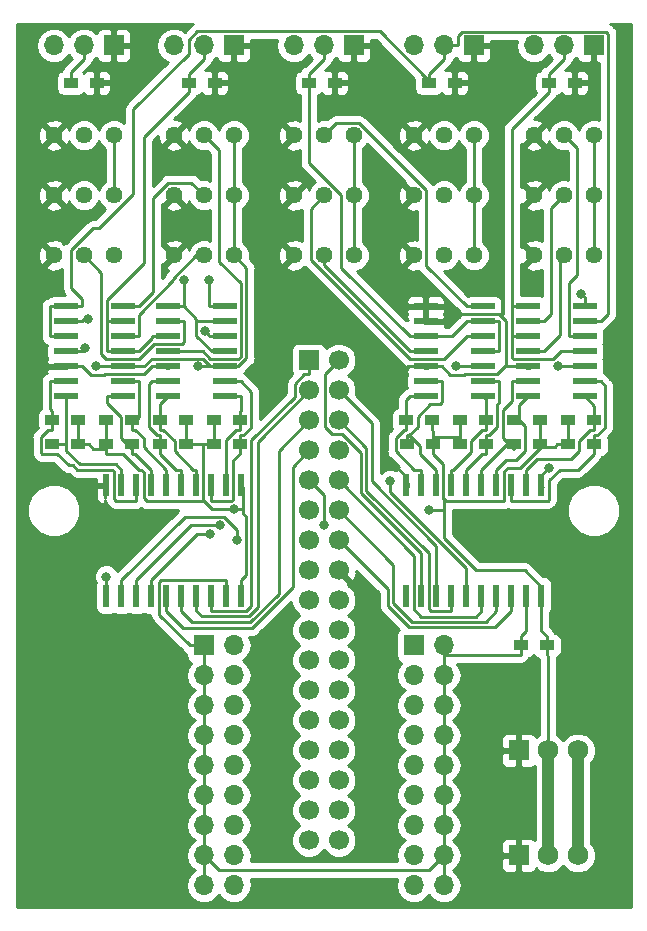
<source format=gbr>
G04 #@! TF.GenerationSoftware,KiCad,Pcbnew,(5.0.2-4-g3082e92af)*
G04 #@! TF.CreationDate,2019-02-04T02:23:37+02:00*
G04 #@! TF.ProjectId,My Piano Controller Note Module 3 (5-note_ 5V pots),4d792050-6961-46e6-9f20-436f6e74726f,rev?*
G04 #@! TF.SameCoordinates,Original*
G04 #@! TF.FileFunction,Copper,L1,Top*
G04 #@! TF.FilePolarity,Positive*
%FSLAX46Y46*%
G04 Gerber Fmt 4.6, Leading zero omitted, Abs format (unit mm)*
G04 Created by KiCad (PCBNEW (5.0.2-4-g3082e92af)) date 2019 February 04, Monday 02:23:37*
%MOMM*%
%LPD*%
G01*
G04 APERTURE LIST*
G04 #@! TA.AperFunction,SMDPad,CuDef*
%ADD10R,2.057400X0.609600*%
G04 #@! TD*
G04 #@! TA.AperFunction,ComponentPad*
%ADD11C,1.700000*%
G04 #@! TD*
G04 #@! TA.AperFunction,ComponentPad*
%ADD12R,1.700000X1.700000*%
G04 #@! TD*
G04 #@! TA.AperFunction,ComponentPad*
%ADD13O,1.700000X1.700000*%
G04 #@! TD*
G04 #@! TA.AperFunction,SMDPad,CuDef*
%ADD14R,1.200000X0.900000*%
G04 #@! TD*
G04 #@! TA.AperFunction,ComponentPad*
%ADD15C,1.440000*%
G04 #@! TD*
G04 #@! TA.AperFunction,SMDPad,CuDef*
%ADD16R,0.558800X1.981200*%
G04 #@! TD*
G04 #@! TA.AperFunction,ComponentPad*
%ADD17C,1.750000*%
G04 #@! TD*
G04 #@! TA.AperFunction,ComponentPad*
%ADD18R,1.750000X1.750000*%
G04 #@! TD*
G04 #@! TA.AperFunction,ViaPad*
%ADD19C,0.800000*%
G04 #@! TD*
G04 #@! TA.AperFunction,Conductor*
%ADD20C,0.250000*%
G04 #@! TD*
G04 #@! TA.AperFunction,Conductor*
%ADD21C,1.000000*%
G04 #@! TD*
G04 #@! TA.AperFunction,Conductor*
%ADD22C,0.254000*%
G04 #@! TD*
G04 APERTURE END LIST*
D10*
G04 #@! TO.P,CMP1,14*
G04 #@! TO.N,Net-(CMP1-Pad14)*
X113792000Y-74168000D03*
G04 #@! TO.P,CMP1,13*
G04 #@! TO.N,Net-(CMP1-Pad13)*
X113792000Y-72898000D03*
G04 #@! TO.P,CMP1,12*
G04 #@! TO.N,GND*
X113792000Y-71628000D03*
G04 #@! TO.P,CMP1,11*
G04 #@! TO.N,Net-(CMP1-Pad11)*
X113792000Y-70358000D03*
G04 #@! TO.P,CMP1,10*
G04 #@! TO.N,Net-(CMP1-Pad10)*
X113792000Y-69088000D03*
G04 #@! TO.P,CMP1,9*
G04 #@! TO.N,Net-(CMP1-Pad9)*
X113792000Y-67818000D03*
G04 #@! TO.P,CMP1,8*
G04 #@! TO.N,Net-(CMP1-Pad4)*
X113792000Y-66548000D03*
G04 #@! TO.P,CMP1,7*
G04 #@! TO.N,Net-(CMP1-Pad7)*
X118592600Y-66548000D03*
G04 #@! TO.P,CMP1,6*
G04 #@! TO.N,Net-(CMP1-Pad4)*
X118592600Y-67818000D03*
G04 #@! TO.P,CMP1,5*
G04 #@! TO.N,Net-(CMP1-Pad5)*
X118592600Y-69088000D03*
G04 #@! TO.P,CMP1,4*
G04 #@! TO.N,Net-(CMP1-Pad4)*
X118592600Y-70358000D03*
G04 #@! TO.P,CMP1,3*
G04 #@! TO.N,+5V*
X118592600Y-71628000D03*
G04 #@! TO.P,CMP1,2*
G04 #@! TO.N,Net-(CMP1-Pad2)*
X118592600Y-72898000D03*
G04 #@! TO.P,CMP1,1*
G04 #@! TO.N,Net-(CMP1-Pad1)*
X118592600Y-74168000D03*
G04 #@! TD*
G04 #@! TO.P,CMP2,1*
G04 #@! TO.N,Net-(CMP2-Pad1)*
X109956600Y-74168000D03*
G04 #@! TO.P,CMP2,2*
G04 #@! TO.N,Net-(CMP2-Pad2)*
X109956600Y-72898000D03*
G04 #@! TO.P,CMP2,3*
G04 #@! TO.N,+5V*
X109956600Y-71628000D03*
G04 #@! TO.P,CMP2,4*
G04 #@! TO.N,Net-(CMP1-Pad10)*
X109956600Y-70358000D03*
G04 #@! TO.P,CMP2,5*
G04 #@! TO.N,Net-(CMP2-Pad5)*
X109956600Y-69088000D03*
G04 #@! TO.P,CMP2,6*
G04 #@! TO.N,Net-(CMP1-Pad10)*
X109956600Y-67818000D03*
G04 #@! TO.P,CMP2,7*
G04 #@! TO.N,Net-(CMP2-Pad7)*
X109956600Y-66548000D03*
G04 #@! TO.P,CMP2,8*
G04 #@! TO.N,Net-(CMP2-Pad10)*
X105156000Y-66548000D03*
G04 #@! TO.P,CMP2,9*
G04 #@! TO.N,Net-(CMP2-Pad9)*
X105156000Y-67818000D03*
G04 #@! TO.P,CMP2,10*
G04 #@! TO.N,Net-(CMP2-Pad10)*
X105156000Y-69088000D03*
G04 #@! TO.P,CMP2,11*
G04 #@! TO.N,Net-(CMP2-Pad11)*
X105156000Y-70358000D03*
G04 #@! TO.P,CMP2,12*
G04 #@! TO.N,GND*
X105156000Y-71628000D03*
G04 #@! TO.P,CMP2,13*
G04 #@! TO.N,Net-(CMP2-Pad13)*
X105156000Y-72898000D03*
G04 #@! TO.P,CMP2,14*
G04 #@! TO.N,Net-(CMP2-Pad14)*
X105156000Y-74168000D03*
G04 #@! TD*
G04 #@! TO.P,CMP3,14*
G04 #@! TO.N,Net-(CMP3-Pad14)*
X144272000Y-74168000D03*
G04 #@! TO.P,CMP3,13*
G04 #@! TO.N,Net-(CMP3-Pad13)*
X144272000Y-72898000D03*
G04 #@! TO.P,CMP3,12*
G04 #@! TO.N,GND*
X144272000Y-71628000D03*
G04 #@! TO.P,CMP3,11*
G04 #@! TO.N,Net-(CMP3-Pad11)*
X144272000Y-70358000D03*
G04 #@! TO.P,CMP3,10*
G04 #@! TO.N,Net-(CMP3-Pad10)*
X144272000Y-69088000D03*
G04 #@! TO.P,CMP3,9*
G04 #@! TO.N,Net-(CMP3-Pad9)*
X144272000Y-67818000D03*
G04 #@! TO.P,CMP3,8*
G04 #@! TO.N,Net-(CMP3-Pad10)*
X144272000Y-66548000D03*
G04 #@! TO.P,CMP3,7*
G04 #@! TO.N,Net-(CMP3-Pad7)*
X149072600Y-66548000D03*
G04 #@! TO.P,CMP3,6*
G04 #@! TO.N,Net-(CMP2-Pad10)*
X149072600Y-67818000D03*
G04 #@! TO.P,CMP3,5*
G04 #@! TO.N,Net-(CMP3-Pad5)*
X149072600Y-69088000D03*
G04 #@! TO.P,CMP3,4*
G04 #@! TO.N,Net-(CMP3-Pad10)*
X149072600Y-70358000D03*
G04 #@! TO.P,CMP3,3*
G04 #@! TO.N,+5V*
X149072600Y-71628000D03*
G04 #@! TO.P,CMP3,2*
G04 #@! TO.N,Net-(CMP3-Pad2)*
X149072600Y-72898000D03*
G04 #@! TO.P,CMP3,1*
G04 #@! TO.N,Net-(CMP3-Pad1)*
X149072600Y-74168000D03*
G04 #@! TD*
G04 #@! TO.P,CMP4,1*
G04 #@! TO.N,Net-(CMP4-Pad1)*
X140436600Y-74168000D03*
G04 #@! TO.P,CMP4,2*
G04 #@! TO.N,Net-(CMP4-Pad2)*
X140436600Y-72898000D03*
G04 #@! TO.P,CMP4,3*
G04 #@! TO.N,+5V*
X140436600Y-71628000D03*
G04 #@! TO.P,CMP4,4*
G04 #@! TO.N,Net-(CMP4-Pad10)*
X140436600Y-70358000D03*
G04 #@! TO.P,CMP4,5*
G04 #@! TO.N,Net-(CMP4-Pad5)*
X140436600Y-69088000D03*
G04 #@! TO.P,CMP4,6*
G04 #@! TO.N,Net-(CMP4-Pad10)*
X140436600Y-67818000D03*
G04 #@! TO.P,CMP4,7*
G04 #@! TO.N,Net-(CMP4-Pad7)*
X140436600Y-66548000D03*
G04 #@! TO.P,CMP4,8*
G04 #@! TO.N,GND*
X135636000Y-66548000D03*
G04 #@! TO.P,CMP4,9*
X135636000Y-67818000D03*
G04 #@! TO.P,CMP4,10*
G04 #@! TO.N,Net-(CMP4-Pad10)*
X135636000Y-69088000D03*
G04 #@! TO.P,CMP4,11*
G04 #@! TO.N,Net-(CMP4-Pad11)*
X135636000Y-70358000D03*
G04 #@! TO.P,CMP4,12*
G04 #@! TO.N,GND*
X135636000Y-71628000D03*
G04 #@! TO.P,CMP4,13*
G04 #@! TO.N,Net-(CMP4-Pad13)*
X135636000Y-72898000D03*
G04 #@! TO.P,CMP4,14*
G04 #@! TO.N,Net-(CMP4-Pad14)*
X135636000Y-74168000D03*
G04 #@! TD*
D11*
G04 #@! TO.P,COMM1,34*
G04 #@! TO.N,Net-(COMM1-Pad34)*
X128270000Y-111760000D03*
G04 #@! TO.P,COMM1,33*
G04 #@! TO.N,Net-(COMM1-Pad33)*
X125730000Y-111760000D03*
G04 #@! TO.P,COMM1,32*
G04 #@! TO.N,Net-(COMM1-Pad32)*
X128270000Y-109220000D03*
G04 #@! TO.P,COMM1,31*
G04 #@! TO.N,Net-(COMM1-Pad31)*
X125730000Y-109220000D03*
G04 #@! TO.P,COMM1,30*
G04 #@! TO.N,Net-(COMM1-Pad30)*
X128270000Y-106680000D03*
G04 #@! TO.P,COMM1,29*
G04 #@! TO.N,Net-(COMM1-Pad29)*
X125730000Y-106680000D03*
G04 #@! TO.P,COMM1,28*
G04 #@! TO.N,Net-(COMM1-Pad28)*
X128270000Y-104140000D03*
G04 #@! TO.P,COMM1,27*
G04 #@! TO.N,Net-(COMM1-Pad27)*
X125730000Y-104140000D03*
G04 #@! TO.P,COMM1,26*
G04 #@! TO.N,Net-(COMM1-Pad26)*
X128270000Y-101600000D03*
G04 #@! TO.P,COMM1,25*
G04 #@! TO.N,Net-(COMM1-Pad25)*
X125730000Y-101600000D03*
G04 #@! TO.P,COMM1,24*
G04 #@! TO.N,Net-(COMM1-Pad24)*
X128270000Y-99060000D03*
G04 #@! TO.P,COMM1,23*
G04 #@! TO.N,Net-(COMM1-Pad23)*
X125730000Y-99060000D03*
G04 #@! TO.P,COMM1,22*
G04 #@! TO.N,Net-(COMM1-Pad22)*
X128270000Y-96520000D03*
G04 #@! TO.P,COMM1,21*
G04 #@! TO.N,Net-(COMM1-Pad21)*
X125730000Y-96520000D03*
G04 #@! TO.P,COMM1,20*
G04 #@! TO.N,Net-(COMM1-Pad20)*
X128270000Y-93980000D03*
G04 #@! TO.P,COMM1,19*
G04 #@! TO.N,Net-(COMM1-Pad19)*
X125730000Y-93980000D03*
G04 #@! TO.P,COMM1,18*
G04 #@! TO.N,Net-(COMM1-Pad18)*
X128270000Y-91440000D03*
G04 #@! TO.P,COMM1,17*
G04 #@! TO.N,Net-(COMM1-Pad17)*
X125730000Y-91440000D03*
G04 #@! TO.P,COMM1,16*
G04 #@! TO.N,GND*
X128270000Y-88900000D03*
G04 #@! TO.P,COMM1,15*
G04 #@! TO.N,Net-(COMM1-Pad15)*
X125730000Y-88900000D03*
G04 #@! TO.P,COMM1,14*
G04 #@! TO.N,Net-(COMM1-Pad14)*
X128270000Y-86360000D03*
G04 #@! TO.P,COMM1,13*
G04 #@! TO.N,Net-(COMM1-Pad13)*
X125730000Y-86360000D03*
G04 #@! TO.P,COMM1,12*
G04 #@! TO.N,Net-(COMM1-Pad12)*
X128270000Y-83820000D03*
G04 #@! TO.P,COMM1,11*
G04 #@! TO.N,Net-(COMM1-Pad11)*
X125730000Y-83820000D03*
G04 #@! TO.P,COMM1,10*
G04 #@! TO.N,Net-(COMM1-Pad10)*
X128270000Y-81280000D03*
G04 #@! TO.P,COMM1,9*
G04 #@! TO.N,Net-(COMM1-Pad9)*
X125730000Y-81280000D03*
G04 #@! TO.P,COMM1,8*
G04 #@! TO.N,Net-(COMM1-Pad8)*
X128270000Y-78740000D03*
G04 #@! TO.P,COMM1,7*
G04 #@! TO.N,Net-(COMM1-Pad7)*
X125730000Y-78740000D03*
G04 #@! TO.P,COMM1,6*
G04 #@! TO.N,Net-(COMM1-Pad6)*
X128270000Y-76200000D03*
G04 #@! TO.P,COMM1,5*
G04 #@! TO.N,Net-(COMM1-Pad5)*
X125730000Y-76200000D03*
G04 #@! TO.P,COMM1,4*
G04 #@! TO.N,Net-(COMM1-Pad4)*
X128270000Y-73660000D03*
G04 #@! TO.P,COMM1,3*
G04 #@! TO.N,Net-(COMM1-Pad3)*
X125730000Y-73660000D03*
G04 #@! TO.P,COMM1,2*
G04 #@! TO.N,Net-(COMM1-Pad2)*
X128270000Y-71120000D03*
D12*
G04 #@! TO.P,COMM1,1*
G04 #@! TO.N,Net-(COMM1-Pad1)*
X125730000Y-71120000D03*
G04 #@! TD*
D13*
G04 #@! TO.P,J1,3*
G04 #@! TO.N,+5V*
X104140000Y-44450000D03*
G04 #@! TO.P,J1,2*
G04 #@! TO.N,Net-(CMP1-Pad4)*
X106680000Y-44450000D03*
D12*
G04 #@! TO.P,J1,1*
G04 #@! TO.N,GND*
X109220000Y-44450000D03*
G04 #@! TD*
G04 #@! TO.P,J2,1*
G04 #@! TO.N,GND*
X119380000Y-44450000D03*
D13*
G04 #@! TO.P,J2,2*
G04 #@! TO.N,Net-(CMP1-Pad10)*
X116840000Y-44450000D03*
G04 #@! TO.P,J2,3*
G04 #@! TO.N,+5V*
X114300000Y-44450000D03*
G04 #@! TD*
G04 #@! TO.P,J3,3*
G04 #@! TO.N,+5V*
X134620000Y-44450000D03*
G04 #@! TO.P,J3,2*
G04 #@! TO.N,Net-(CMP2-Pad10)*
X137160000Y-44450000D03*
D12*
G04 #@! TO.P,J3,1*
G04 #@! TO.N,GND*
X139700000Y-44450000D03*
G04 #@! TD*
G04 #@! TO.P,J4,1*
G04 #@! TO.N,GND*
X149860000Y-44450000D03*
D13*
G04 #@! TO.P,J4,2*
G04 #@! TO.N,Net-(CMP3-Pad10)*
X147320000Y-44450000D03*
G04 #@! TO.P,J4,3*
G04 #@! TO.N,+5V*
X144780000Y-44450000D03*
G04 #@! TD*
G04 #@! TO.P,J5,3*
G04 #@! TO.N,+5V*
X124460000Y-44450000D03*
G04 #@! TO.P,J5,2*
G04 #@! TO.N,Net-(CMP4-Pad10)*
X127000000Y-44450000D03*
D12*
G04 #@! TO.P,J5,1*
G04 #@! TO.N,GND*
X129540000Y-44450000D03*
G04 #@! TD*
D14*
G04 #@! TO.P,R1,2*
G04 #@! TO.N,Net-(R1-Pad2)*
X143680000Y-95250000D03*
G04 #@! TO.P,R1,1*
G04 #@! TO.N,+3V3*
X145880000Y-95250000D03*
G04 #@! TD*
G04 #@! TO.P,R11,2*
G04 #@! TO.N,Net-(CMP1-Pad1)*
X119888000Y-76200000D03*
G04 #@! TO.P,R11,1*
G04 #@! TO.N,+3V3*
X117688000Y-76200000D03*
G04 #@! TD*
G04 #@! TO.P,R12,1*
G04 #@! TO.N,+3V3*
X117688000Y-78232000D03*
G04 #@! TO.P,R12,2*
G04 #@! TO.N,Net-(CMP1-Pad2)*
X119888000Y-78232000D03*
G04 #@! TD*
G04 #@! TO.P,R13,2*
G04 #@! TO.N,Net-(CMP1-Pad14)*
X113116000Y-76200000D03*
G04 #@! TO.P,R13,1*
G04 #@! TO.N,+3V3*
X115316000Y-76200000D03*
G04 #@! TD*
G04 #@! TO.P,R14,1*
G04 #@! TO.N,+3V3*
X115316000Y-78232000D03*
G04 #@! TO.P,R14,2*
G04 #@! TO.N,Net-(CMP1-Pad13)*
X113116000Y-78232000D03*
G04 #@! TD*
G04 #@! TO.P,R18,2*
G04 #@! TO.N,GND*
X107780000Y-47625000D03*
G04 #@! TO.P,R18,1*
G04 #@! TO.N,Net-(CMP1-Pad4)*
X105580000Y-47625000D03*
G04 #@! TD*
G04 #@! TO.P,R21,1*
G04 #@! TO.N,Net-(CMP2-Pad2)*
X110744000Y-76200000D03*
G04 #@! TO.P,R21,2*
G04 #@! TO.N,+3V3*
X108544000Y-76200000D03*
G04 #@! TD*
G04 #@! TO.P,R22,2*
G04 #@! TO.N,+3V3*
X108544000Y-78232000D03*
G04 #@! TO.P,R22,1*
G04 #@! TO.N,Net-(CMP2-Pad1)*
X110744000Y-78232000D03*
G04 #@! TD*
G04 #@! TO.P,R23,1*
G04 #@! TO.N,Net-(CMP2-Pad13)*
X103972000Y-76200000D03*
G04 #@! TO.P,R23,2*
G04 #@! TO.N,+3V3*
X106172000Y-76200000D03*
G04 #@! TD*
G04 #@! TO.P,R24,2*
G04 #@! TO.N,+3V3*
X106172000Y-78232000D03*
G04 #@! TO.P,R24,1*
G04 #@! TO.N,Net-(CMP2-Pad14)*
X103972000Y-78232000D03*
G04 #@! TD*
G04 #@! TO.P,R28,1*
G04 #@! TO.N,Net-(CMP1-Pad10)*
X115570000Y-47625000D03*
G04 #@! TO.P,R28,2*
G04 #@! TO.N,GND*
X117770000Y-47625000D03*
G04 #@! TD*
G04 #@! TO.P,R31,1*
G04 #@! TO.N,+3V3*
X147660000Y-76200000D03*
G04 #@! TO.P,R31,2*
G04 #@! TO.N,Net-(CMP3-Pad1)*
X149860000Y-76200000D03*
G04 #@! TD*
G04 #@! TO.P,R32,1*
G04 #@! TO.N,+3V3*
X147660000Y-78232000D03*
G04 #@! TO.P,R32,2*
G04 #@! TO.N,Net-(CMP3-Pad2)*
X149860000Y-78232000D03*
G04 #@! TD*
G04 #@! TO.P,R33,1*
G04 #@! TO.N,+3V3*
X145288000Y-76200000D03*
G04 #@! TO.P,R33,2*
G04 #@! TO.N,Net-(CMP3-Pad14)*
X143088000Y-76200000D03*
G04 #@! TD*
G04 #@! TO.P,R34,2*
G04 #@! TO.N,Net-(CMP3-Pad13)*
X143088000Y-78232000D03*
G04 #@! TO.P,R34,1*
G04 #@! TO.N,+3V3*
X145288000Y-78232000D03*
G04 #@! TD*
G04 #@! TO.P,R38,2*
G04 #@! TO.N,GND*
X138090000Y-47625000D03*
G04 #@! TO.P,R38,1*
G04 #@! TO.N,Net-(CMP2-Pad10)*
X135890000Y-47625000D03*
G04 #@! TD*
G04 #@! TO.P,R41,1*
G04 #@! TO.N,Net-(CMP4-Pad2)*
X140716000Y-78232000D03*
G04 #@! TO.P,R41,2*
G04 #@! TO.N,+3V3*
X138516000Y-78232000D03*
G04 #@! TD*
G04 #@! TO.P,R42,2*
G04 #@! TO.N,+3V3*
X138516000Y-76200000D03*
G04 #@! TO.P,R42,1*
G04 #@! TO.N,Net-(CMP4-Pad1)*
X140716000Y-76200000D03*
G04 #@! TD*
G04 #@! TO.P,R43,1*
G04 #@! TO.N,Net-(CMP4-Pad13)*
X134028000Y-78232000D03*
G04 #@! TO.P,R43,2*
G04 #@! TO.N,+3V3*
X136228000Y-78232000D03*
G04 #@! TD*
G04 #@! TO.P,R44,1*
G04 #@! TO.N,Net-(CMP4-Pad14)*
X133944000Y-76200000D03*
G04 #@! TO.P,R44,2*
G04 #@! TO.N,+3V3*
X136144000Y-76200000D03*
G04 #@! TD*
G04 #@! TO.P,R48,2*
G04 #@! TO.N,GND*
X148250000Y-47625000D03*
G04 #@! TO.P,R48,1*
G04 #@! TO.N,Net-(CMP3-Pad10)*
X146050000Y-47625000D03*
G04 #@! TD*
G04 #@! TO.P,R58,1*
G04 #@! TO.N,Net-(CMP4-Pad10)*
X125730000Y-47625000D03*
G04 #@! TO.P,R58,2*
G04 #@! TO.N,GND*
X127930000Y-47625000D03*
G04 #@! TD*
D15*
G04 #@! TO.P,RV11,3*
G04 #@! TO.N,GND*
X104140000Y-52070000D03*
G04 #@! TO.P,RV11,2*
G04 #@! TO.N,Net-(CMP1-Pad7)*
X106680000Y-52070000D03*
G04 #@! TO.P,RV11,1*
G04 #@! TO.N,+5V*
X109220000Y-52070000D03*
G04 #@! TD*
G04 #@! TO.P,RV12,1*
G04 #@! TO.N,+5V*
X109220000Y-57150000D03*
G04 #@! TO.P,RV12,2*
G04 #@! TO.N,Net-(CMP1-Pad5)*
X106680000Y-57150000D03*
G04 #@! TO.P,RV12,3*
G04 #@! TO.N,GND*
X104140000Y-57150000D03*
G04 #@! TD*
G04 #@! TO.P,RV13,3*
G04 #@! TO.N,GND*
X104140000Y-62230000D03*
G04 #@! TO.P,RV13,2*
G04 #@! TO.N,Net-(CMP1-Pad9)*
X106680000Y-62230000D03*
G04 #@! TO.P,RV13,1*
G04 #@! TO.N,+5V*
X109220000Y-62230000D03*
G04 #@! TD*
G04 #@! TO.P,RV21,1*
G04 #@! TO.N,+5V*
X119380000Y-52070000D03*
G04 #@! TO.P,RV21,2*
G04 #@! TO.N,Net-(CMP1-Pad11)*
X116840000Y-52070000D03*
G04 #@! TO.P,RV21,3*
G04 #@! TO.N,GND*
X114300000Y-52070000D03*
G04 #@! TD*
G04 #@! TO.P,RV22,3*
G04 #@! TO.N,GND*
X114300000Y-57150000D03*
G04 #@! TO.P,RV22,2*
G04 #@! TO.N,Net-(CMP2-Pad7)*
X116840000Y-57150000D03*
G04 #@! TO.P,RV22,1*
G04 #@! TO.N,+5V*
X119380000Y-57150000D03*
G04 #@! TD*
G04 #@! TO.P,RV23,1*
G04 #@! TO.N,+5V*
X119380000Y-62230000D03*
G04 #@! TO.P,RV23,2*
G04 #@! TO.N,Net-(CMP2-Pad5)*
X116840000Y-62230000D03*
G04 #@! TO.P,RV23,3*
G04 #@! TO.N,GND*
X114300000Y-62230000D03*
G04 #@! TD*
G04 #@! TO.P,RV31,3*
G04 #@! TO.N,GND*
X134620000Y-52070000D03*
G04 #@! TO.P,RV31,2*
G04 #@! TO.N,Net-(CMP2-Pad9)*
X137160000Y-52070000D03*
G04 #@! TO.P,RV31,1*
G04 #@! TO.N,+5V*
X139700000Y-52070000D03*
G04 #@! TD*
G04 #@! TO.P,RV32,1*
G04 #@! TO.N,+5V*
X139700000Y-57150000D03*
G04 #@! TO.P,RV32,2*
G04 #@! TO.N,Net-(CMP2-Pad11)*
X137160000Y-57150000D03*
G04 #@! TO.P,RV32,3*
G04 #@! TO.N,GND*
X134620000Y-57150000D03*
G04 #@! TD*
G04 #@! TO.P,RV33,3*
G04 #@! TO.N,GND*
X134620000Y-62230000D03*
G04 #@! TO.P,RV33,2*
G04 #@! TO.N,Net-(CMP3-Pad7)*
X137160000Y-62230000D03*
G04 #@! TO.P,RV33,1*
G04 #@! TO.N,+5V*
X139700000Y-62230000D03*
G04 #@! TD*
G04 #@! TO.P,RV41,1*
G04 #@! TO.N,+5V*
X149860000Y-52070000D03*
G04 #@! TO.P,RV41,2*
G04 #@! TO.N,Net-(CMP3-Pad5)*
X147320000Y-52070000D03*
G04 #@! TO.P,RV41,3*
G04 #@! TO.N,GND*
X144780000Y-52070000D03*
G04 #@! TD*
G04 #@! TO.P,RV42,3*
G04 #@! TO.N,GND*
X144780000Y-57150000D03*
G04 #@! TO.P,RV42,2*
G04 #@! TO.N,Net-(CMP3-Pad9)*
X147320000Y-57150000D03*
G04 #@! TO.P,RV42,1*
G04 #@! TO.N,+5V*
X149860000Y-57150000D03*
G04 #@! TD*
G04 #@! TO.P,RV43,1*
G04 #@! TO.N,+5V*
X149860000Y-62230000D03*
G04 #@! TO.P,RV43,2*
G04 #@! TO.N,Net-(CMP3-Pad11)*
X147320000Y-62230000D03*
G04 #@! TO.P,RV43,3*
G04 #@! TO.N,GND*
X144780000Y-62230000D03*
G04 #@! TD*
G04 #@! TO.P,RV51,3*
G04 #@! TO.N,GND*
X124460000Y-52070000D03*
G04 #@! TO.P,RV51,2*
G04 #@! TO.N,Net-(CMP4-Pad7)*
X127000000Y-52070000D03*
G04 #@! TO.P,RV51,1*
G04 #@! TO.N,+5V*
X129540000Y-52070000D03*
G04 #@! TD*
G04 #@! TO.P,RV52,3*
G04 #@! TO.N,GND*
X124460000Y-57150000D03*
G04 #@! TO.P,RV52,2*
G04 #@! TO.N,Net-(CMP4-Pad5)*
X127000000Y-57150000D03*
G04 #@! TO.P,RV52,1*
G04 #@! TO.N,+5V*
X129540000Y-57150000D03*
G04 #@! TD*
G04 #@! TO.P,RV53,1*
G04 #@! TO.N,+5V*
X129540000Y-62230000D03*
G04 #@! TO.P,RV53,2*
G04 #@! TO.N,Net-(CMP4-Pad11)*
X127000000Y-62230000D03*
G04 #@! TO.P,RV53,3*
G04 #@! TO.N,GND*
X124460000Y-62230000D03*
G04 #@! TD*
D16*
G04 #@! TO.P,TX1,20*
G04 #@! TO.N,+3V3*
X120015000Y-91033600D03*
G04 #@! TO.P,TX1,19*
G04 #@! TO.N,Net-(R1-Pad2)*
X118745000Y-91033600D03*
G04 #@! TO.P,TX1,18*
G04 #@! TO.N,Net-(COMM1-Pad1)*
X117475000Y-91033600D03*
G04 #@! TO.P,TX1,17*
G04 #@! TO.N,Net-(COMM1-Pad3)*
X116205000Y-91033600D03*
G04 #@! TO.P,TX1,16*
G04 #@! TO.N,Net-(COMM1-Pad5)*
X114935000Y-91033600D03*
G04 #@! TO.P,TX1,15*
G04 #@! TO.N,Net-(COMM1-Pad7)*
X113665000Y-91033600D03*
G04 #@! TO.P,TX1,14*
G04 #@! TO.N,Net-(COMM1-Pad9)*
X112395000Y-91033600D03*
G04 #@! TO.P,TX1,13*
G04 #@! TO.N,Net-(COMM1-Pad11)*
X111125000Y-91033600D03*
G04 #@! TO.P,TX1,12*
G04 #@! TO.N,Net-(COMM1-Pad13)*
X109855000Y-91033600D03*
G04 #@! TO.P,TX1,11*
G04 #@! TO.N,Net-(COMM1-Pad15)*
X108585000Y-91033600D03*
G04 #@! TO.P,TX1,10*
G04 #@! TO.N,GND*
X108585000Y-81686400D03*
G04 #@! TO.P,TX1,9*
G04 #@! TO.N,Net-(CMP2-Pad14)*
X109855000Y-81686400D03*
G04 #@! TO.P,TX1,8*
G04 #@! TO.N,Net-(CMP2-Pad13)*
X111125000Y-81686400D03*
G04 #@! TO.P,TX1,7*
G04 #@! TO.N,Net-(CMP2-Pad1)*
X112395000Y-81686400D03*
G04 #@! TO.P,TX1,6*
G04 #@! TO.N,Net-(CMP2-Pad2)*
X113665000Y-81686400D03*
G04 #@! TO.P,TX1,5*
G04 #@! TO.N,Net-(CMP1-Pad13)*
X114935000Y-81686400D03*
G04 #@! TO.P,TX1,4*
G04 #@! TO.N,Net-(CMP1-Pad14)*
X116205000Y-81686400D03*
G04 #@! TO.P,TX1,3*
G04 #@! TO.N,Net-(CMP1-Pad2)*
X117475000Y-81686400D03*
G04 #@! TO.P,TX1,2*
G04 #@! TO.N,Net-(CMP1-Pad1)*
X118745000Y-81686400D03*
G04 #@! TO.P,TX1,1*
G04 #@! TO.N,+3V3*
X120015000Y-81686400D03*
G04 #@! TD*
G04 #@! TO.P,TX2,1*
G04 #@! TO.N,+3V3*
X145415000Y-81686400D03*
G04 #@! TO.P,TX2,2*
G04 #@! TO.N,Net-(CMP3-Pad1)*
X144145000Y-81686400D03*
G04 #@! TO.P,TX2,3*
G04 #@! TO.N,Net-(CMP3-Pad2)*
X142875000Y-81686400D03*
G04 #@! TO.P,TX2,4*
G04 #@! TO.N,Net-(CMP3-Pad14)*
X141605000Y-81686400D03*
G04 #@! TO.P,TX2,5*
G04 #@! TO.N,Net-(CMP3-Pad13)*
X140335000Y-81686400D03*
G04 #@! TO.P,TX2,6*
G04 #@! TO.N,Net-(CMP4-Pad2)*
X139065000Y-81686400D03*
G04 #@! TO.P,TX2,7*
G04 #@! TO.N,Net-(CMP4-Pad1)*
X137795000Y-81686400D03*
G04 #@! TO.P,TX2,8*
G04 #@! TO.N,Net-(CMP4-Pad13)*
X136525000Y-81686400D03*
G04 #@! TO.P,TX2,9*
G04 #@! TO.N,Net-(CMP4-Pad14)*
X135255000Y-81686400D03*
G04 #@! TO.P,TX2,10*
G04 #@! TO.N,GND*
X133985000Y-81686400D03*
G04 #@! TO.P,TX2,11*
G04 #@! TO.N,Net-(TX2-Pad11)*
X133985000Y-91033600D03*
G04 #@! TO.P,TX2,12*
G04 #@! TO.N,Net-(COMM1-Pad2)*
X135255000Y-91033600D03*
G04 #@! TO.P,TX2,13*
G04 #@! TO.N,Net-(COMM1-Pad4)*
X136525000Y-91033600D03*
G04 #@! TO.P,TX2,14*
G04 #@! TO.N,Net-(COMM1-Pad6)*
X137795000Y-91033600D03*
G04 #@! TO.P,TX2,15*
G04 #@! TO.N,Net-(COMM1-Pad8)*
X139065000Y-91033600D03*
G04 #@! TO.P,TX2,16*
G04 #@! TO.N,Net-(COMM1-Pad10)*
X140335000Y-91033600D03*
G04 #@! TO.P,TX2,17*
G04 #@! TO.N,Net-(COMM1-Pad12)*
X141605000Y-91033600D03*
G04 #@! TO.P,TX2,18*
G04 #@! TO.N,Net-(COMM1-Pad14)*
X142875000Y-91033600D03*
G04 #@! TO.P,TX2,19*
G04 #@! TO.N,Net-(R1-Pad2)*
X144145000Y-91033600D03*
G04 #@! TO.P,TX2,20*
G04 #@! TO.N,+3V3*
X145415000Y-91033600D03*
G04 #@! TD*
D13*
G04 #@! TO.P,SEL2,18*
G04 #@! TO.N,Net-(R1-Pad2)*
X137160000Y-115570000D03*
G04 #@! TO.P,SEL2,17*
G04 #@! TO.N,Net-(COMM1-Pad34)*
X134620000Y-115570000D03*
G04 #@! TO.P,SEL2,16*
G04 #@! TO.N,Net-(R1-Pad2)*
X137160000Y-113030000D03*
G04 #@! TO.P,SEL2,15*
G04 #@! TO.N,Net-(COMM1-Pad32)*
X134620000Y-113030000D03*
G04 #@! TO.P,SEL2,14*
G04 #@! TO.N,Net-(R1-Pad2)*
X137160000Y-110490000D03*
G04 #@! TO.P,SEL2,13*
G04 #@! TO.N,Net-(COMM1-Pad30)*
X134620000Y-110490000D03*
G04 #@! TO.P,SEL2,12*
G04 #@! TO.N,Net-(R1-Pad2)*
X137160000Y-107950000D03*
G04 #@! TO.P,SEL2,11*
G04 #@! TO.N,Net-(COMM1-Pad28)*
X134620000Y-107950000D03*
G04 #@! TO.P,SEL2,10*
G04 #@! TO.N,Net-(R1-Pad2)*
X137160000Y-105410000D03*
G04 #@! TO.P,SEL2,9*
G04 #@! TO.N,Net-(COMM1-Pad26)*
X134620000Y-105410000D03*
G04 #@! TO.P,SEL2,8*
G04 #@! TO.N,Net-(R1-Pad2)*
X137160000Y-102870000D03*
G04 #@! TO.P,SEL2,7*
G04 #@! TO.N,Net-(COMM1-Pad24)*
X134620000Y-102870000D03*
G04 #@! TO.P,SEL2,6*
G04 #@! TO.N,Net-(R1-Pad2)*
X137160000Y-100330000D03*
G04 #@! TO.P,SEL2,5*
G04 #@! TO.N,Net-(COMM1-Pad22)*
X134620000Y-100330000D03*
G04 #@! TO.P,SEL2,4*
G04 #@! TO.N,Net-(R1-Pad2)*
X137160000Y-97790000D03*
G04 #@! TO.P,SEL2,3*
G04 #@! TO.N,Net-(COMM1-Pad20)*
X134620000Y-97790000D03*
G04 #@! TO.P,SEL2,2*
G04 #@! TO.N,Net-(R1-Pad2)*
X137160000Y-95250000D03*
D12*
G04 #@! TO.P,SEL2,1*
G04 #@! TO.N,Net-(COMM1-Pad18)*
X134620000Y-95250000D03*
G04 #@! TD*
D13*
G04 #@! TO.P,SEL1,18*
G04 #@! TO.N,Net-(COMM1-Pad33)*
X119380000Y-115570000D03*
G04 #@! TO.P,SEL1,17*
G04 #@! TO.N,Net-(R1-Pad2)*
X116840000Y-115570000D03*
G04 #@! TO.P,SEL1,16*
G04 #@! TO.N,Net-(COMM1-Pad31)*
X119380000Y-113030000D03*
G04 #@! TO.P,SEL1,15*
G04 #@! TO.N,Net-(R1-Pad2)*
X116840000Y-113030000D03*
G04 #@! TO.P,SEL1,14*
G04 #@! TO.N,Net-(COMM1-Pad29)*
X119380000Y-110490000D03*
G04 #@! TO.P,SEL1,13*
G04 #@! TO.N,Net-(R1-Pad2)*
X116840000Y-110490000D03*
G04 #@! TO.P,SEL1,12*
G04 #@! TO.N,Net-(COMM1-Pad27)*
X119380000Y-107950000D03*
G04 #@! TO.P,SEL1,11*
G04 #@! TO.N,Net-(R1-Pad2)*
X116840000Y-107950000D03*
G04 #@! TO.P,SEL1,10*
G04 #@! TO.N,Net-(COMM1-Pad25)*
X119380000Y-105410000D03*
G04 #@! TO.P,SEL1,9*
G04 #@! TO.N,Net-(R1-Pad2)*
X116840000Y-105410000D03*
G04 #@! TO.P,SEL1,8*
G04 #@! TO.N,Net-(COMM1-Pad23)*
X119380000Y-102870000D03*
G04 #@! TO.P,SEL1,7*
G04 #@! TO.N,Net-(R1-Pad2)*
X116840000Y-102870000D03*
G04 #@! TO.P,SEL1,6*
G04 #@! TO.N,Net-(COMM1-Pad21)*
X119380000Y-100330000D03*
G04 #@! TO.P,SEL1,5*
G04 #@! TO.N,Net-(R1-Pad2)*
X116840000Y-100330000D03*
G04 #@! TO.P,SEL1,4*
G04 #@! TO.N,Net-(COMM1-Pad19)*
X119380000Y-97790000D03*
G04 #@! TO.P,SEL1,3*
G04 #@! TO.N,Net-(R1-Pad2)*
X116840000Y-97790000D03*
G04 #@! TO.P,SEL1,2*
G04 #@! TO.N,Net-(COMM1-Pad17)*
X119380000Y-95250000D03*
D12*
G04 #@! TO.P,SEL1,1*
G04 #@! TO.N,Net-(R1-Pad2)*
X116840000Y-95250000D03*
G04 #@! TD*
D17*
G04 #@! TO.P,PWR1,3*
G04 #@! TO.N,+5V*
X148510000Y-104140000D03*
G04 #@! TO.P,PWR1,2*
G04 #@! TO.N,+3V3*
X146010000Y-104140000D03*
D18*
G04 #@! TO.P,PWR1,1*
G04 #@! TO.N,GND*
X143510000Y-104140000D03*
G04 #@! TD*
G04 #@! TO.P,PWR2,1*
G04 #@! TO.N,GND*
X143510000Y-113030000D03*
D17*
G04 #@! TO.P,PWR2,2*
G04 #@! TO.N,+3V3*
X146010000Y-113030000D03*
G04 #@! TO.P,PWR2,3*
G04 #@! TO.N,+5V*
X148510000Y-113030000D03*
G04 #@! TD*
D19*
G04 #@! TO.N,Net-(CMP1-Pad4)*
X115146000Y-64348800D03*
G04 #@! TO.N,Net-(CMP1-Pad7)*
X117238600Y-64322500D03*
G04 #@! TO.N,Net-(CMP1-Pad5)*
X116950400Y-68668500D03*
G04 #@! TO.N,+5V*
X146812000Y-71628000D03*
X138176000Y-71628000D03*
X116332000Y-71628000D03*
X107696000Y-71628000D03*
G04 #@! TO.N,Net-(CMP2-Pad9)*
X107031700Y-67611500D03*
G04 #@! TO.N,Net-(CMP2-Pad11)*
X106796500Y-70071500D03*
G04 #@! TO.N,Net-(CMP3-Pad7)*
X148789300Y-65486600D03*
G04 #@! TO.N,Net-(COMM1-Pad15)*
X108585000Y-89433800D03*
G04 #@! TO.N,Net-(COMM1-Pad13)*
X119684300Y-86363100D03*
G04 #@! TO.N,Net-(COMM1-Pad11)*
X118240800Y-85090900D03*
G04 #@! TO.N,Net-(COMM1-Pad9)*
X117378200Y-85817100D03*
X127000000Y-85090000D03*
G04 #@! TO.N,Net-(COMM1-Pad8)*
X132592700Y-81336400D03*
G04 #@! TO.N,+3V3*
X146050000Y-80188700D03*
X135890000Y-83820000D03*
X119432319Y-83695022D03*
G04 #@! TD*
D20*
G04 #@! TO.N,Net-(CMP1-Pad14)*
X113116000Y-76200000D02*
X113116000Y-76975300D01*
X116205000Y-81686400D02*
X116205000Y-80370500D01*
X116205000Y-80370500D02*
X115933700Y-80370500D01*
X115933700Y-80370500D02*
X114390600Y-78827400D01*
X114390600Y-78827400D02*
X114390600Y-77959200D01*
X114390600Y-77959200D02*
X113406700Y-76975300D01*
X113406700Y-76975300D02*
X113116000Y-76975300D01*
X113116000Y-76200000D02*
X113116000Y-74844000D01*
X113116000Y-74844000D02*
X113792000Y-74168000D01*
G04 #@! TO.N,Net-(CMP1-Pad13)*
X114935000Y-81686400D02*
X114935000Y-80370500D01*
X113116000Y-78232000D02*
X113116000Y-79007300D01*
X114935000Y-80370500D02*
X114479200Y-80370500D01*
X114479200Y-80370500D02*
X113116000Y-79007300D01*
X113792000Y-72898000D02*
X112438000Y-72898000D01*
X113116000Y-78232000D02*
X113116000Y-77456700D01*
X113116000Y-77456700D02*
X112858300Y-77456700D01*
X112858300Y-77456700D02*
X112190600Y-76789000D01*
X112190600Y-76789000D02*
X112190600Y-73145400D01*
X112190600Y-73145400D02*
X112438000Y-72898000D01*
G04 #@! TO.N,GND*
X134620000Y-51870300D02*
X134620000Y-52070000D01*
X138090000Y-47237300D02*
X138090000Y-47625000D01*
X142442200Y-71469400D02*
X142442200Y-67797500D01*
X142442200Y-67797500D02*
X141832600Y-67187900D01*
X141832600Y-67187900D02*
X137620100Y-67187900D01*
X137620100Y-67187900D02*
X136990000Y-67818000D01*
X142918000Y-71628000D02*
X142600800Y-71628000D01*
X142600800Y-71628000D02*
X142442200Y-71469400D01*
X142442200Y-71469400D02*
X141646700Y-72264900D01*
X141646700Y-72264900D02*
X138979700Y-72264900D01*
X138979700Y-72264900D02*
X138886900Y-72357700D01*
X138886900Y-72357700D02*
X137719700Y-72357700D01*
X137719700Y-72357700D02*
X136990000Y-71628000D01*
X135636000Y-71628000D02*
X136990000Y-71628000D01*
X135636000Y-67818000D02*
X136990000Y-67818000D01*
X144780000Y-52070000D02*
X144780000Y-51870300D01*
X105156000Y-71628000D02*
X106510000Y-71628000D01*
X113792000Y-71628000D02*
X112438000Y-71628000D01*
X112438000Y-71628000D02*
X111807900Y-72258100D01*
X111807900Y-72258100D02*
X108506300Y-72258100D01*
X108506300Y-72258100D02*
X108401100Y-72363300D01*
X108401100Y-72363300D02*
X107245300Y-72363300D01*
X107245300Y-72363300D02*
X106510000Y-71628000D01*
X144272000Y-71628000D02*
X142918000Y-71628000D01*
X135636000Y-66548000D02*
X134959000Y-66548000D01*
X143510000Y-113030000D02*
X143510000Y-104140000D01*
X133985000Y-80975200D02*
X133019800Y-80010000D01*
X133985000Y-81686400D02*
X133985000Y-80975200D01*
X135636000Y-71628000D02*
X134112000Y-71628000D01*
X134112000Y-71628000D02*
X133350000Y-72390000D01*
G04 #@! TO.N,Net-(CMP1-Pad11)*
X116840000Y-52070000D02*
X118110000Y-53340000D01*
X118110000Y-53340000D02*
X118110000Y-62759100D01*
X118110000Y-62759100D02*
X119946700Y-64595800D01*
X119946700Y-64595800D02*
X119946700Y-70801900D01*
X119946700Y-70801900D02*
X119760400Y-70988200D01*
X119760400Y-70988200D02*
X117372400Y-70988200D01*
X117372400Y-70988200D02*
X116742200Y-70358000D01*
X116742200Y-70358000D02*
X113792000Y-70358000D01*
G04 #@! TO.N,Net-(CMP1-Pad10)*
X108602600Y-67818000D02*
X108602600Y-66019200D01*
X108602600Y-66019200D02*
X111760700Y-62861100D01*
X111760700Y-62861100D02*
X111760700Y-52209600D01*
X111760700Y-52209600D02*
X115570000Y-48400300D01*
X109956600Y-70358000D02*
X108602600Y-70358000D01*
X108602600Y-67818000D02*
X108602600Y-70358000D01*
X108715200Y-67818000D02*
X108602600Y-67818000D01*
X115570000Y-47625000D02*
X115570000Y-48400300D01*
X109956600Y-67818000D02*
X108715200Y-67818000D01*
X113792000Y-69088000D02*
X112438000Y-69088000D01*
X109956600Y-70358000D02*
X111310600Y-70358000D01*
X111310600Y-70358000D02*
X112438000Y-69230600D01*
X112438000Y-69230600D02*
X112438000Y-69088000D01*
X115570000Y-47625000D02*
X115570000Y-46849700D01*
X116840000Y-44450000D02*
X116840000Y-45625300D01*
X115570000Y-46849700D02*
X115615600Y-46849700D01*
X115615600Y-46849700D02*
X116840000Y-45625300D01*
G04 #@! TO.N,Net-(CMP1-Pad9)*
X113792000Y-67818000D02*
X115146000Y-67818000D01*
X106680000Y-62230000D02*
X108146400Y-63696400D01*
X108146400Y-63696400D02*
X108146400Y-70540400D01*
X108146400Y-70540400D02*
X108594200Y-70988200D01*
X108594200Y-70988200D02*
X111326300Y-70988200D01*
X111326300Y-70988200D02*
X112593500Y-69721000D01*
X112593500Y-69721000D02*
X115016400Y-69721000D01*
X115016400Y-69721000D02*
X115146000Y-69591400D01*
X115146000Y-69591400D02*
X115146000Y-67818000D01*
G04 #@! TO.N,Net-(CMP1-Pad4)*
X115146000Y-64348800D02*
X115146000Y-66548000D01*
X116216600Y-67818000D02*
X118592600Y-67818000D01*
X115146000Y-66548000D02*
X116216600Y-67618600D01*
X116216600Y-67618600D02*
X116216600Y-67818000D01*
X116216600Y-67818000D02*
X116216600Y-69032400D01*
X116216600Y-69032400D02*
X117542200Y-70358000D01*
X117542200Y-70358000D02*
X118592600Y-70358000D01*
X113792000Y-66548000D02*
X115146000Y-66548000D01*
X106680000Y-44450000D02*
X106680000Y-45625300D01*
X105580000Y-47625000D02*
X105580000Y-46725300D01*
X105580000Y-46725300D02*
X106680000Y-45625300D01*
G04 #@! TO.N,Net-(CMP1-Pad7)*
X117238600Y-64322500D02*
X117238600Y-66548000D01*
X118592600Y-66548000D02*
X117238600Y-66548000D01*
G04 #@! TO.N,Net-(CMP1-Pad5)*
X118592600Y-69088000D02*
X117238600Y-69088000D01*
X117238600Y-69088000D02*
X117238600Y-68956700D01*
X117238600Y-68956700D02*
X116950400Y-68668500D01*
G04 #@! TO.N,+5V*
X109957000Y-71628000D02*
X111783100Y-71628000D01*
X111783100Y-71628000D02*
X112413300Y-70997800D01*
X112413300Y-70997800D02*
X116745000Y-70997800D01*
X116745000Y-70997800D02*
X117375200Y-71628000D01*
X117375200Y-71628000D02*
X117377100Y-71628000D01*
X116332000Y-71628000D02*
X117375200Y-71628000D01*
X117377100Y-71628000D02*
X117380800Y-71628000D01*
X118593000Y-71628000D02*
X119757500Y-71628000D01*
X119757500Y-71628000D02*
X120449600Y-70935900D01*
X120449600Y-70935900D02*
X120449600Y-63299600D01*
X120449600Y-63299600D02*
X119380000Y-62230000D01*
X118592600Y-71628000D02*
X118593000Y-71628000D01*
X117380800Y-71628000D02*
X118592600Y-71628000D01*
X119380000Y-57150000D02*
X119380000Y-62230000D01*
X109956600Y-71628000D02*
X109957000Y-71628000D01*
D21*
X148510000Y-113030000D02*
X148510000Y-104140000D01*
D20*
X139700000Y-57150000D02*
X139700000Y-52070000D01*
X139700000Y-62230000D02*
X139700000Y-57150000D01*
X129540000Y-57150000D02*
X129540000Y-52070000D01*
X129540000Y-62230000D02*
X129540000Y-57150000D01*
X109220000Y-57150000D02*
X109220000Y-52070000D01*
X119380000Y-52070000D02*
X119380000Y-57150000D01*
X149860000Y-52070000D02*
X149860000Y-57150000D01*
X149860000Y-62230000D02*
X149860000Y-57150000D01*
X107696000Y-71628000D02*
X109956600Y-71628000D01*
X140436600Y-71628000D02*
X138176000Y-71628000D01*
X149072600Y-71628000D02*
X149073000Y-71628000D01*
X146812000Y-71628000D02*
X149072600Y-71628000D01*
X140437000Y-71628000D02*
X140436600Y-71628000D01*
G04 #@! TO.N,Net-(CMP1-Pad2)*
X119888000Y-78232000D02*
X119888000Y-79007300D01*
X117475000Y-81686400D02*
X117475000Y-83002300D01*
X117475000Y-83002300D02*
X119218400Y-83002300D01*
X119218400Y-83002300D02*
X119349800Y-82870900D01*
X119349800Y-82870900D02*
X119349800Y-79545500D01*
X119349800Y-79545500D02*
X119888000Y-79007300D01*
X119888000Y-77844300D02*
X119888000Y-78232000D01*
X119888000Y-77844300D02*
X119888000Y-77456700D01*
X118592600Y-72898000D02*
X119946600Y-72898000D01*
X119888000Y-77456700D02*
X120178700Y-77456700D01*
X120178700Y-77456700D02*
X120821000Y-76814400D01*
X120821000Y-76814400D02*
X120821000Y-73772400D01*
X120821000Y-73772400D02*
X119946600Y-72898000D01*
G04 #@! TO.N,Net-(CMP1-Pad1)*
X119888000Y-76200000D02*
X119888000Y-76975300D01*
X118745000Y-81686400D02*
X118745000Y-77827600D01*
X118745000Y-77827600D02*
X119597300Y-76975300D01*
X119597300Y-76975300D02*
X119888000Y-76975300D01*
X118592600Y-74168000D02*
X119946600Y-74168000D01*
X119888000Y-76200000D02*
X119888000Y-75424700D01*
X119888000Y-75424700D02*
X119946600Y-75366100D01*
X119946600Y-75366100D02*
X119946600Y-74168000D01*
G04 #@! TO.N,Net-(CMP2-Pad1)*
X109956600Y-74168000D02*
X108602600Y-74168000D01*
X110744000Y-78619600D02*
X109818600Y-77694200D01*
X109818600Y-77694200D02*
X109818600Y-75938100D01*
X109818600Y-75938100D02*
X108602600Y-74722100D01*
X108602600Y-74722100D02*
X108602600Y-74168000D01*
X110744000Y-78619600D02*
X110744000Y-79007300D01*
X110744000Y-78232000D02*
X110744000Y-78619600D01*
X112395000Y-81686400D02*
X112395000Y-80370500D01*
X112395000Y-80370500D02*
X111031800Y-79007300D01*
X111031800Y-79007300D02*
X110744000Y-79007300D01*
G04 #@! TO.N,Net-(CMP2-Pad2)*
X109956600Y-72898000D02*
X111310600Y-72898000D01*
X110744000Y-76468800D02*
X111310600Y-75902200D01*
X111310600Y-75902200D02*
X111310600Y-72898000D01*
X110744000Y-76200000D02*
X110744000Y-76468800D01*
X110744000Y-76587600D02*
X110744000Y-76975300D01*
X110744000Y-76587600D02*
X110744000Y-76468800D01*
X113665000Y-81686400D02*
X113665000Y-80370500D01*
X113665000Y-80370500D02*
X111740200Y-78445700D01*
X111740200Y-78445700D02*
X111740200Y-77680800D01*
X111740200Y-77680800D02*
X111034700Y-76975300D01*
X111034700Y-76975300D02*
X110744000Y-76975300D01*
G04 #@! TO.N,Net-(CMP2-Pad5)*
X116840000Y-62230000D02*
X116198700Y-62230000D01*
X116198700Y-62230000D02*
X114226100Y-64202600D01*
X114226100Y-64202600D02*
X114226100Y-64318900D01*
X114226100Y-64318900D02*
X111310600Y-67234400D01*
X111310600Y-67234400D02*
X111310600Y-69088000D01*
X109956600Y-69088000D02*
X111310600Y-69088000D01*
G04 #@! TO.N,Net-(CMP2-Pad7)*
X109956600Y-66548000D02*
X111310600Y-66548000D01*
X116840000Y-57150000D02*
X115780400Y-56090400D01*
X115780400Y-56090400D02*
X113847100Y-56090400D01*
X113847100Y-56090400D02*
X112559300Y-57378200D01*
X112559300Y-57378200D02*
X112559300Y-65299300D01*
X112559300Y-65299300D02*
X111310600Y-66548000D01*
G04 #@! TO.N,Net-(CMP2-Pad10)*
X105156000Y-66548000D02*
X106510000Y-66548000D01*
X135890000Y-47344300D02*
X135805700Y-47344300D01*
X135805700Y-47344300D02*
X131722200Y-43260800D01*
X131722200Y-43260800D02*
X116297100Y-43260800D01*
X116297100Y-43260800D02*
X115570000Y-43987900D01*
X115570000Y-43987900D02*
X115570000Y-45150300D01*
X115570000Y-45150300D02*
X110860100Y-49860200D01*
X110860100Y-49860200D02*
X110860100Y-56992200D01*
X110860100Y-56992200D02*
X107937700Y-59914600D01*
X107937700Y-59914600D02*
X107463600Y-59914600D01*
X107463600Y-59914600D02*
X105616200Y-61762000D01*
X105616200Y-61762000D02*
X105616200Y-65024100D01*
X105616200Y-65024100D02*
X106510000Y-65917900D01*
X106510000Y-65917900D02*
X106510000Y-66548000D01*
X135890000Y-47344300D02*
X135890000Y-46849700D01*
X135890000Y-47625000D02*
X135890000Y-47344300D01*
X137160000Y-44450000D02*
X137160000Y-45625300D01*
X135890000Y-46849700D02*
X135935600Y-46849700D01*
X135935600Y-46849700D02*
X137160000Y-45625300D01*
X105156000Y-66548000D02*
X103802000Y-66548000D01*
X105156000Y-69088000D02*
X103802000Y-69088000D01*
X103802000Y-69088000D02*
X103802000Y-66548000D01*
X149072600Y-67818000D02*
X150426600Y-67818000D01*
X137160000Y-44450000D02*
X138335300Y-44450000D01*
X138335300Y-44450000D02*
X138335300Y-43642000D01*
X138335300Y-43642000D02*
X138702700Y-43274600D01*
X138702700Y-43274600D02*
X150902600Y-43274600D01*
X150902600Y-43274600D02*
X151086000Y-43458000D01*
X151086000Y-43458000D02*
X151086000Y-67158600D01*
X151086000Y-67158600D02*
X150426600Y-67818000D01*
G04 #@! TO.N,Net-(CMP2-Pad9)*
X105156000Y-67818000D02*
X106510000Y-67818000D01*
X107031700Y-67611500D02*
X106716500Y-67611500D01*
X106716500Y-67611500D02*
X106510000Y-67818000D01*
G04 #@! TO.N,Net-(CMP2-Pad11)*
X106796500Y-70071500D02*
X106510000Y-70358000D01*
X105156000Y-70358000D02*
X106510000Y-70358000D01*
G04 #@! TO.N,Net-(CMP2-Pad13)*
X103972000Y-75812300D02*
X103972000Y-76200000D01*
X103972000Y-75812300D02*
X103972000Y-75424700D01*
X105156000Y-72898000D02*
X103802000Y-72898000D01*
X103972000Y-75424700D02*
X103802000Y-75254700D01*
X103802000Y-75254700D02*
X103802000Y-72898000D01*
X109381700Y-83002300D02*
X111125000Y-83002300D01*
X109220000Y-82840600D02*
X109381700Y-83002300D01*
X109067300Y-80370500D02*
X109220000Y-80523200D01*
X105779490Y-80010000D02*
X106139990Y-80370500D01*
X103111999Y-79007001D02*
X104407001Y-79007001D01*
X106139990Y-80370500D02*
X109067300Y-80370500D01*
X104407001Y-79007001D02*
X105410000Y-80010000D01*
X111125000Y-83002300D02*
X111125000Y-81686400D01*
X103023300Y-77633300D02*
X103023300Y-78918302D01*
X109220000Y-80523200D02*
X109220000Y-82840600D01*
X103972000Y-76200000D02*
X103972000Y-76975300D01*
X105410000Y-80010000D02*
X105779490Y-80010000D01*
X103681300Y-76975300D02*
X103023300Y-77633300D01*
X103023300Y-78918302D02*
X103111999Y-79007001D01*
X103972000Y-76975300D02*
X103681300Y-76975300D01*
G04 #@! TO.N,Net-(CMP2-Pad14)*
X105156000Y-78232000D02*
X105156000Y-74168000D01*
X109855000Y-80370500D02*
X109404700Y-79920200D01*
X109404700Y-79920200D02*
X106326100Y-79920200D01*
X106326100Y-79920200D02*
X105156000Y-78750100D01*
X105156000Y-78750100D02*
X105156000Y-78232000D01*
X104897300Y-78232000D02*
X105156000Y-78232000D01*
X103972000Y-78232000D02*
X104897300Y-78232000D01*
X109855000Y-81686400D02*
X109855000Y-80370500D01*
G04 #@! TO.N,Net-(CMP3-Pad14)*
X143558300Y-76200000D02*
X143558300Y-74881700D01*
X143558300Y-74881700D02*
X144272000Y-74168000D01*
X141605000Y-80370500D02*
X142422700Y-79552800D01*
X142422700Y-79552800D02*
X143278200Y-79552800D01*
X143278200Y-79552800D02*
X144028600Y-78802400D01*
X144028600Y-78802400D02*
X144028600Y-76670300D01*
X144028600Y-76670300D02*
X143558300Y-76200000D01*
X143088000Y-76200000D02*
X143558300Y-76200000D01*
X141605000Y-81686400D02*
X141605000Y-80370500D01*
G04 #@! TO.N,Net-(CMP3-Pad13)*
X142587000Y-78118500D02*
X142155300Y-77686900D01*
X142155300Y-77686900D02*
X142155300Y-75356900D01*
X142155300Y-75356900D02*
X142918000Y-74594200D01*
X142918000Y-74594200D02*
X142918000Y-72898000D01*
X143088000Y-78619600D02*
X142587000Y-78118500D01*
X140335000Y-80370500D02*
X142587000Y-78118500D01*
X140335000Y-81686400D02*
X140335000Y-80370500D01*
X144272000Y-72898000D02*
X142918000Y-72898000D01*
X143088000Y-78232000D02*
X143088000Y-78619600D01*
G04 #@! TO.N,Net-(CMP3-Pad11)*
X145626000Y-70358000D02*
X147021600Y-68962400D01*
X147021600Y-68962400D02*
X147021600Y-62528400D01*
X147021600Y-62528400D02*
X147320000Y-62230000D01*
X144272000Y-70358000D02*
X145626000Y-70358000D01*
G04 #@! TO.N,Net-(CMP3-Pad10)*
X149072600Y-70358000D02*
X147056200Y-70358000D01*
X147056200Y-70358000D02*
X146426000Y-70988200D01*
X146426000Y-70988200D02*
X143047300Y-70988200D01*
X143047300Y-70988200D02*
X142918000Y-70858900D01*
X142918000Y-70858900D02*
X142918000Y-69088000D01*
X144272000Y-69088000D02*
X142918000Y-69088000D01*
X142918000Y-66548000D02*
X142918000Y-69088000D01*
X146050000Y-48400300D02*
X142918000Y-51532300D01*
X142918000Y-51532300D02*
X142918000Y-66548000D01*
X146050000Y-47625000D02*
X146050000Y-48400300D01*
X146050000Y-47625000D02*
X146050000Y-47344300D01*
X144272000Y-66548000D02*
X142918000Y-66548000D01*
X146050000Y-47344300D02*
X146050000Y-46849700D01*
X147320000Y-44450000D02*
X147320000Y-45625300D01*
X146050000Y-46849700D02*
X146095600Y-46849700D01*
X146095600Y-46849700D02*
X147320000Y-45625300D01*
G04 #@! TO.N,Net-(CMP3-Pad9)*
X144272000Y-67818000D02*
X145626000Y-67818000D01*
X147320000Y-57150000D02*
X146231200Y-58238800D01*
X146231200Y-58238800D02*
X146231200Y-67212800D01*
X146231200Y-67212800D02*
X145626000Y-67818000D01*
G04 #@! TO.N,Net-(CMP3-Pad7)*
X148789300Y-65486600D02*
X149072600Y-65769900D01*
X149072600Y-65769900D02*
X149072600Y-66548000D01*
G04 #@! TO.N,Net-(CMP3-Pad5)*
X149072600Y-69088000D02*
X147718600Y-69088000D01*
X147320000Y-52070000D02*
X148402900Y-53152900D01*
X148402900Y-53152900D02*
X148402900Y-63876700D01*
X148402900Y-63876700D02*
X147718600Y-64561000D01*
X147718600Y-64561000D02*
X147718600Y-69088000D01*
G04 #@! TO.N,Net-(CMP3-Pad2)*
X149860000Y-78232000D02*
X149860000Y-79007300D01*
X142875000Y-81686400D02*
X142875000Y-83002300D01*
X148496800Y-80370500D02*
X149860000Y-79007300D01*
X149860000Y-78232000D02*
X149860000Y-77456700D01*
X149860000Y-77456700D02*
X150150700Y-77456700D01*
X150150700Y-77456700D02*
X150785400Y-76822000D01*
X150785400Y-76822000D02*
X150785400Y-73256800D01*
X150785400Y-73256800D02*
X150426600Y-72898000D01*
X149072600Y-72898000D02*
X150426600Y-72898000D01*
X148496800Y-80370500D02*
X146959500Y-80370500D01*
X146959500Y-80370500D02*
X146050000Y-81280000D01*
X146050000Y-82906402D02*
X145954102Y-83002300D01*
X145954102Y-83002300D02*
X142875000Y-83002300D01*
X146050000Y-81280000D02*
X146050000Y-82906402D01*
G04 #@! TO.N,Net-(CMP3-Pad1)*
X149860000Y-76200000D02*
X149860000Y-76975300D01*
X144145000Y-81686400D02*
X144145000Y-80370500D01*
X144145000Y-80370500D02*
X145051800Y-79463700D01*
X145051800Y-79463700D02*
X147952000Y-79463700D01*
X147952000Y-79463700D02*
X148585400Y-78830300D01*
X148585400Y-78830300D02*
X148585400Y-77959200D01*
X148585400Y-77959200D02*
X149569300Y-76975300D01*
X149569300Y-76975300D02*
X149860000Y-76975300D01*
X149860000Y-76200000D02*
X149860000Y-74955400D01*
X149860000Y-74955400D02*
X149072600Y-74168000D01*
G04 #@! TO.N,Net-(CMP4-Pad1)*
X140716000Y-76200000D02*
X140716000Y-76975300D01*
X137795000Y-81686400D02*
X137795000Y-80370500D01*
X137795000Y-80370500D02*
X137946200Y-80370500D01*
X137946200Y-80370500D02*
X139441400Y-78875300D01*
X139441400Y-78875300D02*
X139441400Y-77959200D01*
X139441400Y-77959200D02*
X140425300Y-76975300D01*
X140425300Y-76975300D02*
X140716000Y-76975300D01*
X140716000Y-76200000D02*
X140716000Y-74447400D01*
X140716000Y-74447400D02*
X140436600Y-74168000D01*
G04 #@! TO.N,Net-(CMP4-Pad2)*
X140716000Y-78232000D02*
X140716000Y-79007300D01*
X139065000Y-81686400D02*
X139065000Y-80370500D01*
X139065000Y-80370500D02*
X140428200Y-79007300D01*
X140428200Y-79007300D02*
X140716000Y-79007300D01*
X140716000Y-78232000D02*
X140716000Y-77456700D01*
X140436600Y-72898000D02*
X141790600Y-72898000D01*
X141790600Y-72898000D02*
X141790600Y-74706200D01*
X141790600Y-74706200D02*
X141698600Y-74798200D01*
X141698600Y-74798200D02*
X141698600Y-76764800D01*
X141698600Y-76764800D02*
X141006700Y-77456700D01*
X141006700Y-77456700D02*
X140716000Y-77456700D01*
G04 #@! TO.N,Net-(CMP4-Pad5)*
X140436600Y-69088000D02*
X139082600Y-69088000D01*
X127000000Y-57150000D02*
X125889400Y-58260600D01*
X125889400Y-58260600D02*
X125889400Y-62602500D01*
X125889400Y-62602500D02*
X134277900Y-70991000D01*
X134277900Y-70991000D02*
X137179600Y-70991000D01*
X137179600Y-70991000D02*
X139082600Y-69088000D01*
G04 #@! TO.N,Net-(CMP4-Pad7)*
X140436600Y-66548000D02*
X139082600Y-66548000D01*
X127000000Y-52070000D02*
X128047600Y-51022400D01*
X128047600Y-51022400D02*
X129975700Y-51022400D01*
X129975700Y-51022400D02*
X135665400Y-56712100D01*
X135665400Y-56712100D02*
X135665400Y-63130800D01*
X135665400Y-63130800D02*
X139082600Y-66548000D01*
G04 #@! TO.N,Net-(CMP4-Pad13)*
X134221800Y-77456700D02*
X134028000Y-77456700D01*
X136990000Y-72898000D02*
X136990000Y-74623600D01*
X136990000Y-74623600D02*
X136815400Y-74798200D01*
X136815400Y-74798200D02*
X136016900Y-74798200D01*
X136016900Y-74798200D02*
X134934300Y-75880800D01*
X134934300Y-75880800D02*
X134934300Y-76744200D01*
X134934300Y-76744200D02*
X134221800Y-77456700D01*
X136525000Y-80370500D02*
X135165200Y-79010700D01*
X135165200Y-79010700D02*
X135165200Y-78400100D01*
X135165200Y-78400100D02*
X134221800Y-77456700D01*
X136525000Y-81686400D02*
X136525000Y-80370500D01*
X134028000Y-78232000D02*
X134028000Y-77456700D01*
X135636000Y-72898000D02*
X136990000Y-72898000D01*
G04 #@! TO.N,Net-(CMP4-Pad14)*
X133944000Y-76200000D02*
X133944000Y-76975300D01*
X135255000Y-81686400D02*
X135255000Y-80370500D01*
X135255000Y-80370500D02*
X134650300Y-80370500D01*
X134650300Y-80370500D02*
X133072900Y-78793100D01*
X133072900Y-78793100D02*
X133072900Y-77652600D01*
X133072900Y-77652600D02*
X133750200Y-76975300D01*
X133750200Y-76975300D02*
X133944000Y-76975300D01*
X135636000Y-74168000D02*
X134282000Y-74168000D01*
X133944000Y-76200000D02*
X133944000Y-75424700D01*
X133944000Y-75424700D02*
X133944000Y-74506000D01*
X133944000Y-74506000D02*
X134282000Y-74168000D01*
G04 #@! TO.N,Net-(COMM1-Pad15)*
X108585000Y-91033600D02*
X108585000Y-89433800D01*
G04 #@! TO.N,Net-(COMM1-Pad14)*
X128270000Y-86360000D02*
X132415200Y-90505200D01*
X132415200Y-90505200D02*
X132415200Y-91889900D01*
X132415200Y-91889900D02*
X134231500Y-93706200D01*
X134231500Y-93706200D02*
X141518300Y-93706200D01*
X141518300Y-93706200D02*
X142875000Y-92349500D01*
X142875000Y-91033600D02*
X142875000Y-92349500D01*
G04 #@! TO.N,Net-(COMM1-Pad13)*
X109855000Y-91033600D02*
X109855000Y-89717700D01*
X109855000Y-89717700D02*
X115235300Y-84337400D01*
X115235300Y-84337400D02*
X118519100Y-84337400D01*
X118519100Y-84337400D02*
X119684300Y-85502600D01*
X119684300Y-85502600D02*
X119684300Y-86363100D01*
G04 #@! TO.N,Net-(COMM1-Pad12)*
X128270000Y-83820000D02*
X132865500Y-88415500D01*
X132865500Y-88415500D02*
X132865500Y-91682800D01*
X132865500Y-91682800D02*
X134438600Y-93255900D01*
X134438600Y-93255900D02*
X140698600Y-93255900D01*
X140698600Y-93255900D02*
X141605000Y-92349500D01*
X141605000Y-91033600D02*
X141605000Y-92349500D01*
G04 #@! TO.N,Net-(COMM1-Pad11)*
X111125000Y-89717700D02*
X115751700Y-85091000D01*
X115751700Y-85091000D02*
X118240800Y-85091000D01*
X118240800Y-85091000D02*
X118240800Y-85090900D01*
X111125000Y-91033600D02*
X111125000Y-89717700D01*
G04 #@! TO.N,Net-(COMM1-Pad10)*
X140335000Y-91033600D02*
X140335000Y-92349500D01*
X140335000Y-92349500D02*
X139878900Y-92805600D01*
X139878900Y-92805600D02*
X135251400Y-92805600D01*
X135251400Y-92805600D02*
X134650200Y-92204400D01*
X134650200Y-92204400D02*
X134650200Y-87660200D01*
X134650200Y-87660200D02*
X128270000Y-81280000D01*
G04 #@! TO.N,Net-(COMM1-Pad9)*
X112395000Y-89717700D02*
X116295600Y-85817100D01*
X116295600Y-85817100D02*
X117378200Y-85817100D01*
X112395000Y-91033600D02*
X112395000Y-89717700D01*
X127000000Y-82550000D02*
X125730000Y-81280000D01*
X127000000Y-85090000D02*
X127000000Y-82550000D01*
G04 #@! TO.N,Net-(COMM1-Pad8)*
X139065000Y-91033600D02*
X139065000Y-88696300D01*
X139065000Y-88696300D02*
X132592700Y-82224000D01*
X132592700Y-82224000D02*
X132592700Y-81336400D01*
G04 #@! TO.N,Net-(COMM1-Pad7)*
X113665000Y-91033600D02*
X113665000Y-92349500D01*
X113665000Y-92349500D02*
X115065100Y-93749600D01*
X115065100Y-93749600D02*
X120956900Y-93749600D01*
X120956900Y-93749600D02*
X124365400Y-90341100D01*
X124365400Y-90341100D02*
X124365400Y-80104600D01*
X124365400Y-80104600D02*
X125730000Y-78740000D01*
G04 #@! TO.N,Net-(COMM1-Pad6)*
X128270000Y-76200000D02*
X130601400Y-78531400D01*
X130601400Y-78531400D02*
X130601400Y-82143400D01*
X130601400Y-82143400D02*
X135890200Y-87432200D01*
X135890200Y-87432200D02*
X135890200Y-92135500D01*
X135890200Y-92135500D02*
X136104200Y-92349500D01*
X136104200Y-92349500D02*
X137795000Y-92349500D01*
X137795000Y-91033600D02*
X137795000Y-92349500D01*
G04 #@! TO.N,Net-(COMM1-Pad5)*
X125730000Y-76200000D02*
X123177300Y-78752700D01*
X123177300Y-78752700D02*
X123177300Y-90892300D01*
X123177300Y-90892300D02*
X120776700Y-93292900D01*
X120776700Y-93292900D02*
X115878400Y-93292900D01*
X115878400Y-93292900D02*
X114935000Y-92349500D01*
X114935000Y-91033600D02*
X114935000Y-92349500D01*
G04 #@! TO.N,Net-(COMM1-Pad4)*
X128270000Y-73660000D02*
X131051700Y-76441700D01*
X131051700Y-76441700D02*
X131051700Y-81319900D01*
X131051700Y-81319900D02*
X136525000Y-86793200D01*
X136525000Y-86793200D02*
X136525000Y-89717700D01*
X136525000Y-91033600D02*
X136525000Y-89717700D01*
G04 #@! TO.N,Net-(COMM1-Pad3)*
X116205000Y-92349500D02*
X116655300Y-92799800D01*
X116655300Y-92799800D02*
X120632900Y-92799800D01*
X120632900Y-92799800D02*
X121394400Y-92038300D01*
X121394400Y-92038300D02*
X121394400Y-77995600D01*
X121394400Y-77995600D02*
X125730000Y-73660000D01*
X116205000Y-91033600D02*
X116205000Y-92349500D01*
G04 #@! TO.N,Net-(COMM1-Pad2)*
X128270000Y-71120000D02*
X127085700Y-72304300D01*
X127085700Y-72304300D02*
X127085700Y-76775300D01*
X127085700Y-76775300D02*
X127685800Y-77375400D01*
X127685800Y-77375400D02*
X128567700Y-77375400D01*
X128567700Y-77375400D02*
X130151000Y-78958700D01*
X130151000Y-78958700D02*
X130151000Y-82329900D01*
X130151000Y-82329900D02*
X135255000Y-87433900D01*
X135255000Y-87433900D02*
X135255000Y-91033600D01*
G04 #@! TO.N,Net-(COMM1-Pad1)*
X117475000Y-91033600D02*
X117475000Y-92349500D01*
X125730000Y-71120000D02*
X125730000Y-72295300D01*
X117475000Y-92349500D02*
X120446300Y-92349500D01*
X120446300Y-92349500D02*
X120867400Y-91928400D01*
X120867400Y-91928400D02*
X120867400Y-77885700D01*
X120867400Y-77885700D02*
X124554700Y-74198400D01*
X124554700Y-74198400D02*
X124554700Y-73103200D01*
X124554700Y-73103200D02*
X125362600Y-72295300D01*
X125362600Y-72295300D02*
X125730000Y-72295300D01*
G04 #@! TO.N,+3V3*
X120015000Y-89717700D02*
X120409600Y-89323100D01*
X120409600Y-89323100D02*
X120409600Y-84341600D01*
X120409600Y-84341600D02*
X120142000Y-84074000D01*
X147197400Y-78232000D02*
X147660000Y-77769400D01*
X147660000Y-77769400D02*
X147660000Y-76200000D01*
X147197400Y-78232000D02*
X146734700Y-78232000D01*
X147660000Y-78232000D02*
X147197400Y-78232000D01*
X145288000Y-78425800D02*
X146540900Y-78425800D01*
X146540900Y-78425800D02*
X146734700Y-78232000D01*
X145288000Y-78425800D02*
X145288000Y-78619600D01*
X145288000Y-78232000D02*
X145288000Y-78425800D01*
X142270200Y-80497600D02*
X142581000Y-80186800D01*
X142581000Y-80186800D02*
X143618600Y-80186800D01*
X143618600Y-80186800D02*
X145185800Y-78619600D01*
X145185800Y-78619600D02*
X145288000Y-78619600D01*
X136228000Y-79007300D02*
X137129800Y-79909100D01*
X137129800Y-79909100D02*
X137129800Y-82811800D01*
X136228000Y-78232000D02*
X136228000Y-79007300D01*
X136228000Y-77645600D02*
X136228000Y-78232000D01*
X136144000Y-76975300D02*
X136228000Y-77059300D01*
X136228000Y-77059300D02*
X136228000Y-77645600D01*
X138516000Y-77645600D02*
X138516000Y-76975300D01*
X138516000Y-78232000D02*
X138516000Y-77645600D01*
X136228000Y-77645600D02*
X138516000Y-77645600D01*
X145542000Y-81813400D02*
X145415000Y-81686400D01*
X120015000Y-91033600D02*
X120015000Y-89717700D01*
X145880000Y-94474700D02*
X145415000Y-94009700D01*
X145415000Y-94009700D02*
X145415000Y-91033600D01*
X145288000Y-76200000D02*
X145288000Y-78232000D01*
X116762700Y-78232000D02*
X116241300Y-78232000D01*
X115316000Y-78232000D02*
X116241300Y-78232000D01*
X116809800Y-83053100D02*
X116809800Y-79054400D01*
X116809800Y-79054400D02*
X116762700Y-79007300D01*
X116762700Y-79007300D02*
X116762700Y-78232000D01*
X108544000Y-79007300D02*
X109956200Y-79007300D01*
X109956200Y-79007300D02*
X111319400Y-80370500D01*
X111319400Y-80370500D02*
X111539200Y-80370500D01*
X111539200Y-80370500D02*
X111759200Y-80590500D01*
X111759200Y-80590500D02*
X111759200Y-82788200D01*
X111759200Y-82788200D02*
X112024100Y-83053100D01*
X112024100Y-83053100D02*
X116809800Y-83053100D01*
X120142000Y-83525600D02*
X120142000Y-81813400D01*
X120142000Y-81813400D02*
X120015000Y-81686400D01*
X115316000Y-78232000D02*
X115316000Y-76200000D01*
X117688000Y-78232000D02*
X116762700Y-78232000D01*
X117688000Y-78232000D02*
X117688000Y-76200000D01*
X106172000Y-76200000D02*
X106172000Y-78232000D01*
X106172000Y-78232000D02*
X107097300Y-78232000D01*
X108544000Y-78619600D02*
X107484900Y-78619600D01*
X107484900Y-78619600D02*
X107097300Y-78232000D01*
X108544000Y-78619600D02*
X108544000Y-79007300D01*
X108544000Y-78232000D02*
X108544000Y-78619600D01*
X108544000Y-76200000D02*
X108544000Y-78232000D01*
X138516000Y-76200000D02*
X138516000Y-76975300D01*
X136144000Y-76200000D02*
X136144000Y-76975300D01*
X145880000Y-95250000D02*
X145880000Y-94474700D01*
X145880000Y-95250000D02*
X145880000Y-96025300D01*
X146010000Y-104140000D02*
X146010000Y-96155300D01*
X146010000Y-96155300D02*
X145880000Y-96025300D01*
D21*
X146010000Y-113030000D02*
X146010000Y-104140000D01*
D20*
X145415000Y-90322400D02*
X143992600Y-88900000D01*
X145415000Y-91033600D02*
X145415000Y-90322400D01*
X139905110Y-88900000D02*
X137160000Y-86154890D01*
X143992600Y-88900000D02*
X139905110Y-88900000D01*
X137160000Y-82842000D02*
X137320300Y-83002300D01*
X137129800Y-82811800D02*
X137160000Y-82842000D01*
X145415000Y-80823700D02*
X146050000Y-80188700D01*
X145415000Y-81686400D02*
X145415000Y-80823700D01*
X137320300Y-83002300D02*
X142270200Y-83002300D01*
X142270200Y-83002300D02*
X142270200Y-80497600D01*
X137160000Y-83820000D02*
X137160000Y-82842000D01*
X137160000Y-86154890D02*
X137160000Y-83820000D01*
X135890000Y-83820000D02*
X137160000Y-83820000D01*
X119432319Y-83695022D02*
X120017022Y-83695022D01*
X120017022Y-83695022D02*
X120142000Y-83820000D01*
X120142000Y-83820000D02*
X120142000Y-83525600D01*
X120142000Y-84074000D02*
X120142000Y-83820000D01*
X117531312Y-83695022D02*
X116889390Y-83053100D01*
X116889390Y-83053100D02*
X116809800Y-83053100D01*
X119432319Y-83695022D02*
X117531312Y-83695022D01*
G04 #@! TO.N,Net-(R1-Pad2)*
X116840000Y-95250000D02*
X115664700Y-95250000D01*
X115664700Y-95250000D02*
X113060200Y-92645500D01*
X113060200Y-92645500D02*
X113060200Y-89903400D01*
X113060200Y-89903400D02*
X113245900Y-89717700D01*
X113245900Y-89717700D02*
X118745000Y-89717700D01*
X116840000Y-97790000D02*
X116840000Y-95250000D01*
X118745000Y-91033600D02*
X118745000Y-89717700D01*
X116840000Y-114243600D02*
X116840000Y-115570000D01*
X116840000Y-113030000D02*
X116840000Y-114243600D01*
X137160000Y-96025300D02*
X137160000Y-95250000D01*
X137160000Y-97790000D02*
X137160000Y-96025300D01*
X137160000Y-96025300D02*
X143680000Y-96025300D01*
X143680000Y-95250000D02*
X143680000Y-96025300D01*
X137160000Y-100330000D02*
X137160000Y-97790000D01*
X143680000Y-95250000D02*
X143680000Y-94474700D01*
X144145000Y-91033600D02*
X144145000Y-94009700D01*
X144145000Y-94009700D02*
X143680000Y-94474700D01*
X137160000Y-110490000D02*
X137160000Y-113030000D01*
X137160000Y-107950000D02*
X137160000Y-110490000D01*
X137160000Y-105410000D02*
X137160000Y-107950000D01*
X137160000Y-102870000D02*
X137160000Y-105410000D01*
X137160000Y-100330000D02*
X137160000Y-102870000D01*
X116840000Y-110490000D02*
X116840000Y-113030000D01*
X116840000Y-107950000D02*
X116840000Y-110490000D01*
X116840000Y-105410000D02*
X116840000Y-107950000D01*
X116840000Y-102870000D02*
X116840000Y-105410000D01*
X116840000Y-100330000D02*
X116840000Y-102870000D01*
X116840000Y-97790000D02*
X116840000Y-100330000D01*
X137160000Y-114232081D02*
X137160000Y-115570000D01*
X137160000Y-113030000D02*
X137160000Y-114232081D01*
X137148481Y-114243600D02*
X137160000Y-114232081D01*
X135890000Y-114300000D02*
X136310001Y-113879999D01*
X136310001Y-113879999D02*
X137160000Y-113030000D01*
X118110000Y-114300000D02*
X135890000Y-114300000D01*
X116840000Y-113030000D02*
X118110000Y-114300000D01*
G04 #@! TO.N,Net-(CMP4-Pad10)*
X125730000Y-47625000D02*
X125730000Y-46849700D01*
X127000000Y-44450000D02*
X127000000Y-45625300D01*
X125730000Y-46849700D02*
X125775600Y-46849700D01*
X125775600Y-46849700D02*
X127000000Y-45625300D01*
X134282000Y-69088000D02*
X128494600Y-63300600D01*
X128494600Y-63300600D02*
X128494600Y-57150000D01*
X128494600Y-57150000D02*
X125730000Y-54385400D01*
X125730000Y-54385400D02*
X125730000Y-47625000D01*
X140436600Y-70358000D02*
X141790600Y-70358000D01*
X140436600Y-67818000D02*
X141790600Y-67818000D01*
X141790600Y-67818000D02*
X141790600Y-70358000D01*
X139872200Y-67818000D02*
X140436600Y-67818000D01*
X139872200Y-67818000D02*
X139082600Y-67818000D01*
X135636000Y-69088000D02*
X134282000Y-69088000D01*
X136313000Y-69088000D02*
X135636000Y-69088000D01*
X136313000Y-69088000D02*
X136990000Y-69088000D01*
X139082600Y-67818000D02*
X137812600Y-69088000D01*
X137812600Y-69088000D02*
X136990000Y-69088000D01*
G04 #@! TO.N,Net-(CMP4-Pad11)*
X135636000Y-70358000D02*
X134282000Y-70358000D01*
X127000000Y-62230000D02*
X127000000Y-63076000D01*
X127000000Y-63076000D02*
X134282000Y-70358000D01*
G04 #@! TD*
D22*
G04 #@! TO.N,GND*
G36*
X115749171Y-42712871D02*
X115706771Y-42776327D01*
X115210629Y-43272469D01*
X114879418Y-43051161D01*
X114446256Y-42965000D01*
X114153744Y-42965000D01*
X113720582Y-43051161D01*
X113229375Y-43379375D01*
X112901161Y-43870582D01*
X112785908Y-44450000D01*
X112901161Y-45029418D01*
X113229375Y-45520625D01*
X113720582Y-45848839D01*
X113784037Y-45861461D01*
X110375630Y-49269869D01*
X110312171Y-49312271D01*
X110144196Y-49563664D01*
X110100100Y-49785349D01*
X110100100Y-49785353D01*
X110085212Y-49860200D01*
X110100100Y-49935047D01*
X110100100Y-51033840D01*
X109987546Y-50921286D01*
X109489526Y-50715000D01*
X108950474Y-50715000D01*
X108452454Y-50921286D01*
X108071286Y-51302454D01*
X107950000Y-51595265D01*
X107828714Y-51302454D01*
X107447546Y-50921286D01*
X106949526Y-50715000D01*
X106410474Y-50715000D01*
X105912454Y-50921286D01*
X105531286Y-51302454D01*
X105416675Y-51579151D01*
X105327611Y-51364131D01*
X105089774Y-51299831D01*
X104319605Y-52070000D01*
X105089774Y-52840169D01*
X105327611Y-52775869D01*
X105409649Y-52543886D01*
X105531286Y-52837546D01*
X105912454Y-53218714D01*
X106410474Y-53425000D01*
X106949526Y-53425000D01*
X107447546Y-53218714D01*
X107828714Y-52837546D01*
X107950000Y-52544735D01*
X108071286Y-52837546D01*
X108452454Y-53218714D01*
X108460001Y-53221840D01*
X108460000Y-55998160D01*
X108452454Y-56001286D01*
X108071286Y-56382454D01*
X107950000Y-56675265D01*
X107828714Y-56382454D01*
X107447546Y-56001286D01*
X106949526Y-55795000D01*
X106410474Y-55795000D01*
X105912454Y-56001286D01*
X105531286Y-56382454D01*
X105416675Y-56659151D01*
X105327611Y-56444131D01*
X105089774Y-56379831D01*
X104319605Y-57150000D01*
X105089774Y-57920169D01*
X105327611Y-57855869D01*
X105409649Y-57623886D01*
X105531286Y-57917546D01*
X105912454Y-58298714D01*
X106410474Y-58505000D01*
X106949526Y-58505000D01*
X107447546Y-58298714D01*
X107828714Y-57917546D01*
X107950000Y-57624735D01*
X108071286Y-57917546D01*
X108452454Y-58298714D01*
X108471073Y-58306426D01*
X107622899Y-59154600D01*
X107538446Y-59154600D01*
X107463599Y-59139712D01*
X107388752Y-59154600D01*
X107388748Y-59154600D01*
X107167063Y-59198696D01*
X106915671Y-59366671D01*
X106873271Y-59430127D01*
X105131730Y-61171669D01*
X105071917Y-61211635D01*
X105025337Y-61165055D01*
X104910168Y-61280224D01*
X104845869Y-61042389D01*
X104337658Y-60862667D01*
X103799356Y-60891108D01*
X103434131Y-61042389D01*
X103369831Y-61280226D01*
X104140000Y-62050395D01*
X104154143Y-62036253D01*
X104333748Y-62215858D01*
X104319605Y-62230000D01*
X104333748Y-62244143D01*
X104154143Y-62423748D01*
X104140000Y-62409605D01*
X103369831Y-63179774D01*
X103434131Y-63417611D01*
X103942342Y-63597333D01*
X104480644Y-63568892D01*
X104845869Y-63417611D01*
X104856200Y-63379396D01*
X104856201Y-64949248D01*
X104841312Y-65024100D01*
X104900297Y-65320637D01*
X105000948Y-65471271D01*
X105068272Y-65572029D01*
X105103788Y-65595760D01*
X104127300Y-65595760D01*
X103879535Y-65645043D01*
X103669491Y-65785391D01*
X103658643Y-65801627D01*
X103505463Y-65832096D01*
X103254071Y-66000071D01*
X103086096Y-66251463D01*
X103027111Y-66548000D01*
X103042001Y-66622857D01*
X103042000Y-69013148D01*
X103027111Y-69088000D01*
X103086096Y-69384537D01*
X103181379Y-69527138D01*
X103254071Y-69635929D01*
X103505463Y-69803904D01*
X103528535Y-69808493D01*
X103479860Y-70053200D01*
X103479860Y-70662800D01*
X103529143Y-70910565D01*
X103579613Y-70986098D01*
X103492300Y-71196890D01*
X103492300Y-71342250D01*
X103651050Y-71501000D01*
X105029000Y-71501000D01*
X105029000Y-71481000D01*
X105283000Y-71481000D01*
X105283000Y-71775000D01*
X105029000Y-71775000D01*
X105029000Y-71755000D01*
X103651050Y-71755000D01*
X103492300Y-71913750D01*
X103492300Y-72059110D01*
X103540367Y-72175153D01*
X103505463Y-72182096D01*
X103254071Y-72350071D01*
X103086096Y-72601463D01*
X103027111Y-72898000D01*
X103042001Y-72972857D01*
X103042000Y-75179853D01*
X103035820Y-75210920D01*
X102914191Y-75292191D01*
X102773843Y-75502235D01*
X102724560Y-75750000D01*
X102724560Y-76650000D01*
X102758943Y-76822856D01*
X102538830Y-77042969D01*
X102475371Y-77085371D01*
X102307396Y-77336764D01*
X102263300Y-77558449D01*
X102263300Y-77558453D01*
X102248412Y-77633300D01*
X102263300Y-77708147D01*
X102263301Y-78843451D01*
X102248412Y-78918302D01*
X102263301Y-78993154D01*
X102264180Y-78997571D01*
X102307397Y-79214839D01*
X102427435Y-79394488D01*
X102475372Y-79466231D01*
X102528541Y-79501758D01*
X102564070Y-79554930D01*
X102815462Y-79722905D01*
X103037147Y-79767001D01*
X103037151Y-79767001D01*
X103111998Y-79781889D01*
X103186845Y-79767001D01*
X104092200Y-79767001D01*
X104819670Y-80494472D01*
X104862071Y-80557929D01*
X104925527Y-80600329D01*
X105113462Y-80725904D01*
X105157829Y-80734729D01*
X105335148Y-80770000D01*
X105335152Y-80770000D01*
X105410000Y-80784888D01*
X105468034Y-80773345D01*
X105549659Y-80854970D01*
X105592061Y-80918429D01*
X105843453Y-81086404D01*
X106065138Y-81130500D01*
X106065143Y-81130500D01*
X106139990Y-81145388D01*
X106214837Y-81130500D01*
X107670600Y-81130500D01*
X107670600Y-81400650D01*
X107829350Y-81559400D01*
X108458000Y-81559400D01*
X108458000Y-81539400D01*
X108460000Y-81539400D01*
X108460001Y-82765748D01*
X108458000Y-82775808D01*
X108458000Y-81813400D01*
X107829350Y-81813400D01*
X107670600Y-81972150D01*
X107670600Y-82803309D01*
X107767273Y-83036698D01*
X107945901Y-83215327D01*
X108179290Y-83312000D01*
X108299250Y-83312000D01*
X108458000Y-83153250D01*
X108458000Y-82905392D01*
X108504097Y-83137137D01*
X108612142Y-83298837D01*
X108672072Y-83388529D01*
X108735527Y-83430928D01*
X108791370Y-83486772D01*
X108833771Y-83550229D01*
X109085163Y-83718204D01*
X109306848Y-83762300D01*
X109306852Y-83762300D01*
X109381699Y-83777188D01*
X109456546Y-83762300D01*
X111050148Y-83762300D01*
X111125000Y-83777189D01*
X111199852Y-83762300D01*
X111421537Y-83718204D01*
X111536536Y-83641364D01*
X111727563Y-83769004D01*
X111949248Y-83813100D01*
X111949252Y-83813100D01*
X112024099Y-83827988D01*
X112098946Y-83813100D01*
X114671583Y-83813100D01*
X114644971Y-83852927D01*
X109517480Y-88980419D01*
X109462431Y-88847520D01*
X109171280Y-88556369D01*
X108790874Y-88398800D01*
X108379126Y-88398800D01*
X107998720Y-88556369D01*
X107707569Y-88847520D01*
X107550000Y-89227926D01*
X107550000Y-89639674D01*
X107677269Y-89946930D01*
X107658160Y-90043000D01*
X107658160Y-92024200D01*
X107707443Y-92271965D01*
X107847791Y-92482009D01*
X108057835Y-92622357D01*
X108305600Y-92671640D01*
X108864400Y-92671640D01*
X109112165Y-92622357D01*
X109220000Y-92550303D01*
X109327835Y-92622357D01*
X109575600Y-92671640D01*
X110134400Y-92671640D01*
X110382165Y-92622357D01*
X110490000Y-92550303D01*
X110597835Y-92622357D01*
X110845600Y-92671640D01*
X111404400Y-92671640D01*
X111652165Y-92622357D01*
X111760000Y-92550303D01*
X111867835Y-92622357D01*
X112115600Y-92671640D01*
X112290512Y-92671640D01*
X112300200Y-92720347D01*
X112300200Y-92720351D01*
X112344296Y-92942036D01*
X112512271Y-93193429D01*
X112575730Y-93235831D01*
X115074371Y-95734473D01*
X115116771Y-95797929D01*
X115342560Y-95948797D01*
X115342560Y-96100000D01*
X115391843Y-96347765D01*
X115532191Y-96557809D01*
X115742235Y-96698157D01*
X115787619Y-96707184D01*
X115769375Y-96719375D01*
X115441161Y-97210582D01*
X115325908Y-97790000D01*
X115441161Y-98369418D01*
X115769375Y-98860625D01*
X116067761Y-99060000D01*
X115769375Y-99259375D01*
X115441161Y-99750582D01*
X115325908Y-100330000D01*
X115441161Y-100909418D01*
X115769375Y-101400625D01*
X116067761Y-101600000D01*
X115769375Y-101799375D01*
X115441161Y-102290582D01*
X115325908Y-102870000D01*
X115441161Y-103449418D01*
X115769375Y-103940625D01*
X116067761Y-104140000D01*
X115769375Y-104339375D01*
X115441161Y-104830582D01*
X115325908Y-105410000D01*
X115441161Y-105989418D01*
X115769375Y-106480625D01*
X116067761Y-106680000D01*
X115769375Y-106879375D01*
X115441161Y-107370582D01*
X115325908Y-107950000D01*
X115441161Y-108529418D01*
X115769375Y-109020625D01*
X116067761Y-109220000D01*
X115769375Y-109419375D01*
X115441161Y-109910582D01*
X115325908Y-110490000D01*
X115441161Y-111069418D01*
X115769375Y-111560625D01*
X116067761Y-111760000D01*
X115769375Y-111959375D01*
X115441161Y-112450582D01*
X115325908Y-113030000D01*
X115441161Y-113609418D01*
X115769375Y-114100625D01*
X116067761Y-114300000D01*
X115769375Y-114499375D01*
X115441161Y-114990582D01*
X115325908Y-115570000D01*
X115441161Y-116149418D01*
X115769375Y-116640625D01*
X116260582Y-116968839D01*
X116693744Y-117055000D01*
X116986256Y-117055000D01*
X117419418Y-116968839D01*
X117910625Y-116640625D01*
X118110000Y-116342239D01*
X118309375Y-116640625D01*
X118800582Y-116968839D01*
X119233744Y-117055000D01*
X119526256Y-117055000D01*
X119959418Y-116968839D01*
X120450625Y-116640625D01*
X120778839Y-116149418D01*
X120894092Y-115570000D01*
X120792647Y-115060000D01*
X133207353Y-115060000D01*
X133105908Y-115570000D01*
X133221161Y-116149418D01*
X133549375Y-116640625D01*
X134040582Y-116968839D01*
X134473744Y-117055000D01*
X134766256Y-117055000D01*
X135199418Y-116968839D01*
X135690625Y-116640625D01*
X135890000Y-116342239D01*
X136089375Y-116640625D01*
X136580582Y-116968839D01*
X137013744Y-117055000D01*
X137306256Y-117055000D01*
X137739418Y-116968839D01*
X138230625Y-116640625D01*
X138558839Y-116149418D01*
X138674092Y-115570000D01*
X138558839Y-114990582D01*
X138230625Y-114499375D01*
X137932239Y-114300000D01*
X138230625Y-114100625D01*
X138558839Y-113609418D01*
X138617252Y-113315750D01*
X142000000Y-113315750D01*
X142000000Y-114031310D01*
X142096673Y-114264699D01*
X142275302Y-114443327D01*
X142508691Y-114540000D01*
X143224250Y-114540000D01*
X143383000Y-114381250D01*
X143383000Y-113157000D01*
X142158750Y-113157000D01*
X142000000Y-113315750D01*
X138617252Y-113315750D01*
X138674092Y-113030000D01*
X138558839Y-112450582D01*
X138276940Y-112028690D01*
X142000000Y-112028690D01*
X142000000Y-112744250D01*
X142158750Y-112903000D01*
X143383000Y-112903000D01*
X143383000Y-111678750D01*
X143224250Y-111520000D01*
X142508691Y-111520000D01*
X142275302Y-111616673D01*
X142096673Y-111795301D01*
X142000000Y-112028690D01*
X138276940Y-112028690D01*
X138230625Y-111959375D01*
X137932239Y-111760000D01*
X138230625Y-111560625D01*
X138558839Y-111069418D01*
X138674092Y-110490000D01*
X138558839Y-109910582D01*
X138230625Y-109419375D01*
X137932239Y-109220000D01*
X138230625Y-109020625D01*
X138558839Y-108529418D01*
X138674092Y-107950000D01*
X138558839Y-107370582D01*
X138230625Y-106879375D01*
X137932239Y-106680000D01*
X138230625Y-106480625D01*
X138558839Y-105989418D01*
X138674092Y-105410000D01*
X138558839Y-104830582D01*
X138288339Y-104425750D01*
X142000000Y-104425750D01*
X142000000Y-105141310D01*
X142096673Y-105374699D01*
X142275302Y-105553327D01*
X142508691Y-105650000D01*
X143224250Y-105650000D01*
X143383000Y-105491250D01*
X143383000Y-104267000D01*
X142158750Y-104267000D01*
X142000000Y-104425750D01*
X138288339Y-104425750D01*
X138230625Y-104339375D01*
X137932239Y-104140000D01*
X138230625Y-103940625D01*
X138558839Y-103449418D01*
X138620646Y-103138690D01*
X142000000Y-103138690D01*
X142000000Y-103854250D01*
X142158750Y-104013000D01*
X143383000Y-104013000D01*
X143383000Y-102788750D01*
X143224250Y-102630000D01*
X142508691Y-102630000D01*
X142275302Y-102726673D01*
X142096673Y-102905301D01*
X142000000Y-103138690D01*
X138620646Y-103138690D01*
X138674092Y-102870000D01*
X138558839Y-102290582D01*
X138230625Y-101799375D01*
X137932239Y-101600000D01*
X138230625Y-101400625D01*
X138558839Y-100909418D01*
X138674092Y-100330000D01*
X138558839Y-99750582D01*
X138230625Y-99259375D01*
X137932239Y-99060000D01*
X138230625Y-98860625D01*
X138558839Y-98369418D01*
X138674092Y-97790000D01*
X138558839Y-97210582D01*
X138274675Y-96785300D01*
X143605148Y-96785300D01*
X143680000Y-96800189D01*
X143976537Y-96741204D01*
X144227929Y-96573229D01*
X144393940Y-96324776D01*
X144527765Y-96298157D01*
X144737809Y-96157809D01*
X144780000Y-96094666D01*
X144822191Y-96157809D01*
X145032235Y-96298157D01*
X145166061Y-96324776D01*
X145250001Y-96450401D01*
X145250000Y-102820390D01*
X145154654Y-102859884D01*
X144977779Y-103036759D01*
X144923327Y-102905301D01*
X144744698Y-102726673D01*
X144511309Y-102630000D01*
X143795750Y-102630000D01*
X143637000Y-102788750D01*
X143637000Y-104013000D01*
X143657000Y-104013000D01*
X143657000Y-104267000D01*
X143637000Y-104267000D01*
X143637000Y-105491250D01*
X143795750Y-105650000D01*
X144511309Y-105650000D01*
X144744698Y-105553327D01*
X144875001Y-105423025D01*
X144875000Y-111746974D01*
X144744698Y-111616673D01*
X144511309Y-111520000D01*
X143795750Y-111520000D01*
X143637000Y-111678750D01*
X143637000Y-112903000D01*
X143657000Y-112903000D01*
X143657000Y-113157000D01*
X143637000Y-113157000D01*
X143637000Y-114381250D01*
X143795750Y-114540000D01*
X144511309Y-114540000D01*
X144744698Y-114443327D01*
X144923327Y-114264699D01*
X144977779Y-114133241D01*
X145154654Y-114310116D01*
X145709642Y-114540000D01*
X146310358Y-114540000D01*
X146865346Y-114310116D01*
X147260000Y-113915462D01*
X147654654Y-114310116D01*
X148209642Y-114540000D01*
X148810358Y-114540000D01*
X149365346Y-114310116D01*
X149790116Y-113885346D01*
X150020000Y-113330358D01*
X150020000Y-112729642D01*
X149790116Y-112174654D01*
X149645000Y-112029538D01*
X149645000Y-105140462D01*
X149790116Y-104995346D01*
X150020000Y-104440358D01*
X150020000Y-103839642D01*
X149790116Y-103284654D01*
X149365346Y-102859884D01*
X148810358Y-102630000D01*
X148209642Y-102630000D01*
X147654654Y-102859884D01*
X147260000Y-103254538D01*
X146865346Y-102859884D01*
X146770000Y-102820390D01*
X146770000Y-96269936D01*
X146937809Y-96157809D01*
X147078157Y-95947765D01*
X147127440Y-95700000D01*
X147127440Y-94800000D01*
X147078157Y-94552235D01*
X146937809Y-94342191D01*
X146727765Y-94201843D01*
X146593940Y-94175224D01*
X146427929Y-93926771D01*
X146364472Y-93884371D01*
X146175000Y-93694899D01*
X146175000Y-92447900D01*
X146292557Y-92271965D01*
X146341840Y-92024200D01*
X146341840Y-90043000D01*
X146292557Y-89795235D01*
X146152209Y-89585191D01*
X145942165Y-89444843D01*
X145694400Y-89395560D01*
X145562962Y-89395560D01*
X144582931Y-88415530D01*
X144540529Y-88352071D01*
X144289137Y-88184096D01*
X144067452Y-88140000D01*
X144067447Y-88140000D01*
X143992600Y-88125112D01*
X143917753Y-88140000D01*
X140219912Y-88140000D01*
X137920000Y-85840089D01*
X137920000Y-83894851D01*
X137934889Y-83820000D01*
X137923412Y-83762300D01*
X142195348Y-83762300D01*
X142270200Y-83777189D01*
X142345052Y-83762300D01*
X142566737Y-83718204D01*
X142572600Y-83714286D01*
X142578463Y-83718204D01*
X142800148Y-83762300D01*
X142875000Y-83777189D01*
X142949852Y-83762300D01*
X145879255Y-83762300D01*
X145954102Y-83777188D01*
X146028949Y-83762300D01*
X146028954Y-83762300D01*
X146250639Y-83718204D01*
X146502031Y-83550229D01*
X146540442Y-83492742D01*
X146597929Y-83454331D01*
X146650648Y-83375431D01*
X147625000Y-83375431D01*
X147625000Y-84264569D01*
X147965259Y-85086026D01*
X148593974Y-85714741D01*
X149415431Y-86055000D01*
X150304569Y-86055000D01*
X151126026Y-85714741D01*
X151754741Y-85086026D01*
X152095000Y-84264569D01*
X152095000Y-83375431D01*
X151754741Y-82553974D01*
X151126026Y-81925259D01*
X150304569Y-81585000D01*
X149415431Y-81585000D01*
X148593974Y-81925259D01*
X147965259Y-82553974D01*
X147625000Y-83375431D01*
X146650648Y-83375431D01*
X146765904Y-83202939D01*
X146810000Y-82981254D01*
X146810000Y-82981250D01*
X146824888Y-82906403D01*
X146810000Y-82831556D01*
X146810000Y-81594801D01*
X147274302Y-81130500D01*
X148421953Y-81130500D01*
X148496800Y-81145388D01*
X148571647Y-81130500D01*
X148571652Y-81130500D01*
X148793337Y-81086404D01*
X149044729Y-80918429D01*
X149087131Y-80854970D01*
X150344473Y-79597629D01*
X150407929Y-79555229D01*
X150573940Y-79306776D01*
X150707765Y-79280157D01*
X150917809Y-79139809D01*
X151058157Y-78929765D01*
X151107440Y-78682000D01*
X151107440Y-77782000D01*
X151073057Y-77609145D01*
X151269876Y-77412327D01*
X151333329Y-77369929D01*
X151375727Y-77306476D01*
X151375729Y-77306474D01*
X151482773Y-77146271D01*
X151501304Y-77118537D01*
X151545400Y-76896852D01*
X151545400Y-76896848D01*
X151560288Y-76822001D01*
X151545400Y-76747154D01*
X151545400Y-73331648D01*
X151560288Y-73256800D01*
X151545400Y-73181952D01*
X151545400Y-73181948D01*
X151501304Y-72960263D01*
X151501304Y-72960262D01*
X151409687Y-72823149D01*
X151333329Y-72708871D01*
X151269870Y-72666469D01*
X151016931Y-72413530D01*
X150974529Y-72350071D01*
X150723137Y-72182096D01*
X150700065Y-72177507D01*
X150748740Y-71932800D01*
X150748740Y-71323200D01*
X150699457Y-71075435D01*
X150644375Y-70993000D01*
X150699457Y-70910565D01*
X150748740Y-70662800D01*
X150748740Y-70053200D01*
X150699457Y-69805435D01*
X150644375Y-69723000D01*
X150699457Y-69640565D01*
X150748740Y-69392800D01*
X150748740Y-68783200D01*
X150700065Y-68538493D01*
X150723137Y-68533904D01*
X150974529Y-68365929D01*
X151016930Y-68302471D01*
X151570475Y-67748928D01*
X151633929Y-67706529D01*
X151676327Y-67643076D01*
X151676329Y-67643074D01*
X151801903Y-67455138D01*
X151801904Y-67455137D01*
X151846000Y-67233452D01*
X151846000Y-67233448D01*
X151860888Y-67158601D01*
X151846000Y-67083754D01*
X151846000Y-43532848D01*
X151860888Y-43458000D01*
X151846000Y-43383152D01*
X151846000Y-43383148D01*
X151801904Y-43161463D01*
X151633929Y-42910071D01*
X151570470Y-42867669D01*
X151492931Y-42790130D01*
X151450529Y-42726671D01*
X151253470Y-42595000D01*
X152985000Y-42595000D01*
X152985001Y-117425000D01*
X101015000Y-117425000D01*
X101015000Y-83375431D01*
X101905000Y-83375431D01*
X101905000Y-84264569D01*
X102245259Y-85086026D01*
X102873974Y-85714741D01*
X103695431Y-86055000D01*
X104584569Y-86055000D01*
X105406026Y-85714741D01*
X106034741Y-85086026D01*
X106375000Y-84264569D01*
X106375000Y-83375431D01*
X106034741Y-82553974D01*
X105406026Y-81925259D01*
X104584569Y-81585000D01*
X103695431Y-81585000D01*
X102873974Y-81925259D01*
X102245259Y-82553974D01*
X101905000Y-83375431D01*
X101015000Y-83375431D01*
X101015000Y-62032342D01*
X102772667Y-62032342D01*
X102801108Y-62570644D01*
X102952389Y-62935869D01*
X103190226Y-63000169D01*
X103960395Y-62230000D01*
X103190226Y-61459831D01*
X102952389Y-61524131D01*
X102772667Y-62032342D01*
X101015000Y-62032342D01*
X101015000Y-58099774D01*
X103369831Y-58099774D01*
X103434131Y-58337611D01*
X103942342Y-58517333D01*
X104480644Y-58488892D01*
X104845869Y-58337611D01*
X104910169Y-58099774D01*
X104140000Y-57329605D01*
X103369831Y-58099774D01*
X101015000Y-58099774D01*
X101015000Y-56952342D01*
X102772667Y-56952342D01*
X102801108Y-57490644D01*
X102952389Y-57855869D01*
X103190226Y-57920169D01*
X103960395Y-57150000D01*
X103190226Y-56379831D01*
X102952389Y-56444131D01*
X102772667Y-56952342D01*
X101015000Y-56952342D01*
X101015000Y-56200226D01*
X103369831Y-56200226D01*
X104140000Y-56970395D01*
X104910169Y-56200226D01*
X104845869Y-55962389D01*
X104337658Y-55782667D01*
X103799356Y-55811108D01*
X103434131Y-55962389D01*
X103369831Y-56200226D01*
X101015000Y-56200226D01*
X101015000Y-53019774D01*
X103369831Y-53019774D01*
X103434131Y-53257611D01*
X103942342Y-53437333D01*
X104480644Y-53408892D01*
X104845869Y-53257611D01*
X104910169Y-53019774D01*
X104140000Y-52249605D01*
X103369831Y-53019774D01*
X101015000Y-53019774D01*
X101015000Y-51872342D01*
X102772667Y-51872342D01*
X102801108Y-52410644D01*
X102952389Y-52775869D01*
X103190226Y-52840169D01*
X103960395Y-52070000D01*
X103190226Y-51299831D01*
X102952389Y-51364131D01*
X102772667Y-51872342D01*
X101015000Y-51872342D01*
X101015000Y-51120226D01*
X103369831Y-51120226D01*
X104140000Y-51890395D01*
X104910169Y-51120226D01*
X104845869Y-50882389D01*
X104337658Y-50702667D01*
X103799356Y-50731108D01*
X103434131Y-50882389D01*
X103369831Y-51120226D01*
X101015000Y-51120226D01*
X101015000Y-44450000D01*
X102625908Y-44450000D01*
X102741161Y-45029418D01*
X103069375Y-45520625D01*
X103560582Y-45848839D01*
X103993744Y-45935000D01*
X104286256Y-45935000D01*
X104719418Y-45848839D01*
X105210625Y-45520625D01*
X105410000Y-45222239D01*
X105609375Y-45520625D01*
X105669619Y-45560879D01*
X105095528Y-46134971D01*
X105032072Y-46177371D01*
X104989672Y-46240827D01*
X104989671Y-46240828D01*
X104864097Y-46428763D01*
X104838861Y-46555634D01*
X104732235Y-46576843D01*
X104522191Y-46717191D01*
X104381843Y-46927235D01*
X104332560Y-47175000D01*
X104332560Y-48075000D01*
X104381843Y-48322765D01*
X104522191Y-48532809D01*
X104732235Y-48673157D01*
X104980000Y-48722440D01*
X106180000Y-48722440D01*
X106427765Y-48673157D01*
X106637809Y-48532809D01*
X106678654Y-48471680D01*
X106820302Y-48613327D01*
X107053691Y-48710000D01*
X107494250Y-48710000D01*
X107653000Y-48551250D01*
X107653000Y-47752000D01*
X107907000Y-47752000D01*
X107907000Y-48551250D01*
X108065750Y-48710000D01*
X108506309Y-48710000D01*
X108739698Y-48613327D01*
X108918327Y-48434699D01*
X109015000Y-48201310D01*
X109015000Y-47910750D01*
X108856250Y-47752000D01*
X107907000Y-47752000D01*
X107653000Y-47752000D01*
X107633000Y-47752000D01*
X107633000Y-47498000D01*
X107653000Y-47498000D01*
X107653000Y-46698750D01*
X107907000Y-46698750D01*
X107907000Y-47498000D01*
X108856250Y-47498000D01*
X109015000Y-47339250D01*
X109015000Y-47048690D01*
X108918327Y-46815301D01*
X108739698Y-46636673D01*
X108506309Y-46540000D01*
X108065750Y-46540000D01*
X107907000Y-46698750D01*
X107653000Y-46698750D01*
X107494250Y-46540000D01*
X107053691Y-46540000D01*
X106820302Y-46636673D01*
X106678654Y-46778320D01*
X106647863Y-46732238D01*
X107164473Y-46215629D01*
X107227929Y-46173229D01*
X107395904Y-45921837D01*
X107433571Y-45732474D01*
X107750625Y-45520625D01*
X107765096Y-45498967D01*
X107831673Y-45659698D01*
X108010301Y-45838327D01*
X108243690Y-45935000D01*
X108934250Y-45935000D01*
X109093000Y-45776250D01*
X109093000Y-44577000D01*
X109347000Y-44577000D01*
X109347000Y-45776250D01*
X109505750Y-45935000D01*
X110196310Y-45935000D01*
X110429699Y-45838327D01*
X110608327Y-45659698D01*
X110705000Y-45426309D01*
X110705000Y-44735750D01*
X110546250Y-44577000D01*
X109347000Y-44577000D01*
X109093000Y-44577000D01*
X109073000Y-44577000D01*
X109073000Y-44323000D01*
X109093000Y-44323000D01*
X109093000Y-43123750D01*
X109347000Y-43123750D01*
X109347000Y-44323000D01*
X110546250Y-44323000D01*
X110705000Y-44164250D01*
X110705000Y-43473691D01*
X110608327Y-43240302D01*
X110429699Y-43061673D01*
X110196310Y-42965000D01*
X109505750Y-42965000D01*
X109347000Y-43123750D01*
X109093000Y-43123750D01*
X108934250Y-42965000D01*
X108243690Y-42965000D01*
X108010301Y-43061673D01*
X107831673Y-43240302D01*
X107765096Y-43401033D01*
X107750625Y-43379375D01*
X107259418Y-43051161D01*
X106826256Y-42965000D01*
X106533744Y-42965000D01*
X106100582Y-43051161D01*
X105609375Y-43379375D01*
X105410000Y-43677761D01*
X105210625Y-43379375D01*
X104719418Y-43051161D01*
X104286256Y-42965000D01*
X103993744Y-42965000D01*
X103560582Y-43051161D01*
X103069375Y-43379375D01*
X102741161Y-43870582D01*
X102625908Y-44450000D01*
X101015000Y-44450000D01*
X101015000Y-42595000D01*
X115925577Y-42595000D01*
X115749171Y-42712871D01*
X115749171Y-42712871D01*
G37*
X115749171Y-42712871D02*
X115706771Y-42776327D01*
X115210629Y-43272469D01*
X114879418Y-43051161D01*
X114446256Y-42965000D01*
X114153744Y-42965000D01*
X113720582Y-43051161D01*
X113229375Y-43379375D01*
X112901161Y-43870582D01*
X112785908Y-44450000D01*
X112901161Y-45029418D01*
X113229375Y-45520625D01*
X113720582Y-45848839D01*
X113784037Y-45861461D01*
X110375630Y-49269869D01*
X110312171Y-49312271D01*
X110144196Y-49563664D01*
X110100100Y-49785349D01*
X110100100Y-49785353D01*
X110085212Y-49860200D01*
X110100100Y-49935047D01*
X110100100Y-51033840D01*
X109987546Y-50921286D01*
X109489526Y-50715000D01*
X108950474Y-50715000D01*
X108452454Y-50921286D01*
X108071286Y-51302454D01*
X107950000Y-51595265D01*
X107828714Y-51302454D01*
X107447546Y-50921286D01*
X106949526Y-50715000D01*
X106410474Y-50715000D01*
X105912454Y-50921286D01*
X105531286Y-51302454D01*
X105416675Y-51579151D01*
X105327611Y-51364131D01*
X105089774Y-51299831D01*
X104319605Y-52070000D01*
X105089774Y-52840169D01*
X105327611Y-52775869D01*
X105409649Y-52543886D01*
X105531286Y-52837546D01*
X105912454Y-53218714D01*
X106410474Y-53425000D01*
X106949526Y-53425000D01*
X107447546Y-53218714D01*
X107828714Y-52837546D01*
X107950000Y-52544735D01*
X108071286Y-52837546D01*
X108452454Y-53218714D01*
X108460001Y-53221840D01*
X108460000Y-55998160D01*
X108452454Y-56001286D01*
X108071286Y-56382454D01*
X107950000Y-56675265D01*
X107828714Y-56382454D01*
X107447546Y-56001286D01*
X106949526Y-55795000D01*
X106410474Y-55795000D01*
X105912454Y-56001286D01*
X105531286Y-56382454D01*
X105416675Y-56659151D01*
X105327611Y-56444131D01*
X105089774Y-56379831D01*
X104319605Y-57150000D01*
X105089774Y-57920169D01*
X105327611Y-57855869D01*
X105409649Y-57623886D01*
X105531286Y-57917546D01*
X105912454Y-58298714D01*
X106410474Y-58505000D01*
X106949526Y-58505000D01*
X107447546Y-58298714D01*
X107828714Y-57917546D01*
X107950000Y-57624735D01*
X108071286Y-57917546D01*
X108452454Y-58298714D01*
X108471073Y-58306426D01*
X107622899Y-59154600D01*
X107538446Y-59154600D01*
X107463599Y-59139712D01*
X107388752Y-59154600D01*
X107388748Y-59154600D01*
X107167063Y-59198696D01*
X106915671Y-59366671D01*
X106873271Y-59430127D01*
X105131730Y-61171669D01*
X105071917Y-61211635D01*
X105025337Y-61165055D01*
X104910168Y-61280224D01*
X104845869Y-61042389D01*
X104337658Y-60862667D01*
X103799356Y-60891108D01*
X103434131Y-61042389D01*
X103369831Y-61280226D01*
X104140000Y-62050395D01*
X104154143Y-62036253D01*
X104333748Y-62215858D01*
X104319605Y-62230000D01*
X104333748Y-62244143D01*
X104154143Y-62423748D01*
X104140000Y-62409605D01*
X103369831Y-63179774D01*
X103434131Y-63417611D01*
X103942342Y-63597333D01*
X104480644Y-63568892D01*
X104845869Y-63417611D01*
X104856200Y-63379396D01*
X104856201Y-64949248D01*
X104841312Y-65024100D01*
X104900297Y-65320637D01*
X105000948Y-65471271D01*
X105068272Y-65572029D01*
X105103788Y-65595760D01*
X104127300Y-65595760D01*
X103879535Y-65645043D01*
X103669491Y-65785391D01*
X103658643Y-65801627D01*
X103505463Y-65832096D01*
X103254071Y-66000071D01*
X103086096Y-66251463D01*
X103027111Y-66548000D01*
X103042001Y-66622857D01*
X103042000Y-69013148D01*
X103027111Y-69088000D01*
X103086096Y-69384537D01*
X103181379Y-69527138D01*
X103254071Y-69635929D01*
X103505463Y-69803904D01*
X103528535Y-69808493D01*
X103479860Y-70053200D01*
X103479860Y-70662800D01*
X103529143Y-70910565D01*
X103579613Y-70986098D01*
X103492300Y-71196890D01*
X103492300Y-71342250D01*
X103651050Y-71501000D01*
X105029000Y-71501000D01*
X105029000Y-71481000D01*
X105283000Y-71481000D01*
X105283000Y-71775000D01*
X105029000Y-71775000D01*
X105029000Y-71755000D01*
X103651050Y-71755000D01*
X103492300Y-71913750D01*
X103492300Y-72059110D01*
X103540367Y-72175153D01*
X103505463Y-72182096D01*
X103254071Y-72350071D01*
X103086096Y-72601463D01*
X103027111Y-72898000D01*
X103042001Y-72972857D01*
X103042000Y-75179853D01*
X103035820Y-75210920D01*
X102914191Y-75292191D01*
X102773843Y-75502235D01*
X102724560Y-75750000D01*
X102724560Y-76650000D01*
X102758943Y-76822856D01*
X102538830Y-77042969D01*
X102475371Y-77085371D01*
X102307396Y-77336764D01*
X102263300Y-77558449D01*
X102263300Y-77558453D01*
X102248412Y-77633300D01*
X102263300Y-77708147D01*
X102263301Y-78843451D01*
X102248412Y-78918302D01*
X102263301Y-78993154D01*
X102264180Y-78997571D01*
X102307397Y-79214839D01*
X102427435Y-79394488D01*
X102475372Y-79466231D01*
X102528541Y-79501758D01*
X102564070Y-79554930D01*
X102815462Y-79722905D01*
X103037147Y-79767001D01*
X103037151Y-79767001D01*
X103111998Y-79781889D01*
X103186845Y-79767001D01*
X104092200Y-79767001D01*
X104819670Y-80494472D01*
X104862071Y-80557929D01*
X104925527Y-80600329D01*
X105113462Y-80725904D01*
X105157829Y-80734729D01*
X105335148Y-80770000D01*
X105335152Y-80770000D01*
X105410000Y-80784888D01*
X105468034Y-80773345D01*
X105549659Y-80854970D01*
X105592061Y-80918429D01*
X105843453Y-81086404D01*
X106065138Y-81130500D01*
X106065143Y-81130500D01*
X106139990Y-81145388D01*
X106214837Y-81130500D01*
X107670600Y-81130500D01*
X107670600Y-81400650D01*
X107829350Y-81559400D01*
X108458000Y-81559400D01*
X108458000Y-81539400D01*
X108460000Y-81539400D01*
X108460001Y-82765748D01*
X108458000Y-82775808D01*
X108458000Y-81813400D01*
X107829350Y-81813400D01*
X107670600Y-81972150D01*
X107670600Y-82803309D01*
X107767273Y-83036698D01*
X107945901Y-83215327D01*
X108179290Y-83312000D01*
X108299250Y-83312000D01*
X108458000Y-83153250D01*
X108458000Y-82905392D01*
X108504097Y-83137137D01*
X108612142Y-83298837D01*
X108672072Y-83388529D01*
X108735527Y-83430928D01*
X108791370Y-83486772D01*
X108833771Y-83550229D01*
X109085163Y-83718204D01*
X109306848Y-83762300D01*
X109306852Y-83762300D01*
X109381699Y-83777188D01*
X109456546Y-83762300D01*
X111050148Y-83762300D01*
X111125000Y-83777189D01*
X111199852Y-83762300D01*
X111421537Y-83718204D01*
X111536536Y-83641364D01*
X111727563Y-83769004D01*
X111949248Y-83813100D01*
X111949252Y-83813100D01*
X112024099Y-83827988D01*
X112098946Y-83813100D01*
X114671583Y-83813100D01*
X114644971Y-83852927D01*
X109517480Y-88980419D01*
X109462431Y-88847520D01*
X109171280Y-88556369D01*
X108790874Y-88398800D01*
X108379126Y-88398800D01*
X107998720Y-88556369D01*
X107707569Y-88847520D01*
X107550000Y-89227926D01*
X107550000Y-89639674D01*
X107677269Y-89946930D01*
X107658160Y-90043000D01*
X107658160Y-92024200D01*
X107707443Y-92271965D01*
X107847791Y-92482009D01*
X108057835Y-92622357D01*
X108305600Y-92671640D01*
X108864400Y-92671640D01*
X109112165Y-92622357D01*
X109220000Y-92550303D01*
X109327835Y-92622357D01*
X109575600Y-92671640D01*
X110134400Y-92671640D01*
X110382165Y-92622357D01*
X110490000Y-92550303D01*
X110597835Y-92622357D01*
X110845600Y-92671640D01*
X111404400Y-92671640D01*
X111652165Y-92622357D01*
X111760000Y-92550303D01*
X111867835Y-92622357D01*
X112115600Y-92671640D01*
X112290512Y-92671640D01*
X112300200Y-92720347D01*
X112300200Y-92720351D01*
X112344296Y-92942036D01*
X112512271Y-93193429D01*
X112575730Y-93235831D01*
X115074371Y-95734473D01*
X115116771Y-95797929D01*
X115342560Y-95948797D01*
X115342560Y-96100000D01*
X115391843Y-96347765D01*
X115532191Y-96557809D01*
X115742235Y-96698157D01*
X115787619Y-96707184D01*
X115769375Y-96719375D01*
X115441161Y-97210582D01*
X115325908Y-97790000D01*
X115441161Y-98369418D01*
X115769375Y-98860625D01*
X116067761Y-99060000D01*
X115769375Y-99259375D01*
X115441161Y-99750582D01*
X115325908Y-100330000D01*
X115441161Y-100909418D01*
X115769375Y-101400625D01*
X116067761Y-101600000D01*
X115769375Y-101799375D01*
X115441161Y-102290582D01*
X115325908Y-102870000D01*
X115441161Y-103449418D01*
X115769375Y-103940625D01*
X116067761Y-104140000D01*
X115769375Y-104339375D01*
X115441161Y-104830582D01*
X115325908Y-105410000D01*
X115441161Y-105989418D01*
X115769375Y-106480625D01*
X116067761Y-106680000D01*
X115769375Y-106879375D01*
X115441161Y-107370582D01*
X115325908Y-107950000D01*
X115441161Y-108529418D01*
X115769375Y-109020625D01*
X116067761Y-109220000D01*
X115769375Y-109419375D01*
X115441161Y-109910582D01*
X115325908Y-110490000D01*
X115441161Y-111069418D01*
X115769375Y-111560625D01*
X116067761Y-111760000D01*
X115769375Y-111959375D01*
X115441161Y-112450582D01*
X115325908Y-113030000D01*
X115441161Y-113609418D01*
X115769375Y-114100625D01*
X116067761Y-114300000D01*
X115769375Y-114499375D01*
X115441161Y-114990582D01*
X115325908Y-115570000D01*
X115441161Y-116149418D01*
X115769375Y-116640625D01*
X116260582Y-116968839D01*
X116693744Y-117055000D01*
X116986256Y-117055000D01*
X117419418Y-116968839D01*
X117910625Y-116640625D01*
X118110000Y-116342239D01*
X118309375Y-116640625D01*
X118800582Y-116968839D01*
X119233744Y-117055000D01*
X119526256Y-117055000D01*
X119959418Y-116968839D01*
X120450625Y-116640625D01*
X120778839Y-116149418D01*
X120894092Y-115570000D01*
X120792647Y-115060000D01*
X133207353Y-115060000D01*
X133105908Y-115570000D01*
X133221161Y-116149418D01*
X133549375Y-116640625D01*
X134040582Y-116968839D01*
X134473744Y-117055000D01*
X134766256Y-117055000D01*
X135199418Y-116968839D01*
X135690625Y-116640625D01*
X135890000Y-116342239D01*
X136089375Y-116640625D01*
X136580582Y-116968839D01*
X137013744Y-117055000D01*
X137306256Y-117055000D01*
X137739418Y-116968839D01*
X138230625Y-116640625D01*
X138558839Y-116149418D01*
X138674092Y-115570000D01*
X138558839Y-114990582D01*
X138230625Y-114499375D01*
X137932239Y-114300000D01*
X138230625Y-114100625D01*
X138558839Y-113609418D01*
X138617252Y-113315750D01*
X142000000Y-113315750D01*
X142000000Y-114031310D01*
X142096673Y-114264699D01*
X142275302Y-114443327D01*
X142508691Y-114540000D01*
X143224250Y-114540000D01*
X143383000Y-114381250D01*
X143383000Y-113157000D01*
X142158750Y-113157000D01*
X142000000Y-113315750D01*
X138617252Y-113315750D01*
X138674092Y-113030000D01*
X138558839Y-112450582D01*
X138276940Y-112028690D01*
X142000000Y-112028690D01*
X142000000Y-112744250D01*
X142158750Y-112903000D01*
X143383000Y-112903000D01*
X143383000Y-111678750D01*
X143224250Y-111520000D01*
X142508691Y-111520000D01*
X142275302Y-111616673D01*
X142096673Y-111795301D01*
X142000000Y-112028690D01*
X138276940Y-112028690D01*
X138230625Y-111959375D01*
X137932239Y-111760000D01*
X138230625Y-111560625D01*
X138558839Y-111069418D01*
X138674092Y-110490000D01*
X138558839Y-109910582D01*
X138230625Y-109419375D01*
X137932239Y-109220000D01*
X138230625Y-109020625D01*
X138558839Y-108529418D01*
X138674092Y-107950000D01*
X138558839Y-107370582D01*
X138230625Y-106879375D01*
X137932239Y-106680000D01*
X138230625Y-106480625D01*
X138558839Y-105989418D01*
X138674092Y-105410000D01*
X138558839Y-104830582D01*
X138288339Y-104425750D01*
X142000000Y-104425750D01*
X142000000Y-105141310D01*
X142096673Y-105374699D01*
X142275302Y-105553327D01*
X142508691Y-105650000D01*
X143224250Y-105650000D01*
X143383000Y-105491250D01*
X143383000Y-104267000D01*
X142158750Y-104267000D01*
X142000000Y-104425750D01*
X138288339Y-104425750D01*
X138230625Y-104339375D01*
X137932239Y-104140000D01*
X138230625Y-103940625D01*
X138558839Y-103449418D01*
X138620646Y-103138690D01*
X142000000Y-103138690D01*
X142000000Y-103854250D01*
X142158750Y-104013000D01*
X143383000Y-104013000D01*
X143383000Y-102788750D01*
X143224250Y-102630000D01*
X142508691Y-102630000D01*
X142275302Y-102726673D01*
X142096673Y-102905301D01*
X142000000Y-103138690D01*
X138620646Y-103138690D01*
X138674092Y-102870000D01*
X138558839Y-102290582D01*
X138230625Y-101799375D01*
X137932239Y-101600000D01*
X138230625Y-101400625D01*
X138558839Y-100909418D01*
X138674092Y-100330000D01*
X138558839Y-99750582D01*
X138230625Y-99259375D01*
X137932239Y-99060000D01*
X138230625Y-98860625D01*
X138558839Y-98369418D01*
X138674092Y-97790000D01*
X138558839Y-97210582D01*
X138274675Y-96785300D01*
X143605148Y-96785300D01*
X143680000Y-96800189D01*
X143976537Y-96741204D01*
X144227929Y-96573229D01*
X144393940Y-96324776D01*
X144527765Y-96298157D01*
X144737809Y-96157809D01*
X144780000Y-96094666D01*
X144822191Y-96157809D01*
X145032235Y-96298157D01*
X145166061Y-96324776D01*
X145250001Y-96450401D01*
X145250000Y-102820390D01*
X145154654Y-102859884D01*
X144977779Y-103036759D01*
X144923327Y-102905301D01*
X144744698Y-102726673D01*
X144511309Y-102630000D01*
X143795750Y-102630000D01*
X143637000Y-102788750D01*
X143637000Y-104013000D01*
X143657000Y-104013000D01*
X143657000Y-104267000D01*
X143637000Y-104267000D01*
X143637000Y-105491250D01*
X143795750Y-105650000D01*
X144511309Y-105650000D01*
X144744698Y-105553327D01*
X144875001Y-105423025D01*
X144875000Y-111746974D01*
X144744698Y-111616673D01*
X144511309Y-111520000D01*
X143795750Y-111520000D01*
X143637000Y-111678750D01*
X143637000Y-112903000D01*
X143657000Y-112903000D01*
X143657000Y-113157000D01*
X143637000Y-113157000D01*
X143637000Y-114381250D01*
X143795750Y-114540000D01*
X144511309Y-114540000D01*
X144744698Y-114443327D01*
X144923327Y-114264699D01*
X144977779Y-114133241D01*
X145154654Y-114310116D01*
X145709642Y-114540000D01*
X146310358Y-114540000D01*
X146865346Y-114310116D01*
X147260000Y-113915462D01*
X147654654Y-114310116D01*
X148209642Y-114540000D01*
X148810358Y-114540000D01*
X149365346Y-114310116D01*
X149790116Y-113885346D01*
X150020000Y-113330358D01*
X150020000Y-112729642D01*
X149790116Y-112174654D01*
X149645000Y-112029538D01*
X149645000Y-105140462D01*
X149790116Y-104995346D01*
X150020000Y-104440358D01*
X150020000Y-103839642D01*
X149790116Y-103284654D01*
X149365346Y-102859884D01*
X148810358Y-102630000D01*
X148209642Y-102630000D01*
X147654654Y-102859884D01*
X147260000Y-103254538D01*
X146865346Y-102859884D01*
X146770000Y-102820390D01*
X146770000Y-96269936D01*
X146937809Y-96157809D01*
X147078157Y-95947765D01*
X147127440Y-95700000D01*
X147127440Y-94800000D01*
X147078157Y-94552235D01*
X146937809Y-94342191D01*
X146727765Y-94201843D01*
X146593940Y-94175224D01*
X146427929Y-93926771D01*
X146364472Y-93884371D01*
X146175000Y-93694899D01*
X146175000Y-92447900D01*
X146292557Y-92271965D01*
X146341840Y-92024200D01*
X146341840Y-90043000D01*
X146292557Y-89795235D01*
X146152209Y-89585191D01*
X145942165Y-89444843D01*
X145694400Y-89395560D01*
X145562962Y-89395560D01*
X144582931Y-88415530D01*
X144540529Y-88352071D01*
X144289137Y-88184096D01*
X144067452Y-88140000D01*
X144067447Y-88140000D01*
X143992600Y-88125112D01*
X143917753Y-88140000D01*
X140219912Y-88140000D01*
X137920000Y-85840089D01*
X137920000Y-83894851D01*
X137934889Y-83820000D01*
X137923412Y-83762300D01*
X142195348Y-83762300D01*
X142270200Y-83777189D01*
X142345052Y-83762300D01*
X142566737Y-83718204D01*
X142572600Y-83714286D01*
X142578463Y-83718204D01*
X142800148Y-83762300D01*
X142875000Y-83777189D01*
X142949852Y-83762300D01*
X145879255Y-83762300D01*
X145954102Y-83777188D01*
X146028949Y-83762300D01*
X146028954Y-83762300D01*
X146250639Y-83718204D01*
X146502031Y-83550229D01*
X146540442Y-83492742D01*
X146597929Y-83454331D01*
X146650648Y-83375431D01*
X147625000Y-83375431D01*
X147625000Y-84264569D01*
X147965259Y-85086026D01*
X148593974Y-85714741D01*
X149415431Y-86055000D01*
X150304569Y-86055000D01*
X151126026Y-85714741D01*
X151754741Y-85086026D01*
X152095000Y-84264569D01*
X152095000Y-83375431D01*
X151754741Y-82553974D01*
X151126026Y-81925259D01*
X150304569Y-81585000D01*
X149415431Y-81585000D01*
X148593974Y-81925259D01*
X147965259Y-82553974D01*
X147625000Y-83375431D01*
X146650648Y-83375431D01*
X146765904Y-83202939D01*
X146810000Y-82981254D01*
X146810000Y-82981250D01*
X146824888Y-82906403D01*
X146810000Y-82831556D01*
X146810000Y-81594801D01*
X147274302Y-81130500D01*
X148421953Y-81130500D01*
X148496800Y-81145388D01*
X148571647Y-81130500D01*
X148571652Y-81130500D01*
X148793337Y-81086404D01*
X149044729Y-80918429D01*
X149087131Y-80854970D01*
X150344473Y-79597629D01*
X150407929Y-79555229D01*
X150573940Y-79306776D01*
X150707765Y-79280157D01*
X150917809Y-79139809D01*
X151058157Y-78929765D01*
X151107440Y-78682000D01*
X151107440Y-77782000D01*
X151073057Y-77609145D01*
X151269876Y-77412327D01*
X151333329Y-77369929D01*
X151375727Y-77306476D01*
X151375729Y-77306474D01*
X151482773Y-77146271D01*
X151501304Y-77118537D01*
X151545400Y-76896852D01*
X151545400Y-76896848D01*
X151560288Y-76822001D01*
X151545400Y-76747154D01*
X151545400Y-73331648D01*
X151560288Y-73256800D01*
X151545400Y-73181952D01*
X151545400Y-73181948D01*
X151501304Y-72960263D01*
X151501304Y-72960262D01*
X151409687Y-72823149D01*
X151333329Y-72708871D01*
X151269870Y-72666469D01*
X151016931Y-72413530D01*
X150974529Y-72350071D01*
X150723137Y-72182096D01*
X150700065Y-72177507D01*
X150748740Y-71932800D01*
X150748740Y-71323200D01*
X150699457Y-71075435D01*
X150644375Y-70993000D01*
X150699457Y-70910565D01*
X150748740Y-70662800D01*
X150748740Y-70053200D01*
X150699457Y-69805435D01*
X150644375Y-69723000D01*
X150699457Y-69640565D01*
X150748740Y-69392800D01*
X150748740Y-68783200D01*
X150700065Y-68538493D01*
X150723137Y-68533904D01*
X150974529Y-68365929D01*
X151016930Y-68302471D01*
X151570475Y-67748928D01*
X151633929Y-67706529D01*
X151676327Y-67643076D01*
X151676329Y-67643074D01*
X151801903Y-67455138D01*
X151801904Y-67455137D01*
X151846000Y-67233452D01*
X151846000Y-67233448D01*
X151860888Y-67158601D01*
X151846000Y-67083754D01*
X151846000Y-43532848D01*
X151860888Y-43458000D01*
X151846000Y-43383152D01*
X151846000Y-43383148D01*
X151801904Y-43161463D01*
X151633929Y-42910071D01*
X151570470Y-42867669D01*
X151492931Y-42790130D01*
X151450529Y-42726671D01*
X151253470Y-42595000D01*
X152985000Y-42595000D01*
X152985001Y-117425000D01*
X101015000Y-117425000D01*
X101015000Y-83375431D01*
X101905000Y-83375431D01*
X101905000Y-84264569D01*
X102245259Y-85086026D01*
X102873974Y-85714741D01*
X103695431Y-86055000D01*
X104584569Y-86055000D01*
X105406026Y-85714741D01*
X106034741Y-85086026D01*
X106375000Y-84264569D01*
X106375000Y-83375431D01*
X106034741Y-82553974D01*
X105406026Y-81925259D01*
X104584569Y-81585000D01*
X103695431Y-81585000D01*
X102873974Y-81925259D01*
X102245259Y-82553974D01*
X101905000Y-83375431D01*
X101015000Y-83375431D01*
X101015000Y-62032342D01*
X102772667Y-62032342D01*
X102801108Y-62570644D01*
X102952389Y-62935869D01*
X103190226Y-63000169D01*
X103960395Y-62230000D01*
X103190226Y-61459831D01*
X102952389Y-61524131D01*
X102772667Y-62032342D01*
X101015000Y-62032342D01*
X101015000Y-58099774D01*
X103369831Y-58099774D01*
X103434131Y-58337611D01*
X103942342Y-58517333D01*
X104480644Y-58488892D01*
X104845869Y-58337611D01*
X104910169Y-58099774D01*
X104140000Y-57329605D01*
X103369831Y-58099774D01*
X101015000Y-58099774D01*
X101015000Y-56952342D01*
X102772667Y-56952342D01*
X102801108Y-57490644D01*
X102952389Y-57855869D01*
X103190226Y-57920169D01*
X103960395Y-57150000D01*
X103190226Y-56379831D01*
X102952389Y-56444131D01*
X102772667Y-56952342D01*
X101015000Y-56952342D01*
X101015000Y-56200226D01*
X103369831Y-56200226D01*
X104140000Y-56970395D01*
X104910169Y-56200226D01*
X104845869Y-55962389D01*
X104337658Y-55782667D01*
X103799356Y-55811108D01*
X103434131Y-55962389D01*
X103369831Y-56200226D01*
X101015000Y-56200226D01*
X101015000Y-53019774D01*
X103369831Y-53019774D01*
X103434131Y-53257611D01*
X103942342Y-53437333D01*
X104480644Y-53408892D01*
X104845869Y-53257611D01*
X104910169Y-53019774D01*
X104140000Y-52249605D01*
X103369831Y-53019774D01*
X101015000Y-53019774D01*
X101015000Y-51872342D01*
X102772667Y-51872342D01*
X102801108Y-52410644D01*
X102952389Y-52775869D01*
X103190226Y-52840169D01*
X103960395Y-52070000D01*
X103190226Y-51299831D01*
X102952389Y-51364131D01*
X102772667Y-51872342D01*
X101015000Y-51872342D01*
X101015000Y-51120226D01*
X103369831Y-51120226D01*
X104140000Y-51890395D01*
X104910169Y-51120226D01*
X104845869Y-50882389D01*
X104337658Y-50702667D01*
X103799356Y-50731108D01*
X103434131Y-50882389D01*
X103369831Y-51120226D01*
X101015000Y-51120226D01*
X101015000Y-44450000D01*
X102625908Y-44450000D01*
X102741161Y-45029418D01*
X103069375Y-45520625D01*
X103560582Y-45848839D01*
X103993744Y-45935000D01*
X104286256Y-45935000D01*
X104719418Y-45848839D01*
X105210625Y-45520625D01*
X105410000Y-45222239D01*
X105609375Y-45520625D01*
X105669619Y-45560879D01*
X105095528Y-46134971D01*
X105032072Y-46177371D01*
X104989672Y-46240827D01*
X104989671Y-46240828D01*
X104864097Y-46428763D01*
X104838861Y-46555634D01*
X104732235Y-46576843D01*
X104522191Y-46717191D01*
X104381843Y-46927235D01*
X104332560Y-47175000D01*
X104332560Y-48075000D01*
X104381843Y-48322765D01*
X104522191Y-48532809D01*
X104732235Y-48673157D01*
X104980000Y-48722440D01*
X106180000Y-48722440D01*
X106427765Y-48673157D01*
X106637809Y-48532809D01*
X106678654Y-48471680D01*
X106820302Y-48613327D01*
X107053691Y-48710000D01*
X107494250Y-48710000D01*
X107653000Y-48551250D01*
X107653000Y-47752000D01*
X107907000Y-47752000D01*
X107907000Y-48551250D01*
X108065750Y-48710000D01*
X108506309Y-48710000D01*
X108739698Y-48613327D01*
X108918327Y-48434699D01*
X109015000Y-48201310D01*
X109015000Y-47910750D01*
X108856250Y-47752000D01*
X107907000Y-47752000D01*
X107653000Y-47752000D01*
X107633000Y-47752000D01*
X107633000Y-47498000D01*
X107653000Y-47498000D01*
X107653000Y-46698750D01*
X107907000Y-46698750D01*
X107907000Y-47498000D01*
X108856250Y-47498000D01*
X109015000Y-47339250D01*
X109015000Y-47048690D01*
X108918327Y-46815301D01*
X108739698Y-46636673D01*
X108506309Y-46540000D01*
X108065750Y-46540000D01*
X107907000Y-46698750D01*
X107653000Y-46698750D01*
X107494250Y-46540000D01*
X107053691Y-46540000D01*
X106820302Y-46636673D01*
X106678654Y-46778320D01*
X106647863Y-46732238D01*
X107164473Y-46215629D01*
X107227929Y-46173229D01*
X107395904Y-45921837D01*
X107433571Y-45732474D01*
X107750625Y-45520625D01*
X107765096Y-45498967D01*
X107831673Y-45659698D01*
X108010301Y-45838327D01*
X108243690Y-45935000D01*
X108934250Y-45935000D01*
X109093000Y-45776250D01*
X109093000Y-44577000D01*
X109347000Y-44577000D01*
X109347000Y-45776250D01*
X109505750Y-45935000D01*
X110196310Y-45935000D01*
X110429699Y-45838327D01*
X110608327Y-45659698D01*
X110705000Y-45426309D01*
X110705000Y-44735750D01*
X110546250Y-44577000D01*
X109347000Y-44577000D01*
X109093000Y-44577000D01*
X109073000Y-44577000D01*
X109073000Y-44323000D01*
X109093000Y-44323000D01*
X109093000Y-43123750D01*
X109347000Y-43123750D01*
X109347000Y-44323000D01*
X110546250Y-44323000D01*
X110705000Y-44164250D01*
X110705000Y-43473691D01*
X110608327Y-43240302D01*
X110429699Y-43061673D01*
X110196310Y-42965000D01*
X109505750Y-42965000D01*
X109347000Y-43123750D01*
X109093000Y-43123750D01*
X108934250Y-42965000D01*
X108243690Y-42965000D01*
X108010301Y-43061673D01*
X107831673Y-43240302D01*
X107765096Y-43401033D01*
X107750625Y-43379375D01*
X107259418Y-43051161D01*
X106826256Y-42965000D01*
X106533744Y-42965000D01*
X106100582Y-43051161D01*
X105609375Y-43379375D01*
X105410000Y-43677761D01*
X105210625Y-43379375D01*
X104719418Y-43051161D01*
X104286256Y-42965000D01*
X103993744Y-42965000D01*
X103560582Y-43051161D01*
X103069375Y-43379375D01*
X102741161Y-43870582D01*
X102625908Y-44450000D01*
X101015000Y-44450000D01*
X101015000Y-42595000D01*
X115925577Y-42595000D01*
X115749171Y-42712871D01*
G36*
X128463748Y-88885858D02*
X128449605Y-88900000D01*
X129313958Y-89764353D01*
X129565259Y-89684080D01*
X129766718Y-89128721D01*
X129757483Y-88922284D01*
X131655200Y-90820002D01*
X131655201Y-91815049D01*
X131640312Y-91889900D01*
X131699297Y-92186437D01*
X131807894Y-92348963D01*
X131867272Y-92437829D01*
X131930728Y-92480229D01*
X133360446Y-93909948D01*
X133312191Y-93942191D01*
X133171843Y-94152235D01*
X133122560Y-94400000D01*
X133122560Y-96100000D01*
X133171843Y-96347765D01*
X133312191Y-96557809D01*
X133522235Y-96698157D01*
X133567619Y-96707184D01*
X133549375Y-96719375D01*
X133221161Y-97210582D01*
X133105908Y-97790000D01*
X133221161Y-98369418D01*
X133549375Y-98860625D01*
X133847761Y-99060000D01*
X133549375Y-99259375D01*
X133221161Y-99750582D01*
X133105908Y-100330000D01*
X133221161Y-100909418D01*
X133549375Y-101400625D01*
X133847761Y-101600000D01*
X133549375Y-101799375D01*
X133221161Y-102290582D01*
X133105908Y-102870000D01*
X133221161Y-103449418D01*
X133549375Y-103940625D01*
X133847761Y-104140000D01*
X133549375Y-104339375D01*
X133221161Y-104830582D01*
X133105908Y-105410000D01*
X133221161Y-105989418D01*
X133549375Y-106480625D01*
X133847761Y-106680000D01*
X133549375Y-106879375D01*
X133221161Y-107370582D01*
X133105908Y-107950000D01*
X133221161Y-108529418D01*
X133549375Y-109020625D01*
X133847761Y-109220000D01*
X133549375Y-109419375D01*
X133221161Y-109910582D01*
X133105908Y-110490000D01*
X133221161Y-111069418D01*
X133549375Y-111560625D01*
X133847761Y-111760000D01*
X133549375Y-111959375D01*
X133221161Y-112450582D01*
X133105908Y-113030000D01*
X133207353Y-113540000D01*
X120792647Y-113540000D01*
X120894092Y-113030000D01*
X120778839Y-112450582D01*
X120450625Y-111959375D01*
X120152239Y-111760000D01*
X120450625Y-111560625D01*
X120778839Y-111069418D01*
X120894092Y-110490000D01*
X120778839Y-109910582D01*
X120450625Y-109419375D01*
X120152239Y-109220000D01*
X120450625Y-109020625D01*
X120778839Y-108529418D01*
X120894092Y-107950000D01*
X120778839Y-107370582D01*
X120450625Y-106879375D01*
X120152239Y-106680000D01*
X120450625Y-106480625D01*
X120778839Y-105989418D01*
X120894092Y-105410000D01*
X120778839Y-104830582D01*
X120450625Y-104339375D01*
X120152239Y-104140000D01*
X120450625Y-103940625D01*
X120778839Y-103449418D01*
X120894092Y-102870000D01*
X120778839Y-102290582D01*
X120450625Y-101799375D01*
X120152239Y-101600000D01*
X120450625Y-101400625D01*
X120778839Y-100909418D01*
X120894092Y-100330000D01*
X120778839Y-99750582D01*
X120450625Y-99259375D01*
X120152239Y-99060000D01*
X120450625Y-98860625D01*
X120778839Y-98369418D01*
X120894092Y-97790000D01*
X120778839Y-97210582D01*
X120450625Y-96719375D01*
X120152239Y-96520000D01*
X120450625Y-96320625D01*
X120778839Y-95829418D01*
X120894092Y-95250000D01*
X120778839Y-94670582D01*
X120671274Y-94509600D01*
X120882053Y-94509600D01*
X120956900Y-94524488D01*
X121031747Y-94509600D01*
X121031752Y-94509600D01*
X121253437Y-94465504D01*
X121504829Y-94297529D01*
X121547231Y-94234070D01*
X124245000Y-91536302D01*
X124245000Y-91735385D01*
X124471078Y-92281185D01*
X124888815Y-92698922D01*
X124915560Y-92710000D01*
X124888815Y-92721078D01*
X124471078Y-93138815D01*
X124245000Y-93684615D01*
X124245000Y-94275385D01*
X124471078Y-94821185D01*
X124888815Y-95238922D01*
X124915560Y-95250000D01*
X124888815Y-95261078D01*
X124471078Y-95678815D01*
X124245000Y-96224615D01*
X124245000Y-96815385D01*
X124471078Y-97361185D01*
X124888815Y-97778922D01*
X124915560Y-97790000D01*
X124888815Y-97801078D01*
X124471078Y-98218815D01*
X124245000Y-98764615D01*
X124245000Y-99355385D01*
X124471078Y-99901185D01*
X124888815Y-100318922D01*
X124915560Y-100330000D01*
X124888815Y-100341078D01*
X124471078Y-100758815D01*
X124245000Y-101304615D01*
X124245000Y-101895385D01*
X124471078Y-102441185D01*
X124888815Y-102858922D01*
X124915560Y-102870000D01*
X124888815Y-102881078D01*
X124471078Y-103298815D01*
X124245000Y-103844615D01*
X124245000Y-104435385D01*
X124471078Y-104981185D01*
X124888815Y-105398922D01*
X124915560Y-105410000D01*
X124888815Y-105421078D01*
X124471078Y-105838815D01*
X124245000Y-106384615D01*
X124245000Y-106975385D01*
X124471078Y-107521185D01*
X124888815Y-107938922D01*
X124915560Y-107950000D01*
X124888815Y-107961078D01*
X124471078Y-108378815D01*
X124245000Y-108924615D01*
X124245000Y-109515385D01*
X124471078Y-110061185D01*
X124888815Y-110478922D01*
X124915560Y-110490000D01*
X124888815Y-110501078D01*
X124471078Y-110918815D01*
X124245000Y-111464615D01*
X124245000Y-112055385D01*
X124471078Y-112601185D01*
X124888815Y-113018922D01*
X125434615Y-113245000D01*
X126025385Y-113245000D01*
X126571185Y-113018922D01*
X126988922Y-112601185D01*
X127000000Y-112574440D01*
X127011078Y-112601185D01*
X127428815Y-113018922D01*
X127974615Y-113245000D01*
X128565385Y-113245000D01*
X129111185Y-113018922D01*
X129528922Y-112601185D01*
X129755000Y-112055385D01*
X129755000Y-111464615D01*
X129528922Y-110918815D01*
X129111185Y-110501078D01*
X129084440Y-110490000D01*
X129111185Y-110478922D01*
X129528922Y-110061185D01*
X129755000Y-109515385D01*
X129755000Y-108924615D01*
X129528922Y-108378815D01*
X129111185Y-107961078D01*
X129084440Y-107950000D01*
X129111185Y-107938922D01*
X129528922Y-107521185D01*
X129755000Y-106975385D01*
X129755000Y-106384615D01*
X129528922Y-105838815D01*
X129111185Y-105421078D01*
X129084440Y-105410000D01*
X129111185Y-105398922D01*
X129528922Y-104981185D01*
X129755000Y-104435385D01*
X129755000Y-103844615D01*
X129528922Y-103298815D01*
X129111185Y-102881078D01*
X129084440Y-102870000D01*
X129111185Y-102858922D01*
X129528922Y-102441185D01*
X129755000Y-101895385D01*
X129755000Y-101304615D01*
X129528922Y-100758815D01*
X129111185Y-100341078D01*
X129084440Y-100330000D01*
X129111185Y-100318922D01*
X129528922Y-99901185D01*
X129755000Y-99355385D01*
X129755000Y-98764615D01*
X129528922Y-98218815D01*
X129111185Y-97801078D01*
X129084440Y-97790000D01*
X129111185Y-97778922D01*
X129528922Y-97361185D01*
X129755000Y-96815385D01*
X129755000Y-96224615D01*
X129528922Y-95678815D01*
X129111185Y-95261078D01*
X129084440Y-95250000D01*
X129111185Y-95238922D01*
X129528922Y-94821185D01*
X129755000Y-94275385D01*
X129755000Y-93684615D01*
X129528922Y-93138815D01*
X129111185Y-92721078D01*
X129084440Y-92710000D01*
X129111185Y-92698922D01*
X129528922Y-92281185D01*
X129755000Y-91735385D01*
X129755000Y-91144615D01*
X129528922Y-90598815D01*
X129111185Y-90181078D01*
X129064753Y-90161845D01*
X129134353Y-89943958D01*
X128397000Y-89206605D01*
X128397000Y-88819110D01*
X128463748Y-88885858D01*
X128463748Y-88885858D01*
G37*
X128463748Y-88885858D02*
X128449605Y-88900000D01*
X129313958Y-89764353D01*
X129565259Y-89684080D01*
X129766718Y-89128721D01*
X129757483Y-88922284D01*
X131655200Y-90820002D01*
X131655201Y-91815049D01*
X131640312Y-91889900D01*
X131699297Y-92186437D01*
X131807894Y-92348963D01*
X131867272Y-92437829D01*
X131930728Y-92480229D01*
X133360446Y-93909948D01*
X133312191Y-93942191D01*
X133171843Y-94152235D01*
X133122560Y-94400000D01*
X133122560Y-96100000D01*
X133171843Y-96347765D01*
X133312191Y-96557809D01*
X133522235Y-96698157D01*
X133567619Y-96707184D01*
X133549375Y-96719375D01*
X133221161Y-97210582D01*
X133105908Y-97790000D01*
X133221161Y-98369418D01*
X133549375Y-98860625D01*
X133847761Y-99060000D01*
X133549375Y-99259375D01*
X133221161Y-99750582D01*
X133105908Y-100330000D01*
X133221161Y-100909418D01*
X133549375Y-101400625D01*
X133847761Y-101600000D01*
X133549375Y-101799375D01*
X133221161Y-102290582D01*
X133105908Y-102870000D01*
X133221161Y-103449418D01*
X133549375Y-103940625D01*
X133847761Y-104140000D01*
X133549375Y-104339375D01*
X133221161Y-104830582D01*
X133105908Y-105410000D01*
X133221161Y-105989418D01*
X133549375Y-106480625D01*
X133847761Y-106680000D01*
X133549375Y-106879375D01*
X133221161Y-107370582D01*
X133105908Y-107950000D01*
X133221161Y-108529418D01*
X133549375Y-109020625D01*
X133847761Y-109220000D01*
X133549375Y-109419375D01*
X133221161Y-109910582D01*
X133105908Y-110490000D01*
X133221161Y-111069418D01*
X133549375Y-111560625D01*
X133847761Y-111760000D01*
X133549375Y-111959375D01*
X133221161Y-112450582D01*
X133105908Y-113030000D01*
X133207353Y-113540000D01*
X120792647Y-113540000D01*
X120894092Y-113030000D01*
X120778839Y-112450582D01*
X120450625Y-111959375D01*
X120152239Y-111760000D01*
X120450625Y-111560625D01*
X120778839Y-111069418D01*
X120894092Y-110490000D01*
X120778839Y-109910582D01*
X120450625Y-109419375D01*
X120152239Y-109220000D01*
X120450625Y-109020625D01*
X120778839Y-108529418D01*
X120894092Y-107950000D01*
X120778839Y-107370582D01*
X120450625Y-106879375D01*
X120152239Y-106680000D01*
X120450625Y-106480625D01*
X120778839Y-105989418D01*
X120894092Y-105410000D01*
X120778839Y-104830582D01*
X120450625Y-104339375D01*
X120152239Y-104140000D01*
X120450625Y-103940625D01*
X120778839Y-103449418D01*
X120894092Y-102870000D01*
X120778839Y-102290582D01*
X120450625Y-101799375D01*
X120152239Y-101600000D01*
X120450625Y-101400625D01*
X120778839Y-100909418D01*
X120894092Y-100330000D01*
X120778839Y-99750582D01*
X120450625Y-99259375D01*
X120152239Y-99060000D01*
X120450625Y-98860625D01*
X120778839Y-98369418D01*
X120894092Y-97790000D01*
X120778839Y-97210582D01*
X120450625Y-96719375D01*
X120152239Y-96520000D01*
X120450625Y-96320625D01*
X120778839Y-95829418D01*
X120894092Y-95250000D01*
X120778839Y-94670582D01*
X120671274Y-94509600D01*
X120882053Y-94509600D01*
X120956900Y-94524488D01*
X121031747Y-94509600D01*
X121031752Y-94509600D01*
X121253437Y-94465504D01*
X121504829Y-94297529D01*
X121547231Y-94234070D01*
X124245000Y-91536302D01*
X124245000Y-91735385D01*
X124471078Y-92281185D01*
X124888815Y-92698922D01*
X124915560Y-92710000D01*
X124888815Y-92721078D01*
X124471078Y-93138815D01*
X124245000Y-93684615D01*
X124245000Y-94275385D01*
X124471078Y-94821185D01*
X124888815Y-95238922D01*
X124915560Y-95250000D01*
X124888815Y-95261078D01*
X124471078Y-95678815D01*
X124245000Y-96224615D01*
X124245000Y-96815385D01*
X124471078Y-97361185D01*
X124888815Y-97778922D01*
X124915560Y-97790000D01*
X124888815Y-97801078D01*
X124471078Y-98218815D01*
X124245000Y-98764615D01*
X124245000Y-99355385D01*
X124471078Y-99901185D01*
X124888815Y-100318922D01*
X124915560Y-100330000D01*
X124888815Y-100341078D01*
X124471078Y-100758815D01*
X124245000Y-101304615D01*
X124245000Y-101895385D01*
X124471078Y-102441185D01*
X124888815Y-102858922D01*
X124915560Y-102870000D01*
X124888815Y-102881078D01*
X124471078Y-103298815D01*
X124245000Y-103844615D01*
X124245000Y-104435385D01*
X124471078Y-104981185D01*
X124888815Y-105398922D01*
X124915560Y-105410000D01*
X124888815Y-105421078D01*
X124471078Y-105838815D01*
X124245000Y-106384615D01*
X124245000Y-106975385D01*
X124471078Y-107521185D01*
X124888815Y-107938922D01*
X124915560Y-107950000D01*
X124888815Y-107961078D01*
X124471078Y-108378815D01*
X124245000Y-108924615D01*
X124245000Y-109515385D01*
X124471078Y-110061185D01*
X124888815Y-110478922D01*
X124915560Y-110490000D01*
X124888815Y-110501078D01*
X124471078Y-110918815D01*
X124245000Y-111464615D01*
X124245000Y-112055385D01*
X124471078Y-112601185D01*
X124888815Y-113018922D01*
X125434615Y-113245000D01*
X126025385Y-113245000D01*
X126571185Y-113018922D01*
X126988922Y-112601185D01*
X127000000Y-112574440D01*
X127011078Y-112601185D01*
X127428815Y-113018922D01*
X127974615Y-113245000D01*
X128565385Y-113245000D01*
X129111185Y-113018922D01*
X129528922Y-112601185D01*
X129755000Y-112055385D01*
X129755000Y-111464615D01*
X129528922Y-110918815D01*
X129111185Y-110501078D01*
X129084440Y-110490000D01*
X129111185Y-110478922D01*
X129528922Y-110061185D01*
X129755000Y-109515385D01*
X129755000Y-108924615D01*
X129528922Y-108378815D01*
X129111185Y-107961078D01*
X129084440Y-107950000D01*
X129111185Y-107938922D01*
X129528922Y-107521185D01*
X129755000Y-106975385D01*
X129755000Y-106384615D01*
X129528922Y-105838815D01*
X129111185Y-105421078D01*
X129084440Y-105410000D01*
X129111185Y-105398922D01*
X129528922Y-104981185D01*
X129755000Y-104435385D01*
X129755000Y-103844615D01*
X129528922Y-103298815D01*
X129111185Y-102881078D01*
X129084440Y-102870000D01*
X129111185Y-102858922D01*
X129528922Y-102441185D01*
X129755000Y-101895385D01*
X129755000Y-101304615D01*
X129528922Y-100758815D01*
X129111185Y-100341078D01*
X129084440Y-100330000D01*
X129111185Y-100318922D01*
X129528922Y-99901185D01*
X129755000Y-99355385D01*
X129755000Y-98764615D01*
X129528922Y-98218815D01*
X129111185Y-97801078D01*
X129084440Y-97790000D01*
X129111185Y-97778922D01*
X129528922Y-97361185D01*
X129755000Y-96815385D01*
X129755000Y-96224615D01*
X129528922Y-95678815D01*
X129111185Y-95261078D01*
X129084440Y-95250000D01*
X129111185Y-95238922D01*
X129528922Y-94821185D01*
X129755000Y-94275385D01*
X129755000Y-93684615D01*
X129528922Y-93138815D01*
X129111185Y-92721078D01*
X129084440Y-92710000D01*
X129111185Y-92698922D01*
X129528922Y-92281185D01*
X129755000Y-91735385D01*
X129755000Y-91144615D01*
X129528922Y-90598815D01*
X129111185Y-90181078D01*
X129064753Y-90161845D01*
X129134353Y-89943958D01*
X128397000Y-89206605D01*
X128397000Y-88819110D01*
X128463748Y-88885858D01*
G36*
X134112000Y-81559400D02*
X134132000Y-81559400D01*
X134132000Y-81813400D01*
X134112000Y-81813400D01*
X134112000Y-81833400D01*
X133858000Y-81833400D01*
X133858000Y-81813400D01*
X133838000Y-81813400D01*
X133838000Y-81559400D01*
X133858000Y-81559400D01*
X133858000Y-81539400D01*
X134112000Y-81539400D01*
X134112000Y-81559400D01*
X134112000Y-81559400D01*
G37*
X134112000Y-81559400D02*
X134132000Y-81559400D01*
X134132000Y-81813400D01*
X134112000Y-81813400D01*
X134112000Y-81833400D01*
X133858000Y-81833400D01*
X133858000Y-81813400D01*
X133838000Y-81813400D01*
X133838000Y-81559400D01*
X133858000Y-81559400D01*
X133858000Y-81539400D01*
X134112000Y-81539400D01*
X134112000Y-81559400D01*
G36*
X122945908Y-44450000D02*
X123061161Y-45029418D01*
X123389375Y-45520625D01*
X123880582Y-45848839D01*
X124313744Y-45935000D01*
X124606256Y-45935000D01*
X125039418Y-45848839D01*
X125530625Y-45520625D01*
X125730000Y-45222239D01*
X125929375Y-45520625D01*
X125989619Y-45560879D01*
X125382953Y-46167546D01*
X125182071Y-46301771D01*
X125016060Y-46550224D01*
X124882235Y-46576843D01*
X124672191Y-46717191D01*
X124531843Y-46927235D01*
X124482560Y-47175000D01*
X124482560Y-48075000D01*
X124531843Y-48322765D01*
X124672191Y-48532809D01*
X124882235Y-48673157D01*
X124970001Y-48690615D01*
X124970001Y-50813123D01*
X124657658Y-50702667D01*
X124119356Y-50731108D01*
X123754131Y-50882389D01*
X123689831Y-51120226D01*
X124460000Y-51890395D01*
X124474143Y-51876253D01*
X124653748Y-52055858D01*
X124639605Y-52070000D01*
X124653748Y-52084143D01*
X124474143Y-52263748D01*
X124460000Y-52249605D01*
X123689831Y-53019774D01*
X123754131Y-53257611D01*
X124262342Y-53437333D01*
X124800644Y-53408892D01*
X124970000Y-53338742D01*
X124970000Y-54310553D01*
X124955112Y-54385400D01*
X124970000Y-54460247D01*
X124970000Y-54460251D01*
X125014096Y-54681936D01*
X125182071Y-54933329D01*
X125245530Y-54975731D01*
X126259770Y-55989971D01*
X126232454Y-56001286D01*
X125851286Y-56382454D01*
X125736675Y-56659151D01*
X125647611Y-56444131D01*
X125409774Y-56379831D01*
X124639605Y-57150000D01*
X124653748Y-57164143D01*
X124474143Y-57343748D01*
X124460000Y-57329605D01*
X123689831Y-58099774D01*
X123754131Y-58337611D01*
X124262342Y-58517333D01*
X124800644Y-58488892D01*
X125129400Y-58352717D01*
X125129401Y-61029492D01*
X124657658Y-60862667D01*
X124119356Y-60891108D01*
X123754131Y-61042389D01*
X123689831Y-61280226D01*
X124460000Y-62050395D01*
X124474143Y-62036253D01*
X124653748Y-62215858D01*
X124639605Y-62230000D01*
X124653748Y-62244143D01*
X124474143Y-62423748D01*
X124460000Y-62409605D01*
X123689831Y-63179774D01*
X123754131Y-63417611D01*
X124262342Y-63597333D01*
X124800644Y-63568892D01*
X125165869Y-63417611D01*
X125230168Y-63179776D01*
X125345337Y-63294945D01*
X125426190Y-63214092D01*
X133687573Y-71475476D01*
X133729971Y-71538929D01*
X133793424Y-71581327D01*
X133793426Y-71581329D01*
X133898900Y-71651804D01*
X133972300Y-71700848D01*
X133972300Y-71755002D01*
X134131048Y-71755002D01*
X133972300Y-71913750D01*
X133972300Y-72059110D01*
X134059613Y-72269902D01*
X134009143Y-72345435D01*
X133959860Y-72593200D01*
X133959860Y-73202800D01*
X134008535Y-73447507D01*
X133985463Y-73452096D01*
X133734071Y-73620071D01*
X133691669Y-73683530D01*
X133459528Y-73915671D01*
X133396072Y-73958071D01*
X133353672Y-74021527D01*
X133353671Y-74021528D01*
X133228097Y-74209463D01*
X133169112Y-74506000D01*
X133184001Y-74580851D01*
X133184000Y-75134386D01*
X133096235Y-75151843D01*
X132886191Y-75292191D01*
X132745843Y-75502235D01*
X132696560Y-75750000D01*
X132696560Y-76650000D01*
X132745843Y-76897765D01*
X132748683Y-76902016D01*
X132588428Y-77062271D01*
X132524972Y-77104671D01*
X132482572Y-77168127D01*
X132482571Y-77168128D01*
X132361674Y-77349063D01*
X132356997Y-77356063D01*
X132320827Y-77537904D01*
X132298012Y-77652600D01*
X132312901Y-77727451D01*
X132312900Y-78718253D01*
X132298012Y-78793100D01*
X132312900Y-78867947D01*
X132312900Y-78867951D01*
X132356996Y-79089636D01*
X132524971Y-79341029D01*
X132588430Y-79383431D01*
X133357618Y-80152620D01*
X133345901Y-80157473D01*
X133167273Y-80336102D01*
X133125547Y-80436837D01*
X132798574Y-80301400D01*
X132386826Y-80301400D01*
X132006420Y-80458969D01*
X131811700Y-80653689D01*
X131811700Y-76516547D01*
X131826588Y-76441700D01*
X131811700Y-76366853D01*
X131811700Y-76366848D01*
X131767604Y-76145163D01*
X131599629Y-75893771D01*
X131536173Y-75851371D01*
X129721372Y-74036570D01*
X129755000Y-73955385D01*
X129755000Y-73364615D01*
X129528922Y-72818815D01*
X129111185Y-72401078D01*
X129084440Y-72390000D01*
X129111185Y-72378922D01*
X129528922Y-71961185D01*
X129755000Y-71415385D01*
X129755000Y-70824615D01*
X129528922Y-70278815D01*
X129111185Y-69861078D01*
X128565385Y-69635000D01*
X127974615Y-69635000D01*
X127428815Y-69861078D01*
X127193006Y-70096887D01*
X127178157Y-70022235D01*
X127037809Y-69812191D01*
X126827765Y-69671843D01*
X126580000Y-69622560D01*
X124880000Y-69622560D01*
X124632235Y-69671843D01*
X124422191Y-69812191D01*
X124281843Y-70022235D01*
X124232560Y-70270000D01*
X124232560Y-71970000D01*
X124281843Y-72217765D01*
X124315285Y-72267814D01*
X124070228Y-72512871D01*
X124006772Y-72555271D01*
X123964372Y-72618727D01*
X123964371Y-72618728D01*
X123838797Y-72806663D01*
X123779812Y-73103200D01*
X123794701Y-73178051D01*
X123794700Y-73883598D01*
X121581000Y-76097299D01*
X121581000Y-73847246D01*
X121595888Y-73772399D01*
X121581000Y-73697552D01*
X121581000Y-73697548D01*
X121536904Y-73475863D01*
X121486038Y-73399737D01*
X121411329Y-73287926D01*
X121411327Y-73287924D01*
X121368929Y-73224471D01*
X121305475Y-73182073D01*
X120536931Y-72413529D01*
X120494529Y-72350071D01*
X120269668Y-72199824D01*
X120305429Y-72175929D01*
X120347831Y-72112470D01*
X120934073Y-71526229D01*
X120997529Y-71483829D01*
X121165504Y-71232437D01*
X121209600Y-71010752D01*
X121209600Y-71010748D01*
X121224488Y-70935901D01*
X121209600Y-70861054D01*
X121209600Y-63374448D01*
X121224488Y-63299600D01*
X121209600Y-63224752D01*
X121209600Y-63224748D01*
X121165504Y-63003063D01*
X121165504Y-63003062D01*
X121039929Y-62815127D01*
X120997529Y-62751671D01*
X120934073Y-62709271D01*
X120731874Y-62507072D01*
X120735000Y-62499526D01*
X120735000Y-62032342D01*
X123092667Y-62032342D01*
X123121108Y-62570644D01*
X123272389Y-62935869D01*
X123510226Y-63000169D01*
X124280395Y-62230000D01*
X123510226Y-61459831D01*
X123272389Y-61524131D01*
X123092667Y-62032342D01*
X120735000Y-62032342D01*
X120735000Y-61960474D01*
X120528714Y-61462454D01*
X120147546Y-61081286D01*
X120140000Y-61078160D01*
X120140000Y-58301840D01*
X120147546Y-58298714D01*
X120528714Y-57917546D01*
X120735000Y-57419526D01*
X120735000Y-56952342D01*
X123092667Y-56952342D01*
X123121108Y-57490644D01*
X123272389Y-57855869D01*
X123510226Y-57920169D01*
X124280395Y-57150000D01*
X123510226Y-56379831D01*
X123272389Y-56444131D01*
X123092667Y-56952342D01*
X120735000Y-56952342D01*
X120735000Y-56880474D01*
X120528714Y-56382454D01*
X120346486Y-56200226D01*
X123689831Y-56200226D01*
X124460000Y-56970395D01*
X125230169Y-56200226D01*
X125165869Y-55962389D01*
X124657658Y-55782667D01*
X124119356Y-55811108D01*
X123754131Y-55962389D01*
X123689831Y-56200226D01*
X120346486Y-56200226D01*
X120147546Y-56001286D01*
X120140000Y-55998160D01*
X120140000Y-53221840D01*
X120147546Y-53218714D01*
X120528714Y-52837546D01*
X120735000Y-52339526D01*
X120735000Y-51872342D01*
X123092667Y-51872342D01*
X123121108Y-52410644D01*
X123272389Y-52775869D01*
X123510226Y-52840169D01*
X124280395Y-52070000D01*
X123510226Y-51299831D01*
X123272389Y-51364131D01*
X123092667Y-51872342D01*
X120735000Y-51872342D01*
X120735000Y-51800474D01*
X120528714Y-51302454D01*
X120147546Y-50921286D01*
X119649526Y-50715000D01*
X119110474Y-50715000D01*
X118612454Y-50921286D01*
X118231286Y-51302454D01*
X118110000Y-51595265D01*
X117988714Y-51302454D01*
X117607546Y-50921286D01*
X117109526Y-50715000D01*
X116570474Y-50715000D01*
X116072454Y-50921286D01*
X115691286Y-51302454D01*
X115576675Y-51579151D01*
X115487611Y-51364131D01*
X115249774Y-51299831D01*
X114479605Y-52070000D01*
X115249774Y-52840169D01*
X115487611Y-52775869D01*
X115569649Y-52543886D01*
X115691286Y-52837546D01*
X116072454Y-53218714D01*
X116570474Y-53425000D01*
X117109526Y-53425000D01*
X117117073Y-53421874D01*
X117350000Y-53654802D01*
X117350000Y-55894607D01*
X117109526Y-55795000D01*
X116570474Y-55795000D01*
X116562927Y-55798126D01*
X116370731Y-55605930D01*
X116328329Y-55542471D01*
X116076937Y-55374496D01*
X115855252Y-55330400D01*
X115855247Y-55330400D01*
X115780400Y-55315512D01*
X115705553Y-55330400D01*
X113921946Y-55330400D01*
X113847099Y-55315512D01*
X113772252Y-55330400D01*
X113772248Y-55330400D01*
X113550563Y-55374496D01*
X113299171Y-55542471D01*
X113256771Y-55605927D01*
X112520700Y-56341999D01*
X112520700Y-53019774D01*
X113529831Y-53019774D01*
X113594131Y-53257611D01*
X114102342Y-53437333D01*
X114640644Y-53408892D01*
X115005869Y-53257611D01*
X115070169Y-53019774D01*
X114300000Y-52249605D01*
X113529831Y-53019774D01*
X112520700Y-53019774D01*
X112520700Y-52524401D01*
X112944716Y-52100386D01*
X112961108Y-52410644D01*
X113112389Y-52775869D01*
X113350226Y-52840169D01*
X114120395Y-52070000D01*
X114106253Y-52055858D01*
X114285858Y-51876253D01*
X114300000Y-51890395D01*
X115070169Y-51120226D01*
X115005869Y-50882389D01*
X114497658Y-50702667D01*
X114333776Y-50711326D01*
X116054473Y-48990629D01*
X116117929Y-48948229D01*
X116277109Y-48710000D01*
X116283941Y-48699776D01*
X116417765Y-48673157D01*
X116627809Y-48532809D01*
X116668654Y-48471680D01*
X116810302Y-48613327D01*
X117043691Y-48710000D01*
X117484250Y-48710000D01*
X117643000Y-48551250D01*
X117643000Y-47752000D01*
X117897000Y-47752000D01*
X117897000Y-48551250D01*
X118055750Y-48710000D01*
X118496309Y-48710000D01*
X118729698Y-48613327D01*
X118908327Y-48434699D01*
X119005000Y-48201310D01*
X119005000Y-47910750D01*
X118846250Y-47752000D01*
X117897000Y-47752000D01*
X117643000Y-47752000D01*
X117623000Y-47752000D01*
X117623000Y-47498000D01*
X117643000Y-47498000D01*
X117643000Y-46698750D01*
X117897000Y-46698750D01*
X117897000Y-47498000D01*
X118846250Y-47498000D01*
X119005000Y-47339250D01*
X119005000Y-47048690D01*
X118908327Y-46815301D01*
X118729698Y-46636673D01*
X118496309Y-46540000D01*
X118055750Y-46540000D01*
X117897000Y-46698750D01*
X117643000Y-46698750D01*
X117484250Y-46540000D01*
X117043691Y-46540000D01*
X116969279Y-46570822D01*
X117324473Y-46215629D01*
X117387929Y-46173229D01*
X117555904Y-45921837D01*
X117593571Y-45732474D01*
X117910625Y-45520625D01*
X117925096Y-45498967D01*
X117991673Y-45659698D01*
X118170301Y-45838327D01*
X118403690Y-45935000D01*
X119094250Y-45935000D01*
X119253000Y-45776250D01*
X119253000Y-44577000D01*
X119507000Y-44577000D01*
X119507000Y-45776250D01*
X119665750Y-45935000D01*
X120356310Y-45935000D01*
X120589699Y-45838327D01*
X120768327Y-45659698D01*
X120865000Y-45426309D01*
X120865000Y-44735750D01*
X120706250Y-44577000D01*
X119507000Y-44577000D01*
X119253000Y-44577000D01*
X119233000Y-44577000D01*
X119233000Y-44323000D01*
X119253000Y-44323000D01*
X119253000Y-44303000D01*
X119507000Y-44303000D01*
X119507000Y-44323000D01*
X120706250Y-44323000D01*
X120865000Y-44164250D01*
X120865000Y-44020800D01*
X123031281Y-44020800D01*
X122945908Y-44450000D01*
X122945908Y-44450000D01*
G37*
X122945908Y-44450000D02*
X123061161Y-45029418D01*
X123389375Y-45520625D01*
X123880582Y-45848839D01*
X124313744Y-45935000D01*
X124606256Y-45935000D01*
X125039418Y-45848839D01*
X125530625Y-45520625D01*
X125730000Y-45222239D01*
X125929375Y-45520625D01*
X125989619Y-45560879D01*
X125382953Y-46167546D01*
X125182071Y-46301771D01*
X125016060Y-46550224D01*
X124882235Y-46576843D01*
X124672191Y-46717191D01*
X124531843Y-46927235D01*
X124482560Y-47175000D01*
X124482560Y-48075000D01*
X124531843Y-48322765D01*
X124672191Y-48532809D01*
X124882235Y-48673157D01*
X124970001Y-48690615D01*
X124970001Y-50813123D01*
X124657658Y-50702667D01*
X124119356Y-50731108D01*
X123754131Y-50882389D01*
X123689831Y-51120226D01*
X124460000Y-51890395D01*
X124474143Y-51876253D01*
X124653748Y-52055858D01*
X124639605Y-52070000D01*
X124653748Y-52084143D01*
X124474143Y-52263748D01*
X124460000Y-52249605D01*
X123689831Y-53019774D01*
X123754131Y-53257611D01*
X124262342Y-53437333D01*
X124800644Y-53408892D01*
X124970000Y-53338742D01*
X124970000Y-54310553D01*
X124955112Y-54385400D01*
X124970000Y-54460247D01*
X124970000Y-54460251D01*
X125014096Y-54681936D01*
X125182071Y-54933329D01*
X125245530Y-54975731D01*
X126259770Y-55989971D01*
X126232454Y-56001286D01*
X125851286Y-56382454D01*
X125736675Y-56659151D01*
X125647611Y-56444131D01*
X125409774Y-56379831D01*
X124639605Y-57150000D01*
X124653748Y-57164143D01*
X124474143Y-57343748D01*
X124460000Y-57329605D01*
X123689831Y-58099774D01*
X123754131Y-58337611D01*
X124262342Y-58517333D01*
X124800644Y-58488892D01*
X125129400Y-58352717D01*
X125129401Y-61029492D01*
X124657658Y-60862667D01*
X124119356Y-60891108D01*
X123754131Y-61042389D01*
X123689831Y-61280226D01*
X124460000Y-62050395D01*
X124474143Y-62036253D01*
X124653748Y-62215858D01*
X124639605Y-62230000D01*
X124653748Y-62244143D01*
X124474143Y-62423748D01*
X124460000Y-62409605D01*
X123689831Y-63179774D01*
X123754131Y-63417611D01*
X124262342Y-63597333D01*
X124800644Y-63568892D01*
X125165869Y-63417611D01*
X125230168Y-63179776D01*
X125345337Y-63294945D01*
X125426190Y-63214092D01*
X133687573Y-71475476D01*
X133729971Y-71538929D01*
X133793424Y-71581327D01*
X133793426Y-71581329D01*
X133898900Y-71651804D01*
X133972300Y-71700848D01*
X133972300Y-71755002D01*
X134131048Y-71755002D01*
X133972300Y-71913750D01*
X133972300Y-72059110D01*
X134059613Y-72269902D01*
X134009143Y-72345435D01*
X133959860Y-72593200D01*
X133959860Y-73202800D01*
X134008535Y-73447507D01*
X133985463Y-73452096D01*
X133734071Y-73620071D01*
X133691669Y-73683530D01*
X133459528Y-73915671D01*
X133396072Y-73958071D01*
X133353672Y-74021527D01*
X133353671Y-74021528D01*
X133228097Y-74209463D01*
X133169112Y-74506000D01*
X133184001Y-74580851D01*
X133184000Y-75134386D01*
X133096235Y-75151843D01*
X132886191Y-75292191D01*
X132745843Y-75502235D01*
X132696560Y-75750000D01*
X132696560Y-76650000D01*
X132745843Y-76897765D01*
X132748683Y-76902016D01*
X132588428Y-77062271D01*
X132524972Y-77104671D01*
X132482572Y-77168127D01*
X132482571Y-77168128D01*
X132361674Y-77349063D01*
X132356997Y-77356063D01*
X132320827Y-77537904D01*
X132298012Y-77652600D01*
X132312901Y-77727451D01*
X132312900Y-78718253D01*
X132298012Y-78793100D01*
X132312900Y-78867947D01*
X132312900Y-78867951D01*
X132356996Y-79089636D01*
X132524971Y-79341029D01*
X132588430Y-79383431D01*
X133357618Y-80152620D01*
X133345901Y-80157473D01*
X133167273Y-80336102D01*
X133125547Y-80436837D01*
X132798574Y-80301400D01*
X132386826Y-80301400D01*
X132006420Y-80458969D01*
X131811700Y-80653689D01*
X131811700Y-76516547D01*
X131826588Y-76441700D01*
X131811700Y-76366853D01*
X131811700Y-76366848D01*
X131767604Y-76145163D01*
X131599629Y-75893771D01*
X131536173Y-75851371D01*
X129721372Y-74036570D01*
X129755000Y-73955385D01*
X129755000Y-73364615D01*
X129528922Y-72818815D01*
X129111185Y-72401078D01*
X129084440Y-72390000D01*
X129111185Y-72378922D01*
X129528922Y-71961185D01*
X129755000Y-71415385D01*
X129755000Y-70824615D01*
X129528922Y-70278815D01*
X129111185Y-69861078D01*
X128565385Y-69635000D01*
X127974615Y-69635000D01*
X127428815Y-69861078D01*
X127193006Y-70096887D01*
X127178157Y-70022235D01*
X127037809Y-69812191D01*
X126827765Y-69671843D01*
X126580000Y-69622560D01*
X124880000Y-69622560D01*
X124632235Y-69671843D01*
X124422191Y-69812191D01*
X124281843Y-70022235D01*
X124232560Y-70270000D01*
X124232560Y-71970000D01*
X124281843Y-72217765D01*
X124315285Y-72267814D01*
X124070228Y-72512871D01*
X124006772Y-72555271D01*
X123964372Y-72618727D01*
X123964371Y-72618728D01*
X123838797Y-72806663D01*
X123779812Y-73103200D01*
X123794701Y-73178051D01*
X123794700Y-73883598D01*
X121581000Y-76097299D01*
X121581000Y-73847246D01*
X121595888Y-73772399D01*
X121581000Y-73697552D01*
X121581000Y-73697548D01*
X121536904Y-73475863D01*
X121486038Y-73399737D01*
X121411329Y-73287926D01*
X121411327Y-73287924D01*
X121368929Y-73224471D01*
X121305475Y-73182073D01*
X120536931Y-72413529D01*
X120494529Y-72350071D01*
X120269668Y-72199824D01*
X120305429Y-72175929D01*
X120347831Y-72112470D01*
X120934073Y-71526229D01*
X120997529Y-71483829D01*
X121165504Y-71232437D01*
X121209600Y-71010752D01*
X121209600Y-71010748D01*
X121224488Y-70935901D01*
X121209600Y-70861054D01*
X121209600Y-63374448D01*
X121224488Y-63299600D01*
X121209600Y-63224752D01*
X121209600Y-63224748D01*
X121165504Y-63003063D01*
X121165504Y-63003062D01*
X121039929Y-62815127D01*
X120997529Y-62751671D01*
X120934073Y-62709271D01*
X120731874Y-62507072D01*
X120735000Y-62499526D01*
X120735000Y-62032342D01*
X123092667Y-62032342D01*
X123121108Y-62570644D01*
X123272389Y-62935869D01*
X123510226Y-63000169D01*
X124280395Y-62230000D01*
X123510226Y-61459831D01*
X123272389Y-61524131D01*
X123092667Y-62032342D01*
X120735000Y-62032342D01*
X120735000Y-61960474D01*
X120528714Y-61462454D01*
X120147546Y-61081286D01*
X120140000Y-61078160D01*
X120140000Y-58301840D01*
X120147546Y-58298714D01*
X120528714Y-57917546D01*
X120735000Y-57419526D01*
X120735000Y-56952342D01*
X123092667Y-56952342D01*
X123121108Y-57490644D01*
X123272389Y-57855869D01*
X123510226Y-57920169D01*
X124280395Y-57150000D01*
X123510226Y-56379831D01*
X123272389Y-56444131D01*
X123092667Y-56952342D01*
X120735000Y-56952342D01*
X120735000Y-56880474D01*
X120528714Y-56382454D01*
X120346486Y-56200226D01*
X123689831Y-56200226D01*
X124460000Y-56970395D01*
X125230169Y-56200226D01*
X125165869Y-55962389D01*
X124657658Y-55782667D01*
X124119356Y-55811108D01*
X123754131Y-55962389D01*
X123689831Y-56200226D01*
X120346486Y-56200226D01*
X120147546Y-56001286D01*
X120140000Y-55998160D01*
X120140000Y-53221840D01*
X120147546Y-53218714D01*
X120528714Y-52837546D01*
X120735000Y-52339526D01*
X120735000Y-51872342D01*
X123092667Y-51872342D01*
X123121108Y-52410644D01*
X123272389Y-52775869D01*
X123510226Y-52840169D01*
X124280395Y-52070000D01*
X123510226Y-51299831D01*
X123272389Y-51364131D01*
X123092667Y-51872342D01*
X120735000Y-51872342D01*
X120735000Y-51800474D01*
X120528714Y-51302454D01*
X120147546Y-50921286D01*
X119649526Y-50715000D01*
X119110474Y-50715000D01*
X118612454Y-50921286D01*
X118231286Y-51302454D01*
X118110000Y-51595265D01*
X117988714Y-51302454D01*
X117607546Y-50921286D01*
X117109526Y-50715000D01*
X116570474Y-50715000D01*
X116072454Y-50921286D01*
X115691286Y-51302454D01*
X115576675Y-51579151D01*
X115487611Y-51364131D01*
X115249774Y-51299831D01*
X114479605Y-52070000D01*
X115249774Y-52840169D01*
X115487611Y-52775869D01*
X115569649Y-52543886D01*
X115691286Y-52837546D01*
X116072454Y-53218714D01*
X116570474Y-53425000D01*
X117109526Y-53425000D01*
X117117073Y-53421874D01*
X117350000Y-53654802D01*
X117350000Y-55894607D01*
X117109526Y-55795000D01*
X116570474Y-55795000D01*
X116562927Y-55798126D01*
X116370731Y-55605930D01*
X116328329Y-55542471D01*
X116076937Y-55374496D01*
X115855252Y-55330400D01*
X115855247Y-55330400D01*
X115780400Y-55315512D01*
X115705553Y-55330400D01*
X113921946Y-55330400D01*
X113847099Y-55315512D01*
X113772252Y-55330400D01*
X113772248Y-55330400D01*
X113550563Y-55374496D01*
X113299171Y-55542471D01*
X113256771Y-55605927D01*
X112520700Y-56341999D01*
X112520700Y-53019774D01*
X113529831Y-53019774D01*
X113594131Y-53257611D01*
X114102342Y-53437333D01*
X114640644Y-53408892D01*
X115005869Y-53257611D01*
X115070169Y-53019774D01*
X114300000Y-52249605D01*
X113529831Y-53019774D01*
X112520700Y-53019774D01*
X112520700Y-52524401D01*
X112944716Y-52100386D01*
X112961108Y-52410644D01*
X113112389Y-52775869D01*
X113350226Y-52840169D01*
X114120395Y-52070000D01*
X114106253Y-52055858D01*
X114285858Y-51876253D01*
X114300000Y-51890395D01*
X115070169Y-51120226D01*
X115005869Y-50882389D01*
X114497658Y-50702667D01*
X114333776Y-50711326D01*
X116054473Y-48990629D01*
X116117929Y-48948229D01*
X116277109Y-48710000D01*
X116283941Y-48699776D01*
X116417765Y-48673157D01*
X116627809Y-48532809D01*
X116668654Y-48471680D01*
X116810302Y-48613327D01*
X117043691Y-48710000D01*
X117484250Y-48710000D01*
X117643000Y-48551250D01*
X117643000Y-47752000D01*
X117897000Y-47752000D01*
X117897000Y-48551250D01*
X118055750Y-48710000D01*
X118496309Y-48710000D01*
X118729698Y-48613327D01*
X118908327Y-48434699D01*
X119005000Y-48201310D01*
X119005000Y-47910750D01*
X118846250Y-47752000D01*
X117897000Y-47752000D01*
X117643000Y-47752000D01*
X117623000Y-47752000D01*
X117623000Y-47498000D01*
X117643000Y-47498000D01*
X117643000Y-46698750D01*
X117897000Y-46698750D01*
X117897000Y-47498000D01*
X118846250Y-47498000D01*
X119005000Y-47339250D01*
X119005000Y-47048690D01*
X118908327Y-46815301D01*
X118729698Y-46636673D01*
X118496309Y-46540000D01*
X118055750Y-46540000D01*
X117897000Y-46698750D01*
X117643000Y-46698750D01*
X117484250Y-46540000D01*
X117043691Y-46540000D01*
X116969279Y-46570822D01*
X117324473Y-46215629D01*
X117387929Y-46173229D01*
X117555904Y-45921837D01*
X117593571Y-45732474D01*
X117910625Y-45520625D01*
X117925096Y-45498967D01*
X117991673Y-45659698D01*
X118170301Y-45838327D01*
X118403690Y-45935000D01*
X119094250Y-45935000D01*
X119253000Y-45776250D01*
X119253000Y-44577000D01*
X119507000Y-44577000D01*
X119507000Y-45776250D01*
X119665750Y-45935000D01*
X120356310Y-45935000D01*
X120589699Y-45838327D01*
X120768327Y-45659698D01*
X120865000Y-45426309D01*
X120865000Y-44735750D01*
X120706250Y-44577000D01*
X119507000Y-44577000D01*
X119253000Y-44577000D01*
X119233000Y-44577000D01*
X119233000Y-44323000D01*
X119253000Y-44323000D01*
X119253000Y-44303000D01*
X119507000Y-44303000D01*
X119507000Y-44323000D01*
X120706250Y-44323000D01*
X120865000Y-44164250D01*
X120865000Y-44020800D01*
X123031281Y-44020800D01*
X122945908Y-44450000D01*
G36*
X144419000Y-71755000D02*
X144399000Y-71755000D01*
X144399000Y-71775000D01*
X144145000Y-71775000D01*
X144145000Y-71755000D01*
X144125000Y-71755000D01*
X144125000Y-71748200D01*
X144419000Y-71748200D01*
X144419000Y-71755000D01*
X144419000Y-71755000D01*
G37*
X144419000Y-71755000D02*
X144399000Y-71755000D01*
X144399000Y-71775000D01*
X144145000Y-71775000D01*
X144145000Y-71755000D01*
X144125000Y-71755000D01*
X144125000Y-71748200D01*
X144419000Y-71748200D01*
X144419000Y-71755000D01*
G36*
X135783000Y-71755000D02*
X135763000Y-71755000D01*
X135763000Y-71775000D01*
X135509000Y-71775000D01*
X135509000Y-71755000D01*
X135489000Y-71755000D01*
X135489000Y-71751000D01*
X135783000Y-71751000D01*
X135783000Y-71755000D01*
X135783000Y-71755000D01*
G37*
X135783000Y-71755000D02*
X135763000Y-71755000D01*
X135763000Y-71775000D01*
X135509000Y-71775000D01*
X135509000Y-71755000D01*
X135489000Y-71755000D01*
X135489000Y-71751000D01*
X135783000Y-71751000D01*
X135783000Y-71755000D01*
G36*
X113919000Y-71775000D02*
X113665000Y-71775000D01*
X113665000Y-71757800D01*
X113919000Y-71757800D01*
X113919000Y-71775000D01*
X113919000Y-71775000D01*
G37*
X113919000Y-71775000D02*
X113665000Y-71775000D01*
X113665000Y-71757800D01*
X113919000Y-71757800D01*
X113919000Y-71775000D01*
G36*
X133898543Y-56020045D02*
X133849831Y-56200226D01*
X134620000Y-56970395D01*
X134634143Y-56956253D01*
X134813748Y-57135858D01*
X134799605Y-57150000D01*
X134813748Y-57164143D01*
X134634143Y-57343748D01*
X134620000Y-57329605D01*
X133849831Y-58099774D01*
X133914131Y-58337611D01*
X134422342Y-58517333D01*
X134905400Y-58491811D01*
X134905401Y-60893696D01*
X134817658Y-60862667D01*
X134279356Y-60891108D01*
X133914131Y-61042389D01*
X133849831Y-61280226D01*
X134620000Y-62050395D01*
X134634143Y-62036253D01*
X134813748Y-62215858D01*
X134799605Y-62230000D01*
X134813748Y-62244143D01*
X134634143Y-62423748D01*
X134620000Y-62409605D01*
X133849831Y-63179774D01*
X133914131Y-63417611D01*
X134422342Y-63597333D01*
X134960644Y-63568892D01*
X135025994Y-63541823D01*
X135066869Y-63602996D01*
X135117472Y-63678729D01*
X135180928Y-63721129D01*
X138492270Y-67032472D01*
X138534671Y-67095929D01*
X138664982Y-67183000D01*
X138534671Y-67270071D01*
X138492271Y-67333527D01*
X137497799Y-68328000D01*
X137267023Y-68328000D01*
X137299700Y-68249110D01*
X137299700Y-68103750D01*
X137140950Y-67945000D01*
X135763000Y-67945000D01*
X135763000Y-67965000D01*
X135509000Y-67965000D01*
X135509000Y-67945000D01*
X135489000Y-67945000D01*
X135489000Y-67691000D01*
X135509000Y-67691000D01*
X135509000Y-66675000D01*
X135763000Y-66675000D01*
X135763000Y-67691000D01*
X137140950Y-67691000D01*
X137299700Y-67532250D01*
X137299700Y-67386890D01*
X137215246Y-67183000D01*
X137299700Y-66979110D01*
X137299700Y-66833750D01*
X137140950Y-66675000D01*
X135763000Y-66675000D01*
X135509000Y-66675000D01*
X134131050Y-66675000D01*
X133972300Y-66833750D01*
X133972300Y-66979110D01*
X134056754Y-67183000D01*
X133972300Y-67386890D01*
X133972300Y-67532250D01*
X134131048Y-67690998D01*
X133972300Y-67690998D01*
X133972300Y-67703498D01*
X132385692Y-66116890D01*
X133972300Y-66116890D01*
X133972300Y-66262250D01*
X134131050Y-66421000D01*
X135509000Y-66421000D01*
X135509000Y-65766950D01*
X135763000Y-65766950D01*
X135763000Y-66421000D01*
X137140950Y-66421000D01*
X137299700Y-66262250D01*
X137299700Y-66116890D01*
X137203027Y-65883501D01*
X137024398Y-65704873D01*
X136791009Y-65608200D01*
X135921750Y-65608200D01*
X135763000Y-65766950D01*
X135509000Y-65766950D01*
X135350250Y-65608200D01*
X134480991Y-65608200D01*
X134247602Y-65704873D01*
X134068973Y-65883501D01*
X133972300Y-66116890D01*
X132385692Y-66116890D01*
X129840833Y-63572032D01*
X130307546Y-63378714D01*
X130688714Y-62997546D01*
X130895000Y-62499526D01*
X130895000Y-62032342D01*
X133252667Y-62032342D01*
X133281108Y-62570644D01*
X133432389Y-62935869D01*
X133670226Y-63000169D01*
X134440395Y-62230000D01*
X133670226Y-61459831D01*
X133432389Y-61524131D01*
X133252667Y-62032342D01*
X130895000Y-62032342D01*
X130895000Y-61960474D01*
X130688714Y-61462454D01*
X130307546Y-61081286D01*
X130300000Y-61078160D01*
X130300000Y-58301840D01*
X130307546Y-58298714D01*
X130688714Y-57917546D01*
X130895000Y-57419526D01*
X130895000Y-56952342D01*
X133252667Y-56952342D01*
X133281108Y-57490644D01*
X133432389Y-57855869D01*
X133670226Y-57920169D01*
X134440395Y-57150000D01*
X133670226Y-56379831D01*
X133432389Y-56444131D01*
X133252667Y-56952342D01*
X130895000Y-56952342D01*
X130895000Y-56880474D01*
X130688714Y-56382454D01*
X130307546Y-56001286D01*
X130300000Y-55998160D01*
X130300000Y-53221840D01*
X130307546Y-53218714D01*
X130688714Y-52837546D01*
X130696719Y-52818220D01*
X133898543Y-56020045D01*
X133898543Y-56020045D01*
G37*
X133898543Y-56020045D02*
X133849831Y-56200226D01*
X134620000Y-56970395D01*
X134634143Y-56956253D01*
X134813748Y-57135858D01*
X134799605Y-57150000D01*
X134813748Y-57164143D01*
X134634143Y-57343748D01*
X134620000Y-57329605D01*
X133849831Y-58099774D01*
X133914131Y-58337611D01*
X134422342Y-58517333D01*
X134905400Y-58491811D01*
X134905401Y-60893696D01*
X134817658Y-60862667D01*
X134279356Y-60891108D01*
X133914131Y-61042389D01*
X133849831Y-61280226D01*
X134620000Y-62050395D01*
X134634143Y-62036253D01*
X134813748Y-62215858D01*
X134799605Y-62230000D01*
X134813748Y-62244143D01*
X134634143Y-62423748D01*
X134620000Y-62409605D01*
X133849831Y-63179774D01*
X133914131Y-63417611D01*
X134422342Y-63597333D01*
X134960644Y-63568892D01*
X135025994Y-63541823D01*
X135066869Y-63602996D01*
X135117472Y-63678729D01*
X135180928Y-63721129D01*
X138492270Y-67032472D01*
X138534671Y-67095929D01*
X138664982Y-67183000D01*
X138534671Y-67270071D01*
X138492271Y-67333527D01*
X137497799Y-68328000D01*
X137267023Y-68328000D01*
X137299700Y-68249110D01*
X137299700Y-68103750D01*
X137140950Y-67945000D01*
X135763000Y-67945000D01*
X135763000Y-67965000D01*
X135509000Y-67965000D01*
X135509000Y-67945000D01*
X135489000Y-67945000D01*
X135489000Y-67691000D01*
X135509000Y-67691000D01*
X135509000Y-66675000D01*
X135763000Y-66675000D01*
X135763000Y-67691000D01*
X137140950Y-67691000D01*
X137299700Y-67532250D01*
X137299700Y-67386890D01*
X137215246Y-67183000D01*
X137299700Y-66979110D01*
X137299700Y-66833750D01*
X137140950Y-66675000D01*
X135763000Y-66675000D01*
X135509000Y-66675000D01*
X134131050Y-66675000D01*
X133972300Y-66833750D01*
X133972300Y-66979110D01*
X134056754Y-67183000D01*
X133972300Y-67386890D01*
X133972300Y-67532250D01*
X134131048Y-67690998D01*
X133972300Y-67690998D01*
X133972300Y-67703498D01*
X132385692Y-66116890D01*
X133972300Y-66116890D01*
X133972300Y-66262250D01*
X134131050Y-66421000D01*
X135509000Y-66421000D01*
X135509000Y-65766950D01*
X135763000Y-65766950D01*
X135763000Y-66421000D01*
X137140950Y-66421000D01*
X137299700Y-66262250D01*
X137299700Y-66116890D01*
X137203027Y-65883501D01*
X137024398Y-65704873D01*
X136791009Y-65608200D01*
X135921750Y-65608200D01*
X135763000Y-65766950D01*
X135509000Y-65766950D01*
X135350250Y-65608200D01*
X134480991Y-65608200D01*
X134247602Y-65704873D01*
X134068973Y-65883501D01*
X133972300Y-66116890D01*
X132385692Y-66116890D01*
X129840833Y-63572032D01*
X130307546Y-63378714D01*
X130688714Y-62997546D01*
X130895000Y-62499526D01*
X130895000Y-62032342D01*
X133252667Y-62032342D01*
X133281108Y-62570644D01*
X133432389Y-62935869D01*
X133670226Y-63000169D01*
X134440395Y-62230000D01*
X133670226Y-61459831D01*
X133432389Y-61524131D01*
X133252667Y-62032342D01*
X130895000Y-62032342D01*
X130895000Y-61960474D01*
X130688714Y-61462454D01*
X130307546Y-61081286D01*
X130300000Y-61078160D01*
X130300000Y-58301840D01*
X130307546Y-58298714D01*
X130688714Y-57917546D01*
X130895000Y-57419526D01*
X130895000Y-56952342D01*
X133252667Y-56952342D01*
X133281108Y-57490644D01*
X133432389Y-57855869D01*
X133670226Y-57920169D01*
X134440395Y-57150000D01*
X133670226Y-56379831D01*
X133432389Y-56444131D01*
X133252667Y-56952342D01*
X130895000Y-56952342D01*
X130895000Y-56880474D01*
X130688714Y-56382454D01*
X130307546Y-56001286D01*
X130300000Y-55998160D01*
X130300000Y-53221840D01*
X130307546Y-53218714D01*
X130688714Y-52837546D01*
X130696719Y-52818220D01*
X133898543Y-56020045D01*
G36*
X134642560Y-47255962D02*
X134642560Y-48075000D01*
X134691843Y-48322765D01*
X134832191Y-48532809D01*
X135042235Y-48673157D01*
X135290000Y-48722440D01*
X136490000Y-48722440D01*
X136737765Y-48673157D01*
X136947809Y-48532809D01*
X136988654Y-48471680D01*
X137130302Y-48613327D01*
X137363691Y-48710000D01*
X137804250Y-48710000D01*
X137963000Y-48551250D01*
X137963000Y-47752000D01*
X138217000Y-47752000D01*
X138217000Y-48551250D01*
X138375750Y-48710000D01*
X138816309Y-48710000D01*
X139049698Y-48613327D01*
X139228327Y-48434699D01*
X139325000Y-48201310D01*
X139325000Y-47910750D01*
X139166250Y-47752000D01*
X138217000Y-47752000D01*
X137963000Y-47752000D01*
X137943000Y-47752000D01*
X137943000Y-47498000D01*
X137963000Y-47498000D01*
X137963000Y-46698750D01*
X138217000Y-46698750D01*
X138217000Y-47498000D01*
X139166250Y-47498000D01*
X139325000Y-47339250D01*
X139325000Y-47048690D01*
X139228327Y-46815301D01*
X139049698Y-46636673D01*
X138816309Y-46540000D01*
X138375750Y-46540000D01*
X138217000Y-46698750D01*
X137963000Y-46698750D01*
X137804250Y-46540000D01*
X137363691Y-46540000D01*
X137289279Y-46570822D01*
X137644473Y-46215629D01*
X137707929Y-46173229D01*
X137875904Y-45921837D01*
X137913571Y-45732474D01*
X138230625Y-45520625D01*
X138245096Y-45498967D01*
X138311673Y-45659698D01*
X138490301Y-45838327D01*
X138723690Y-45935000D01*
X139414250Y-45935000D01*
X139573000Y-45776250D01*
X139573000Y-44577000D01*
X139827000Y-44577000D01*
X139827000Y-45776250D01*
X139985750Y-45935000D01*
X140676310Y-45935000D01*
X140909699Y-45838327D01*
X141088327Y-45659698D01*
X141185000Y-45426309D01*
X141185000Y-44735750D01*
X141026250Y-44577000D01*
X139827000Y-44577000D01*
X139573000Y-44577000D01*
X139553000Y-44577000D01*
X139553000Y-44323000D01*
X139573000Y-44323000D01*
X139573000Y-44303000D01*
X139827000Y-44303000D01*
X139827000Y-44323000D01*
X141026250Y-44323000D01*
X141185000Y-44164250D01*
X141185000Y-44034600D01*
X143348536Y-44034600D01*
X143265908Y-44450000D01*
X143381161Y-45029418D01*
X143709375Y-45520625D01*
X144200582Y-45848839D01*
X144633744Y-45935000D01*
X144926256Y-45935000D01*
X145359418Y-45848839D01*
X145850625Y-45520625D01*
X146050000Y-45222239D01*
X146249375Y-45520625D01*
X146309619Y-45560879D01*
X145702953Y-46167546D01*
X145502071Y-46301771D01*
X145336060Y-46550224D01*
X145202235Y-46576843D01*
X144992191Y-46717191D01*
X144851843Y-46927235D01*
X144802560Y-47175000D01*
X144802560Y-48075000D01*
X144851843Y-48322765D01*
X144932309Y-48443189D01*
X142433530Y-50941969D01*
X142370071Y-50984371D01*
X142202096Y-51235764D01*
X142158000Y-51457449D01*
X142158000Y-51457453D01*
X142143112Y-51532300D01*
X142158000Y-51607147D01*
X142158001Y-66473143D01*
X142143111Y-66548000D01*
X142158000Y-66622852D01*
X142158000Y-67149445D01*
X142087137Y-67102096D01*
X142064065Y-67097507D01*
X142112740Y-66852800D01*
X142112740Y-66243200D01*
X142063457Y-65995435D01*
X141923109Y-65785391D01*
X141713065Y-65645043D01*
X141465300Y-65595760D01*
X139407900Y-65595760D01*
X139238798Y-65629396D01*
X137194401Y-63585000D01*
X137429526Y-63585000D01*
X137927546Y-63378714D01*
X138308714Y-62997546D01*
X138430000Y-62704735D01*
X138551286Y-62997546D01*
X138932454Y-63378714D01*
X139430474Y-63585000D01*
X139969526Y-63585000D01*
X140467546Y-63378714D01*
X140848714Y-62997546D01*
X141055000Y-62499526D01*
X141055000Y-61960474D01*
X140848714Y-61462454D01*
X140467546Y-61081286D01*
X140460000Y-61078160D01*
X140460000Y-58301840D01*
X140467546Y-58298714D01*
X140848714Y-57917546D01*
X141055000Y-57419526D01*
X141055000Y-56880474D01*
X140848714Y-56382454D01*
X140467546Y-56001286D01*
X140460000Y-55998160D01*
X140460000Y-53221840D01*
X140467546Y-53218714D01*
X140848714Y-52837546D01*
X141055000Y-52339526D01*
X141055000Y-51800474D01*
X140848714Y-51302454D01*
X140467546Y-50921286D01*
X139969526Y-50715000D01*
X139430474Y-50715000D01*
X138932454Y-50921286D01*
X138551286Y-51302454D01*
X138430000Y-51595265D01*
X138308714Y-51302454D01*
X137927546Y-50921286D01*
X137429526Y-50715000D01*
X136890474Y-50715000D01*
X136392454Y-50921286D01*
X136011286Y-51302454D01*
X135896675Y-51579151D01*
X135807611Y-51364131D01*
X135569774Y-51299831D01*
X134799605Y-52070000D01*
X135569774Y-52840169D01*
X135807611Y-52775869D01*
X135889649Y-52543886D01*
X136011286Y-52837546D01*
X136392454Y-53218714D01*
X136890474Y-53425000D01*
X137429526Y-53425000D01*
X137927546Y-53218714D01*
X138308714Y-52837546D01*
X138430000Y-52544735D01*
X138551286Y-52837546D01*
X138932454Y-53218714D01*
X138940001Y-53221840D01*
X138940000Y-55998160D01*
X138932454Y-56001286D01*
X138551286Y-56382454D01*
X138430000Y-56675265D01*
X138308714Y-56382454D01*
X137927546Y-56001286D01*
X137429526Y-55795000D01*
X136890474Y-55795000D01*
X136392454Y-56001286D01*
X136219834Y-56173906D01*
X136213329Y-56164171D01*
X136149873Y-56121771D01*
X133047876Y-53019774D01*
X133849831Y-53019774D01*
X133914131Y-53257611D01*
X134422342Y-53437333D01*
X134960644Y-53408892D01*
X135325869Y-53257611D01*
X135390169Y-53019774D01*
X134620000Y-52249605D01*
X133849831Y-53019774D01*
X133047876Y-53019774D01*
X131900444Y-51872342D01*
X133252667Y-51872342D01*
X133281108Y-52410644D01*
X133432389Y-52775869D01*
X133670226Y-52840169D01*
X134440395Y-52070000D01*
X133670226Y-51299831D01*
X133432389Y-51364131D01*
X133252667Y-51872342D01*
X131900444Y-51872342D01*
X131148328Y-51120226D01*
X133849831Y-51120226D01*
X134620000Y-51890395D01*
X135390169Y-51120226D01*
X135325869Y-50882389D01*
X134817658Y-50702667D01*
X134279356Y-50731108D01*
X133914131Y-50882389D01*
X133849831Y-51120226D01*
X131148328Y-51120226D01*
X130566031Y-50537930D01*
X130523629Y-50474471D01*
X130272237Y-50306496D01*
X130050552Y-50262400D01*
X130050547Y-50262400D01*
X129975700Y-50247512D01*
X129900853Y-50262400D01*
X128122446Y-50262400D01*
X128047599Y-50247512D01*
X127972752Y-50262400D01*
X127972748Y-50262400D01*
X127751063Y-50306496D01*
X127499671Y-50474471D01*
X127457271Y-50537927D01*
X127277072Y-50718126D01*
X127269526Y-50715000D01*
X126730474Y-50715000D01*
X126490000Y-50814607D01*
X126490000Y-48690614D01*
X126577765Y-48673157D01*
X126787809Y-48532809D01*
X126828654Y-48471680D01*
X126970302Y-48613327D01*
X127203691Y-48710000D01*
X127644250Y-48710000D01*
X127803000Y-48551250D01*
X127803000Y-47752000D01*
X128057000Y-47752000D01*
X128057000Y-48551250D01*
X128215750Y-48710000D01*
X128656309Y-48710000D01*
X128889698Y-48613327D01*
X129068327Y-48434699D01*
X129165000Y-48201310D01*
X129165000Y-47910750D01*
X129006250Y-47752000D01*
X128057000Y-47752000D01*
X127803000Y-47752000D01*
X127783000Y-47752000D01*
X127783000Y-47498000D01*
X127803000Y-47498000D01*
X127803000Y-46698750D01*
X128057000Y-46698750D01*
X128057000Y-47498000D01*
X129006250Y-47498000D01*
X129165000Y-47339250D01*
X129165000Y-47048690D01*
X129068327Y-46815301D01*
X128889698Y-46636673D01*
X128656309Y-46540000D01*
X128215750Y-46540000D01*
X128057000Y-46698750D01*
X127803000Y-46698750D01*
X127644250Y-46540000D01*
X127203691Y-46540000D01*
X127129279Y-46570822D01*
X127484473Y-46215629D01*
X127547929Y-46173229D01*
X127715904Y-45921837D01*
X127753571Y-45732474D01*
X128070625Y-45520625D01*
X128085096Y-45498967D01*
X128151673Y-45659698D01*
X128330301Y-45838327D01*
X128563690Y-45935000D01*
X129254250Y-45935000D01*
X129413000Y-45776250D01*
X129413000Y-44577000D01*
X129667000Y-44577000D01*
X129667000Y-45776250D01*
X129825750Y-45935000D01*
X130516310Y-45935000D01*
X130749699Y-45838327D01*
X130928327Y-45659698D01*
X131025000Y-45426309D01*
X131025000Y-44735750D01*
X130866250Y-44577000D01*
X129667000Y-44577000D01*
X129413000Y-44577000D01*
X129393000Y-44577000D01*
X129393000Y-44323000D01*
X129413000Y-44323000D01*
X129413000Y-44303000D01*
X129667000Y-44303000D01*
X129667000Y-44323000D01*
X130866250Y-44323000D01*
X131025000Y-44164250D01*
X131025000Y-44020800D01*
X131407399Y-44020800D01*
X134642560Y-47255962D01*
X134642560Y-47255962D01*
G37*
X134642560Y-47255962D02*
X134642560Y-48075000D01*
X134691843Y-48322765D01*
X134832191Y-48532809D01*
X135042235Y-48673157D01*
X135290000Y-48722440D01*
X136490000Y-48722440D01*
X136737765Y-48673157D01*
X136947809Y-48532809D01*
X136988654Y-48471680D01*
X137130302Y-48613327D01*
X137363691Y-48710000D01*
X137804250Y-48710000D01*
X137963000Y-48551250D01*
X137963000Y-47752000D01*
X138217000Y-47752000D01*
X138217000Y-48551250D01*
X138375750Y-48710000D01*
X138816309Y-48710000D01*
X139049698Y-48613327D01*
X139228327Y-48434699D01*
X139325000Y-48201310D01*
X139325000Y-47910750D01*
X139166250Y-47752000D01*
X138217000Y-47752000D01*
X137963000Y-47752000D01*
X137943000Y-47752000D01*
X137943000Y-47498000D01*
X137963000Y-47498000D01*
X137963000Y-46698750D01*
X138217000Y-46698750D01*
X138217000Y-47498000D01*
X139166250Y-47498000D01*
X139325000Y-47339250D01*
X139325000Y-47048690D01*
X139228327Y-46815301D01*
X139049698Y-46636673D01*
X138816309Y-46540000D01*
X138375750Y-46540000D01*
X138217000Y-46698750D01*
X137963000Y-46698750D01*
X137804250Y-46540000D01*
X137363691Y-46540000D01*
X137289279Y-46570822D01*
X137644473Y-46215629D01*
X137707929Y-46173229D01*
X137875904Y-45921837D01*
X137913571Y-45732474D01*
X138230625Y-45520625D01*
X138245096Y-45498967D01*
X138311673Y-45659698D01*
X138490301Y-45838327D01*
X138723690Y-45935000D01*
X139414250Y-45935000D01*
X139573000Y-45776250D01*
X139573000Y-44577000D01*
X139827000Y-44577000D01*
X139827000Y-45776250D01*
X139985750Y-45935000D01*
X140676310Y-45935000D01*
X140909699Y-45838327D01*
X141088327Y-45659698D01*
X141185000Y-45426309D01*
X141185000Y-44735750D01*
X141026250Y-44577000D01*
X139827000Y-44577000D01*
X139573000Y-44577000D01*
X139553000Y-44577000D01*
X139553000Y-44323000D01*
X139573000Y-44323000D01*
X139573000Y-44303000D01*
X139827000Y-44303000D01*
X139827000Y-44323000D01*
X141026250Y-44323000D01*
X141185000Y-44164250D01*
X141185000Y-44034600D01*
X143348536Y-44034600D01*
X143265908Y-44450000D01*
X143381161Y-45029418D01*
X143709375Y-45520625D01*
X144200582Y-45848839D01*
X144633744Y-45935000D01*
X144926256Y-45935000D01*
X145359418Y-45848839D01*
X145850625Y-45520625D01*
X146050000Y-45222239D01*
X146249375Y-45520625D01*
X146309619Y-45560879D01*
X145702953Y-46167546D01*
X145502071Y-46301771D01*
X145336060Y-46550224D01*
X145202235Y-46576843D01*
X144992191Y-46717191D01*
X144851843Y-46927235D01*
X144802560Y-47175000D01*
X144802560Y-48075000D01*
X144851843Y-48322765D01*
X144932309Y-48443189D01*
X142433530Y-50941969D01*
X142370071Y-50984371D01*
X142202096Y-51235764D01*
X142158000Y-51457449D01*
X142158000Y-51457453D01*
X142143112Y-51532300D01*
X142158000Y-51607147D01*
X142158001Y-66473143D01*
X142143111Y-66548000D01*
X142158000Y-66622852D01*
X142158000Y-67149445D01*
X142087137Y-67102096D01*
X142064065Y-67097507D01*
X142112740Y-66852800D01*
X142112740Y-66243200D01*
X142063457Y-65995435D01*
X141923109Y-65785391D01*
X141713065Y-65645043D01*
X141465300Y-65595760D01*
X139407900Y-65595760D01*
X139238798Y-65629396D01*
X137194401Y-63585000D01*
X137429526Y-63585000D01*
X137927546Y-63378714D01*
X138308714Y-62997546D01*
X138430000Y-62704735D01*
X138551286Y-62997546D01*
X138932454Y-63378714D01*
X139430474Y-63585000D01*
X139969526Y-63585000D01*
X140467546Y-63378714D01*
X140848714Y-62997546D01*
X141055000Y-62499526D01*
X141055000Y-61960474D01*
X140848714Y-61462454D01*
X140467546Y-61081286D01*
X140460000Y-61078160D01*
X140460000Y-58301840D01*
X140467546Y-58298714D01*
X140848714Y-57917546D01*
X141055000Y-57419526D01*
X141055000Y-56880474D01*
X140848714Y-56382454D01*
X140467546Y-56001286D01*
X140460000Y-55998160D01*
X140460000Y-53221840D01*
X140467546Y-53218714D01*
X140848714Y-52837546D01*
X141055000Y-52339526D01*
X141055000Y-51800474D01*
X140848714Y-51302454D01*
X140467546Y-50921286D01*
X139969526Y-50715000D01*
X139430474Y-50715000D01*
X138932454Y-50921286D01*
X138551286Y-51302454D01*
X138430000Y-51595265D01*
X138308714Y-51302454D01*
X137927546Y-50921286D01*
X137429526Y-50715000D01*
X136890474Y-50715000D01*
X136392454Y-50921286D01*
X136011286Y-51302454D01*
X135896675Y-51579151D01*
X135807611Y-51364131D01*
X135569774Y-51299831D01*
X134799605Y-52070000D01*
X135569774Y-52840169D01*
X135807611Y-52775869D01*
X135889649Y-52543886D01*
X136011286Y-52837546D01*
X136392454Y-53218714D01*
X136890474Y-53425000D01*
X137429526Y-53425000D01*
X137927546Y-53218714D01*
X138308714Y-52837546D01*
X138430000Y-52544735D01*
X138551286Y-52837546D01*
X138932454Y-53218714D01*
X138940001Y-53221840D01*
X138940000Y-55998160D01*
X138932454Y-56001286D01*
X138551286Y-56382454D01*
X138430000Y-56675265D01*
X138308714Y-56382454D01*
X137927546Y-56001286D01*
X137429526Y-55795000D01*
X136890474Y-55795000D01*
X136392454Y-56001286D01*
X136219834Y-56173906D01*
X136213329Y-56164171D01*
X136149873Y-56121771D01*
X133047876Y-53019774D01*
X133849831Y-53019774D01*
X133914131Y-53257611D01*
X134422342Y-53437333D01*
X134960644Y-53408892D01*
X135325869Y-53257611D01*
X135390169Y-53019774D01*
X134620000Y-52249605D01*
X133849831Y-53019774D01*
X133047876Y-53019774D01*
X131900444Y-51872342D01*
X133252667Y-51872342D01*
X133281108Y-52410644D01*
X133432389Y-52775869D01*
X133670226Y-52840169D01*
X134440395Y-52070000D01*
X133670226Y-51299831D01*
X133432389Y-51364131D01*
X133252667Y-51872342D01*
X131900444Y-51872342D01*
X131148328Y-51120226D01*
X133849831Y-51120226D01*
X134620000Y-51890395D01*
X135390169Y-51120226D01*
X135325869Y-50882389D01*
X134817658Y-50702667D01*
X134279356Y-50731108D01*
X133914131Y-50882389D01*
X133849831Y-51120226D01*
X131148328Y-51120226D01*
X130566031Y-50537930D01*
X130523629Y-50474471D01*
X130272237Y-50306496D01*
X130050552Y-50262400D01*
X130050547Y-50262400D01*
X129975700Y-50247512D01*
X129900853Y-50262400D01*
X128122446Y-50262400D01*
X128047599Y-50247512D01*
X127972752Y-50262400D01*
X127972748Y-50262400D01*
X127751063Y-50306496D01*
X127499671Y-50474471D01*
X127457271Y-50537927D01*
X127277072Y-50718126D01*
X127269526Y-50715000D01*
X126730474Y-50715000D01*
X126490000Y-50814607D01*
X126490000Y-48690614D01*
X126577765Y-48673157D01*
X126787809Y-48532809D01*
X126828654Y-48471680D01*
X126970302Y-48613327D01*
X127203691Y-48710000D01*
X127644250Y-48710000D01*
X127803000Y-48551250D01*
X127803000Y-47752000D01*
X128057000Y-47752000D01*
X128057000Y-48551250D01*
X128215750Y-48710000D01*
X128656309Y-48710000D01*
X128889698Y-48613327D01*
X129068327Y-48434699D01*
X129165000Y-48201310D01*
X129165000Y-47910750D01*
X129006250Y-47752000D01*
X128057000Y-47752000D01*
X127803000Y-47752000D01*
X127783000Y-47752000D01*
X127783000Y-47498000D01*
X127803000Y-47498000D01*
X127803000Y-46698750D01*
X128057000Y-46698750D01*
X128057000Y-47498000D01*
X129006250Y-47498000D01*
X129165000Y-47339250D01*
X129165000Y-47048690D01*
X129068327Y-46815301D01*
X128889698Y-46636673D01*
X128656309Y-46540000D01*
X128215750Y-46540000D01*
X128057000Y-46698750D01*
X127803000Y-46698750D01*
X127644250Y-46540000D01*
X127203691Y-46540000D01*
X127129279Y-46570822D01*
X127484473Y-46215629D01*
X127547929Y-46173229D01*
X127715904Y-45921837D01*
X127753571Y-45732474D01*
X128070625Y-45520625D01*
X128085096Y-45498967D01*
X128151673Y-45659698D01*
X128330301Y-45838327D01*
X128563690Y-45935000D01*
X129254250Y-45935000D01*
X129413000Y-45776250D01*
X129413000Y-44577000D01*
X129667000Y-44577000D01*
X129667000Y-45776250D01*
X129825750Y-45935000D01*
X130516310Y-45935000D01*
X130749699Y-45838327D01*
X130928327Y-45659698D01*
X131025000Y-45426309D01*
X131025000Y-44735750D01*
X130866250Y-44577000D01*
X129667000Y-44577000D01*
X129413000Y-44577000D01*
X129393000Y-44577000D01*
X129393000Y-44323000D01*
X129413000Y-44323000D01*
X129413000Y-44303000D01*
X129667000Y-44303000D01*
X129667000Y-44323000D01*
X130866250Y-44323000D01*
X131025000Y-44164250D01*
X131025000Y-44020800D01*
X131407399Y-44020800D01*
X134642560Y-47255962D01*
G36*
X149987000Y-44323000D02*
X150007000Y-44323000D01*
X150007000Y-44577000D01*
X149987000Y-44577000D01*
X149987000Y-45776250D01*
X150145750Y-45935000D01*
X150326000Y-45935000D01*
X150326000Y-50796382D01*
X150129526Y-50715000D01*
X149590474Y-50715000D01*
X149092454Y-50921286D01*
X148711286Y-51302454D01*
X148590000Y-51595265D01*
X148468714Y-51302454D01*
X148087546Y-50921286D01*
X147589526Y-50715000D01*
X147050474Y-50715000D01*
X146552454Y-50921286D01*
X146171286Y-51302454D01*
X146056675Y-51579151D01*
X145967611Y-51364131D01*
X145729774Y-51299831D01*
X144959605Y-52070000D01*
X145729774Y-52840169D01*
X145967611Y-52775869D01*
X146049649Y-52543886D01*
X146171286Y-52837546D01*
X146552454Y-53218714D01*
X147050474Y-53425000D01*
X147589526Y-53425000D01*
X147597072Y-53421874D01*
X147642900Y-53467702D01*
X147642900Y-55817108D01*
X147589526Y-55795000D01*
X147050474Y-55795000D01*
X146552454Y-56001286D01*
X146171286Y-56382454D01*
X146056675Y-56659151D01*
X145967611Y-56444131D01*
X145729774Y-56379831D01*
X144959605Y-57150000D01*
X144973748Y-57164143D01*
X144794143Y-57343748D01*
X144780000Y-57329605D01*
X144009831Y-58099774D01*
X144074131Y-58337611D01*
X144582342Y-58517333D01*
X145120644Y-58488892D01*
X145471200Y-58343687D01*
X145471200Y-61037202D01*
X144977658Y-60862667D01*
X144439356Y-60891108D01*
X144074131Y-61042389D01*
X144009831Y-61280226D01*
X144780000Y-62050395D01*
X144794143Y-62036253D01*
X144973748Y-62215858D01*
X144959605Y-62230000D01*
X144973748Y-62244143D01*
X144794143Y-62423748D01*
X144780000Y-62409605D01*
X144009831Y-63179774D01*
X144074131Y-63417611D01*
X144582342Y-63597333D01*
X145120644Y-63568892D01*
X145471201Y-63423687D01*
X145471201Y-65629674D01*
X145300700Y-65595760D01*
X143678000Y-65595760D01*
X143678000Y-62959014D01*
X143830226Y-63000169D01*
X144600395Y-62230000D01*
X143830226Y-61459831D01*
X143678000Y-61500986D01*
X143678000Y-57879014D01*
X143830226Y-57920169D01*
X144600395Y-57150000D01*
X143830226Y-56379831D01*
X143678000Y-56420986D01*
X143678000Y-56200226D01*
X144009831Y-56200226D01*
X144780000Y-56970395D01*
X145550169Y-56200226D01*
X145485869Y-55962389D01*
X144977658Y-55782667D01*
X144439356Y-55811108D01*
X144074131Y-55962389D01*
X144009831Y-56200226D01*
X143678000Y-56200226D01*
X143678000Y-53019774D01*
X144009831Y-53019774D01*
X144074131Y-53257611D01*
X144582342Y-53437333D01*
X145120644Y-53408892D01*
X145485869Y-53257611D01*
X145550169Y-53019774D01*
X144780000Y-52249605D01*
X144009831Y-53019774D01*
X143678000Y-53019774D01*
X143678000Y-52799014D01*
X143830226Y-52840169D01*
X144600395Y-52070000D01*
X144586253Y-52055858D01*
X144765858Y-51876253D01*
X144780000Y-51890395D01*
X145550169Y-51120226D01*
X145485869Y-50882389D01*
X144977658Y-50702667D01*
X144813776Y-50711326D01*
X146534473Y-48990629D01*
X146597929Y-48948229D01*
X146763940Y-48699776D01*
X146897765Y-48673157D01*
X147107809Y-48532809D01*
X147148654Y-48471680D01*
X147290302Y-48613327D01*
X147523691Y-48710000D01*
X147964250Y-48710000D01*
X148123000Y-48551250D01*
X148123000Y-47752000D01*
X148377000Y-47752000D01*
X148377000Y-48551250D01*
X148535750Y-48710000D01*
X148976309Y-48710000D01*
X149209698Y-48613327D01*
X149388327Y-48434699D01*
X149485000Y-48201310D01*
X149485000Y-47910750D01*
X149326250Y-47752000D01*
X148377000Y-47752000D01*
X148123000Y-47752000D01*
X148103000Y-47752000D01*
X148103000Y-47498000D01*
X148123000Y-47498000D01*
X148123000Y-46698750D01*
X148377000Y-46698750D01*
X148377000Y-47498000D01*
X149326250Y-47498000D01*
X149485000Y-47339250D01*
X149485000Y-47048690D01*
X149388327Y-46815301D01*
X149209698Y-46636673D01*
X148976309Y-46540000D01*
X148535750Y-46540000D01*
X148377000Y-46698750D01*
X148123000Y-46698750D01*
X147964250Y-46540000D01*
X147523691Y-46540000D01*
X147449279Y-46570822D01*
X147804473Y-46215629D01*
X147867929Y-46173229D01*
X148035904Y-45921837D01*
X148073571Y-45732474D01*
X148390625Y-45520625D01*
X148405096Y-45498967D01*
X148471673Y-45659698D01*
X148650301Y-45838327D01*
X148883690Y-45935000D01*
X149574250Y-45935000D01*
X149733000Y-45776250D01*
X149733000Y-44577000D01*
X149713000Y-44577000D01*
X149713000Y-44323000D01*
X149733000Y-44323000D01*
X149733000Y-44303000D01*
X149987000Y-44303000D01*
X149987000Y-44323000D01*
X149987000Y-44323000D01*
G37*
X149987000Y-44323000D02*
X150007000Y-44323000D01*
X150007000Y-44577000D01*
X149987000Y-44577000D01*
X149987000Y-45776250D01*
X150145750Y-45935000D01*
X150326000Y-45935000D01*
X150326000Y-50796382D01*
X150129526Y-50715000D01*
X149590474Y-50715000D01*
X149092454Y-50921286D01*
X148711286Y-51302454D01*
X148590000Y-51595265D01*
X148468714Y-51302454D01*
X148087546Y-50921286D01*
X147589526Y-50715000D01*
X147050474Y-50715000D01*
X146552454Y-50921286D01*
X146171286Y-51302454D01*
X146056675Y-51579151D01*
X145967611Y-51364131D01*
X145729774Y-51299831D01*
X144959605Y-52070000D01*
X145729774Y-52840169D01*
X145967611Y-52775869D01*
X146049649Y-52543886D01*
X146171286Y-52837546D01*
X146552454Y-53218714D01*
X147050474Y-53425000D01*
X147589526Y-53425000D01*
X147597072Y-53421874D01*
X147642900Y-53467702D01*
X147642900Y-55817108D01*
X147589526Y-55795000D01*
X147050474Y-55795000D01*
X146552454Y-56001286D01*
X146171286Y-56382454D01*
X146056675Y-56659151D01*
X145967611Y-56444131D01*
X145729774Y-56379831D01*
X144959605Y-57150000D01*
X144973748Y-57164143D01*
X144794143Y-57343748D01*
X144780000Y-57329605D01*
X144009831Y-58099774D01*
X144074131Y-58337611D01*
X144582342Y-58517333D01*
X145120644Y-58488892D01*
X145471200Y-58343687D01*
X145471200Y-61037202D01*
X144977658Y-60862667D01*
X144439356Y-60891108D01*
X144074131Y-61042389D01*
X144009831Y-61280226D01*
X144780000Y-62050395D01*
X144794143Y-62036253D01*
X144973748Y-62215858D01*
X144959605Y-62230000D01*
X144973748Y-62244143D01*
X144794143Y-62423748D01*
X144780000Y-62409605D01*
X144009831Y-63179774D01*
X144074131Y-63417611D01*
X144582342Y-63597333D01*
X145120644Y-63568892D01*
X145471201Y-63423687D01*
X145471201Y-65629674D01*
X145300700Y-65595760D01*
X143678000Y-65595760D01*
X143678000Y-62959014D01*
X143830226Y-63000169D01*
X144600395Y-62230000D01*
X143830226Y-61459831D01*
X143678000Y-61500986D01*
X143678000Y-57879014D01*
X143830226Y-57920169D01*
X144600395Y-57150000D01*
X143830226Y-56379831D01*
X143678000Y-56420986D01*
X143678000Y-56200226D01*
X144009831Y-56200226D01*
X144780000Y-56970395D01*
X145550169Y-56200226D01*
X145485869Y-55962389D01*
X144977658Y-55782667D01*
X144439356Y-55811108D01*
X144074131Y-55962389D01*
X144009831Y-56200226D01*
X143678000Y-56200226D01*
X143678000Y-53019774D01*
X144009831Y-53019774D01*
X144074131Y-53257611D01*
X144582342Y-53437333D01*
X145120644Y-53408892D01*
X145485869Y-53257611D01*
X145550169Y-53019774D01*
X144780000Y-52249605D01*
X144009831Y-53019774D01*
X143678000Y-53019774D01*
X143678000Y-52799014D01*
X143830226Y-52840169D01*
X144600395Y-52070000D01*
X144586253Y-52055858D01*
X144765858Y-51876253D01*
X144780000Y-51890395D01*
X145550169Y-51120226D01*
X145485869Y-50882389D01*
X144977658Y-50702667D01*
X144813776Y-50711326D01*
X146534473Y-48990629D01*
X146597929Y-48948229D01*
X146763940Y-48699776D01*
X146897765Y-48673157D01*
X147107809Y-48532809D01*
X147148654Y-48471680D01*
X147290302Y-48613327D01*
X147523691Y-48710000D01*
X147964250Y-48710000D01*
X148123000Y-48551250D01*
X148123000Y-47752000D01*
X148377000Y-47752000D01*
X148377000Y-48551250D01*
X148535750Y-48710000D01*
X148976309Y-48710000D01*
X149209698Y-48613327D01*
X149388327Y-48434699D01*
X149485000Y-48201310D01*
X149485000Y-47910750D01*
X149326250Y-47752000D01*
X148377000Y-47752000D01*
X148123000Y-47752000D01*
X148103000Y-47752000D01*
X148103000Y-47498000D01*
X148123000Y-47498000D01*
X148123000Y-46698750D01*
X148377000Y-46698750D01*
X148377000Y-47498000D01*
X149326250Y-47498000D01*
X149485000Y-47339250D01*
X149485000Y-47048690D01*
X149388327Y-46815301D01*
X149209698Y-46636673D01*
X148976309Y-46540000D01*
X148535750Y-46540000D01*
X148377000Y-46698750D01*
X148123000Y-46698750D01*
X147964250Y-46540000D01*
X147523691Y-46540000D01*
X147449279Y-46570822D01*
X147804473Y-46215629D01*
X147867929Y-46173229D01*
X148035904Y-45921837D01*
X148073571Y-45732474D01*
X148390625Y-45520625D01*
X148405096Y-45498967D01*
X148471673Y-45659698D01*
X148650301Y-45838327D01*
X148883690Y-45935000D01*
X149574250Y-45935000D01*
X149733000Y-45776250D01*
X149733000Y-44577000D01*
X149713000Y-44577000D01*
X149713000Y-44323000D01*
X149733000Y-44323000D01*
X149733000Y-44303000D01*
X149987000Y-44303000D01*
X149987000Y-44323000D01*
G36*
X114493748Y-57135858D02*
X114479605Y-57150000D01*
X115249774Y-57920169D01*
X115487611Y-57855869D01*
X115569649Y-57623886D01*
X115691286Y-57917546D01*
X116072454Y-58298714D01*
X116570474Y-58505000D01*
X117109526Y-58505000D01*
X117350001Y-58405392D01*
X117350001Y-60974608D01*
X117109526Y-60875000D01*
X116570474Y-60875000D01*
X116072454Y-61081286D01*
X115691286Y-61462454D01*
X115576675Y-61739151D01*
X115487611Y-61524131D01*
X115249774Y-61459831D01*
X114479605Y-62230000D01*
X114493748Y-62244143D01*
X114314143Y-62423748D01*
X114300000Y-62409605D01*
X113529831Y-63179774D01*
X113594131Y-63417611D01*
X113846900Y-63506999D01*
X113741630Y-63612269D01*
X113678171Y-63654671D01*
X113510196Y-63906064D01*
X113496803Y-63973395D01*
X113319300Y-64150898D01*
X113319300Y-62991808D01*
X113350226Y-63000169D01*
X114120395Y-62230000D01*
X113350226Y-61459831D01*
X113319300Y-61468192D01*
X113319300Y-61280226D01*
X113529831Y-61280226D01*
X114300000Y-62050395D01*
X115070169Y-61280226D01*
X115005869Y-61042389D01*
X114497658Y-60862667D01*
X113959356Y-60891108D01*
X113594131Y-61042389D01*
X113529831Y-61280226D01*
X113319300Y-61280226D01*
X113319300Y-58099774D01*
X113529831Y-58099774D01*
X113594131Y-58337611D01*
X114102342Y-58517333D01*
X114640644Y-58488892D01*
X115005869Y-58337611D01*
X115070169Y-58099774D01*
X114300000Y-57329605D01*
X113529831Y-58099774D01*
X113319300Y-58099774D01*
X113319300Y-57911808D01*
X113350226Y-57920169D01*
X114120395Y-57150000D01*
X114106253Y-57135858D01*
X114285858Y-56956253D01*
X114300000Y-56970395D01*
X114314143Y-56956253D01*
X114493748Y-57135858D01*
X114493748Y-57135858D01*
G37*
X114493748Y-57135858D02*
X114479605Y-57150000D01*
X115249774Y-57920169D01*
X115487611Y-57855869D01*
X115569649Y-57623886D01*
X115691286Y-57917546D01*
X116072454Y-58298714D01*
X116570474Y-58505000D01*
X117109526Y-58505000D01*
X117350001Y-58405392D01*
X117350001Y-60974608D01*
X117109526Y-60875000D01*
X116570474Y-60875000D01*
X116072454Y-61081286D01*
X115691286Y-61462454D01*
X115576675Y-61739151D01*
X115487611Y-61524131D01*
X115249774Y-61459831D01*
X114479605Y-62230000D01*
X114493748Y-62244143D01*
X114314143Y-62423748D01*
X114300000Y-62409605D01*
X113529831Y-63179774D01*
X113594131Y-63417611D01*
X113846900Y-63506999D01*
X113741630Y-63612269D01*
X113678171Y-63654671D01*
X113510196Y-63906064D01*
X113496803Y-63973395D01*
X113319300Y-64150898D01*
X113319300Y-62991808D01*
X113350226Y-63000169D01*
X114120395Y-62230000D01*
X113350226Y-61459831D01*
X113319300Y-61468192D01*
X113319300Y-61280226D01*
X113529831Y-61280226D01*
X114300000Y-62050395D01*
X115070169Y-61280226D01*
X115005869Y-61042389D01*
X114497658Y-60862667D01*
X113959356Y-60891108D01*
X113594131Y-61042389D01*
X113529831Y-61280226D01*
X113319300Y-61280226D01*
X113319300Y-58099774D01*
X113529831Y-58099774D01*
X113594131Y-58337611D01*
X114102342Y-58517333D01*
X114640644Y-58488892D01*
X115005869Y-58337611D01*
X115070169Y-58099774D01*
X114300000Y-57329605D01*
X113529831Y-58099774D01*
X113319300Y-58099774D01*
X113319300Y-57911808D01*
X113350226Y-57920169D01*
X114120395Y-57150000D01*
X114106253Y-57135858D01*
X114285858Y-56956253D01*
X114300000Y-56970395D01*
X114314143Y-56956253D01*
X114493748Y-57135858D01*
G04 #@! TD*
M02*

</source>
